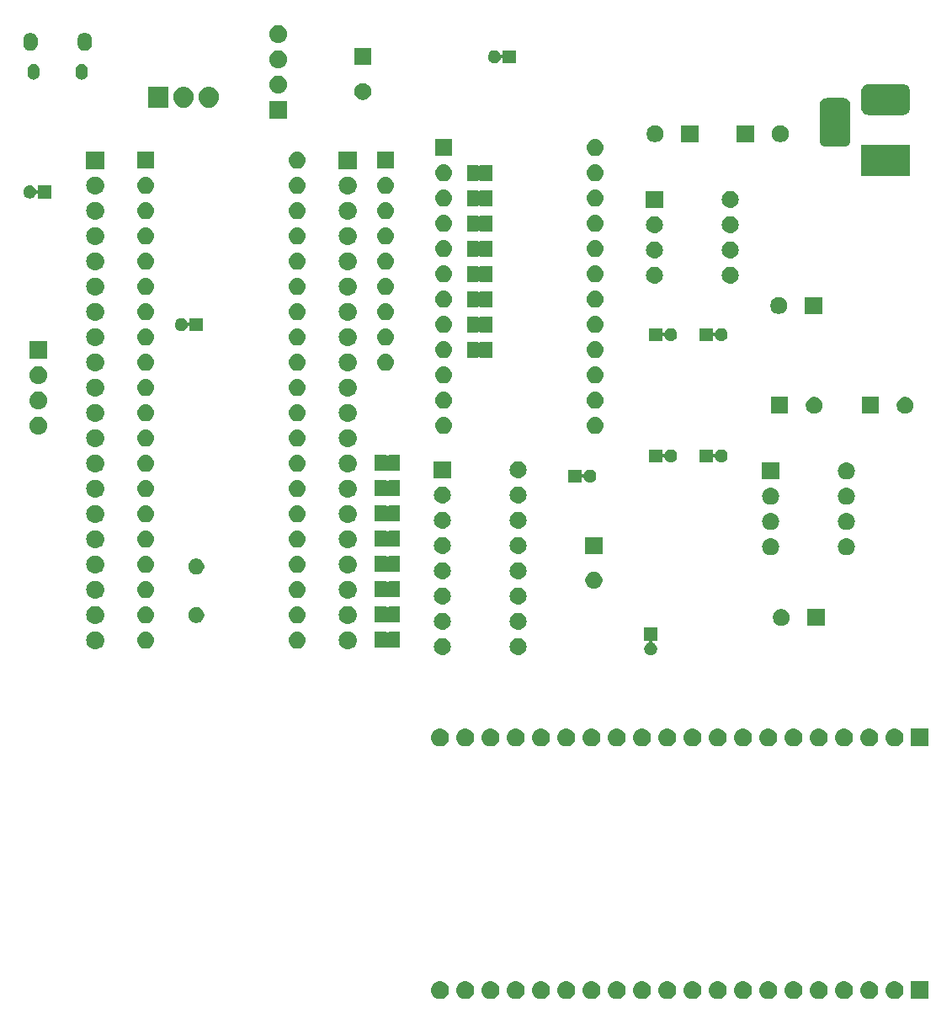
<source format=gbr>
G04 #@! TF.GenerationSoftware,KiCad,Pcbnew,(5.0.1)-4*
G04 #@! TF.CreationDate,2018-12-08T14:01:11+08:00*
G04 #@! TF.ProjectId,VGMPlayer,56474D506C617965722E6B696361645F,rev?*
G04 #@! TF.SameCoordinates,Original*
G04 #@! TF.FileFunction,Soldermask,Bot*
G04 #@! TF.FilePolarity,Negative*
%FSLAX46Y46*%
G04 Gerber Fmt 4.6, Leading zero omitted, Abs format (unit mm)*
G04 Created by KiCad (PCBNEW (5.0.1)-4) date 8/12/2018 14:01:11*
%MOMM*%
%LPD*%
G01*
G04 APERTURE LIST*
%ADD10C,0.100000*%
G04 APERTURE END LIST*
D10*
G36*
X95757763Y-157474519D02*
X95823947Y-157481037D01*
X95937173Y-157515384D01*
X95993787Y-157532557D01*
X96132407Y-157606652D01*
X96150311Y-157616222D01*
X96186049Y-157645552D01*
X96287506Y-157728814D01*
X96370768Y-157830271D01*
X96400098Y-157866009D01*
X96400099Y-157866011D01*
X96483763Y-158022533D01*
X96483763Y-158022534D01*
X96535283Y-158192373D01*
X96552679Y-158369000D01*
X96535283Y-158545627D01*
X96500936Y-158658853D01*
X96483763Y-158715467D01*
X96409668Y-158854087D01*
X96400098Y-158871991D01*
X96370768Y-158907729D01*
X96287506Y-159009186D01*
X96186049Y-159092448D01*
X96150311Y-159121778D01*
X96150309Y-159121779D01*
X95993787Y-159205443D01*
X95937173Y-159222616D01*
X95823947Y-159256963D01*
X95757762Y-159263482D01*
X95691580Y-159270000D01*
X95603060Y-159270000D01*
X95536878Y-159263482D01*
X95470693Y-159256963D01*
X95357467Y-159222616D01*
X95300853Y-159205443D01*
X95144331Y-159121779D01*
X95144329Y-159121778D01*
X95108591Y-159092448D01*
X95007134Y-159009186D01*
X94923872Y-158907729D01*
X94894542Y-158871991D01*
X94884972Y-158854087D01*
X94810877Y-158715467D01*
X94793704Y-158658853D01*
X94759357Y-158545627D01*
X94741961Y-158369000D01*
X94759357Y-158192373D01*
X94810877Y-158022534D01*
X94810877Y-158022533D01*
X94894541Y-157866011D01*
X94894542Y-157866009D01*
X94923872Y-157830271D01*
X95007134Y-157728814D01*
X95108591Y-157645552D01*
X95144329Y-157616222D01*
X95162233Y-157606652D01*
X95300853Y-157532557D01*
X95357467Y-157515384D01*
X95470693Y-157481037D01*
X95536877Y-157474519D01*
X95603060Y-157468000D01*
X95691580Y-157468000D01*
X95757763Y-157474519D01*
X95757763Y-157474519D01*
G37*
G36*
X121157763Y-157474519D02*
X121223947Y-157481037D01*
X121337173Y-157515384D01*
X121393787Y-157532557D01*
X121532407Y-157606652D01*
X121550311Y-157616222D01*
X121586049Y-157645552D01*
X121687506Y-157728814D01*
X121770768Y-157830271D01*
X121800098Y-157866009D01*
X121800099Y-157866011D01*
X121883763Y-158022533D01*
X121883763Y-158022534D01*
X121935283Y-158192373D01*
X121952679Y-158369000D01*
X121935283Y-158545627D01*
X121900936Y-158658853D01*
X121883763Y-158715467D01*
X121809668Y-158854087D01*
X121800098Y-158871991D01*
X121770768Y-158907729D01*
X121687506Y-159009186D01*
X121586049Y-159092448D01*
X121550311Y-159121778D01*
X121550309Y-159121779D01*
X121393787Y-159205443D01*
X121337173Y-159222616D01*
X121223947Y-159256963D01*
X121157762Y-159263482D01*
X121091580Y-159270000D01*
X121003060Y-159270000D01*
X120936878Y-159263482D01*
X120870693Y-159256963D01*
X120757467Y-159222616D01*
X120700853Y-159205443D01*
X120544331Y-159121779D01*
X120544329Y-159121778D01*
X120508591Y-159092448D01*
X120407134Y-159009186D01*
X120323872Y-158907729D01*
X120294542Y-158871991D01*
X120284972Y-158854087D01*
X120210877Y-158715467D01*
X120193704Y-158658853D01*
X120159357Y-158545627D01*
X120141961Y-158369000D01*
X120159357Y-158192373D01*
X120210877Y-158022534D01*
X120210877Y-158022533D01*
X120294541Y-157866011D01*
X120294542Y-157866009D01*
X120323872Y-157830271D01*
X120407134Y-157728814D01*
X120508591Y-157645552D01*
X120544329Y-157616222D01*
X120562233Y-157606652D01*
X120700853Y-157532557D01*
X120757467Y-157515384D01*
X120870693Y-157481037D01*
X120936877Y-157474519D01*
X121003060Y-157468000D01*
X121091580Y-157468000D01*
X121157763Y-157474519D01*
X121157763Y-157474519D01*
G37*
G36*
X138937763Y-157474519D02*
X139003947Y-157481037D01*
X139117173Y-157515384D01*
X139173787Y-157532557D01*
X139312407Y-157606652D01*
X139330311Y-157616222D01*
X139366049Y-157645552D01*
X139467506Y-157728814D01*
X139550768Y-157830271D01*
X139580098Y-157866009D01*
X139580099Y-157866011D01*
X139663763Y-158022533D01*
X139663763Y-158022534D01*
X139715283Y-158192373D01*
X139732679Y-158369000D01*
X139715283Y-158545627D01*
X139680936Y-158658853D01*
X139663763Y-158715467D01*
X139589668Y-158854087D01*
X139580098Y-158871991D01*
X139550768Y-158907729D01*
X139467506Y-159009186D01*
X139366049Y-159092448D01*
X139330311Y-159121778D01*
X139330309Y-159121779D01*
X139173787Y-159205443D01*
X139117173Y-159222616D01*
X139003947Y-159256963D01*
X138937762Y-159263482D01*
X138871580Y-159270000D01*
X138783060Y-159270000D01*
X138716878Y-159263482D01*
X138650693Y-159256963D01*
X138537467Y-159222616D01*
X138480853Y-159205443D01*
X138324331Y-159121779D01*
X138324329Y-159121778D01*
X138288591Y-159092448D01*
X138187134Y-159009186D01*
X138103872Y-158907729D01*
X138074542Y-158871991D01*
X138064972Y-158854087D01*
X137990877Y-158715467D01*
X137973704Y-158658853D01*
X137939357Y-158545627D01*
X137921961Y-158369000D01*
X137939357Y-158192373D01*
X137990877Y-158022534D01*
X137990877Y-158022533D01*
X138074541Y-157866011D01*
X138074542Y-157866009D01*
X138103872Y-157830271D01*
X138187134Y-157728814D01*
X138288591Y-157645552D01*
X138324329Y-157616222D01*
X138342233Y-157606652D01*
X138480853Y-157532557D01*
X138537467Y-157515384D01*
X138650693Y-157481037D01*
X138716877Y-157474519D01*
X138783060Y-157468000D01*
X138871580Y-157468000D01*
X138937763Y-157474519D01*
X138937763Y-157474519D01*
G37*
G36*
X136397763Y-157474519D02*
X136463947Y-157481037D01*
X136577173Y-157515384D01*
X136633787Y-157532557D01*
X136772407Y-157606652D01*
X136790311Y-157616222D01*
X136826049Y-157645552D01*
X136927506Y-157728814D01*
X137010768Y-157830271D01*
X137040098Y-157866009D01*
X137040099Y-157866011D01*
X137123763Y-158022533D01*
X137123763Y-158022534D01*
X137175283Y-158192373D01*
X137192679Y-158369000D01*
X137175283Y-158545627D01*
X137140936Y-158658853D01*
X137123763Y-158715467D01*
X137049668Y-158854087D01*
X137040098Y-158871991D01*
X137010768Y-158907729D01*
X136927506Y-159009186D01*
X136826049Y-159092448D01*
X136790311Y-159121778D01*
X136790309Y-159121779D01*
X136633787Y-159205443D01*
X136577173Y-159222616D01*
X136463947Y-159256963D01*
X136397762Y-159263482D01*
X136331580Y-159270000D01*
X136243060Y-159270000D01*
X136176878Y-159263482D01*
X136110693Y-159256963D01*
X135997467Y-159222616D01*
X135940853Y-159205443D01*
X135784331Y-159121779D01*
X135784329Y-159121778D01*
X135748591Y-159092448D01*
X135647134Y-159009186D01*
X135563872Y-158907729D01*
X135534542Y-158871991D01*
X135524972Y-158854087D01*
X135450877Y-158715467D01*
X135433704Y-158658853D01*
X135399357Y-158545627D01*
X135381961Y-158369000D01*
X135399357Y-158192373D01*
X135450877Y-158022534D01*
X135450877Y-158022533D01*
X135534541Y-157866011D01*
X135534542Y-157866009D01*
X135563872Y-157830271D01*
X135647134Y-157728814D01*
X135748591Y-157645552D01*
X135784329Y-157616222D01*
X135802233Y-157606652D01*
X135940853Y-157532557D01*
X135997467Y-157515384D01*
X136110693Y-157481037D01*
X136176877Y-157474519D01*
X136243060Y-157468000D01*
X136331580Y-157468000D01*
X136397763Y-157474519D01*
X136397763Y-157474519D01*
G37*
G36*
X133857763Y-157474519D02*
X133923947Y-157481037D01*
X134037173Y-157515384D01*
X134093787Y-157532557D01*
X134232407Y-157606652D01*
X134250311Y-157616222D01*
X134286049Y-157645552D01*
X134387506Y-157728814D01*
X134470768Y-157830271D01*
X134500098Y-157866009D01*
X134500099Y-157866011D01*
X134583763Y-158022533D01*
X134583763Y-158022534D01*
X134635283Y-158192373D01*
X134652679Y-158369000D01*
X134635283Y-158545627D01*
X134600936Y-158658853D01*
X134583763Y-158715467D01*
X134509668Y-158854087D01*
X134500098Y-158871991D01*
X134470768Y-158907729D01*
X134387506Y-159009186D01*
X134286049Y-159092448D01*
X134250311Y-159121778D01*
X134250309Y-159121779D01*
X134093787Y-159205443D01*
X134037173Y-159222616D01*
X133923947Y-159256963D01*
X133857762Y-159263482D01*
X133791580Y-159270000D01*
X133703060Y-159270000D01*
X133636878Y-159263482D01*
X133570693Y-159256963D01*
X133457467Y-159222616D01*
X133400853Y-159205443D01*
X133244331Y-159121779D01*
X133244329Y-159121778D01*
X133208591Y-159092448D01*
X133107134Y-159009186D01*
X133023872Y-158907729D01*
X132994542Y-158871991D01*
X132984972Y-158854087D01*
X132910877Y-158715467D01*
X132893704Y-158658853D01*
X132859357Y-158545627D01*
X132841961Y-158369000D01*
X132859357Y-158192373D01*
X132910877Y-158022534D01*
X132910877Y-158022533D01*
X132994541Y-157866011D01*
X132994542Y-157866009D01*
X133023872Y-157830271D01*
X133107134Y-157728814D01*
X133208591Y-157645552D01*
X133244329Y-157616222D01*
X133262233Y-157606652D01*
X133400853Y-157532557D01*
X133457467Y-157515384D01*
X133570693Y-157481037D01*
X133636877Y-157474519D01*
X133703060Y-157468000D01*
X133791580Y-157468000D01*
X133857763Y-157474519D01*
X133857763Y-157474519D01*
G37*
G36*
X131317763Y-157474519D02*
X131383947Y-157481037D01*
X131497173Y-157515384D01*
X131553787Y-157532557D01*
X131692407Y-157606652D01*
X131710311Y-157616222D01*
X131746049Y-157645552D01*
X131847506Y-157728814D01*
X131930768Y-157830271D01*
X131960098Y-157866009D01*
X131960099Y-157866011D01*
X132043763Y-158022533D01*
X132043763Y-158022534D01*
X132095283Y-158192373D01*
X132112679Y-158369000D01*
X132095283Y-158545627D01*
X132060936Y-158658853D01*
X132043763Y-158715467D01*
X131969668Y-158854087D01*
X131960098Y-158871991D01*
X131930768Y-158907729D01*
X131847506Y-159009186D01*
X131746049Y-159092448D01*
X131710311Y-159121778D01*
X131710309Y-159121779D01*
X131553787Y-159205443D01*
X131497173Y-159222616D01*
X131383947Y-159256963D01*
X131317762Y-159263482D01*
X131251580Y-159270000D01*
X131163060Y-159270000D01*
X131096878Y-159263482D01*
X131030693Y-159256963D01*
X130917467Y-159222616D01*
X130860853Y-159205443D01*
X130704331Y-159121779D01*
X130704329Y-159121778D01*
X130668591Y-159092448D01*
X130567134Y-159009186D01*
X130483872Y-158907729D01*
X130454542Y-158871991D01*
X130444972Y-158854087D01*
X130370877Y-158715467D01*
X130353704Y-158658853D01*
X130319357Y-158545627D01*
X130301961Y-158369000D01*
X130319357Y-158192373D01*
X130370877Y-158022534D01*
X130370877Y-158022533D01*
X130454541Y-157866011D01*
X130454542Y-157866009D01*
X130483872Y-157830271D01*
X130567134Y-157728814D01*
X130668591Y-157645552D01*
X130704329Y-157616222D01*
X130722233Y-157606652D01*
X130860853Y-157532557D01*
X130917467Y-157515384D01*
X131030693Y-157481037D01*
X131096877Y-157474519D01*
X131163060Y-157468000D01*
X131251580Y-157468000D01*
X131317763Y-157474519D01*
X131317763Y-157474519D01*
G37*
G36*
X128777763Y-157474519D02*
X128843947Y-157481037D01*
X128957173Y-157515384D01*
X129013787Y-157532557D01*
X129152407Y-157606652D01*
X129170311Y-157616222D01*
X129206049Y-157645552D01*
X129307506Y-157728814D01*
X129390768Y-157830271D01*
X129420098Y-157866009D01*
X129420099Y-157866011D01*
X129503763Y-158022533D01*
X129503763Y-158022534D01*
X129555283Y-158192373D01*
X129572679Y-158369000D01*
X129555283Y-158545627D01*
X129520936Y-158658853D01*
X129503763Y-158715467D01*
X129429668Y-158854087D01*
X129420098Y-158871991D01*
X129390768Y-158907729D01*
X129307506Y-159009186D01*
X129206049Y-159092448D01*
X129170311Y-159121778D01*
X129170309Y-159121779D01*
X129013787Y-159205443D01*
X128957173Y-159222616D01*
X128843947Y-159256963D01*
X128777762Y-159263482D01*
X128711580Y-159270000D01*
X128623060Y-159270000D01*
X128556878Y-159263482D01*
X128490693Y-159256963D01*
X128377467Y-159222616D01*
X128320853Y-159205443D01*
X128164331Y-159121779D01*
X128164329Y-159121778D01*
X128128591Y-159092448D01*
X128027134Y-159009186D01*
X127943872Y-158907729D01*
X127914542Y-158871991D01*
X127904972Y-158854087D01*
X127830877Y-158715467D01*
X127813704Y-158658853D01*
X127779357Y-158545627D01*
X127761961Y-158369000D01*
X127779357Y-158192373D01*
X127830877Y-158022534D01*
X127830877Y-158022533D01*
X127914541Y-157866011D01*
X127914542Y-157866009D01*
X127943872Y-157830271D01*
X128027134Y-157728814D01*
X128128591Y-157645552D01*
X128164329Y-157616222D01*
X128182233Y-157606652D01*
X128320853Y-157532557D01*
X128377467Y-157515384D01*
X128490693Y-157481037D01*
X128556877Y-157474519D01*
X128623060Y-157468000D01*
X128711580Y-157468000D01*
X128777763Y-157474519D01*
X128777763Y-157474519D01*
G37*
G36*
X126237763Y-157474519D02*
X126303947Y-157481037D01*
X126417173Y-157515384D01*
X126473787Y-157532557D01*
X126612407Y-157606652D01*
X126630311Y-157616222D01*
X126666049Y-157645552D01*
X126767506Y-157728814D01*
X126850768Y-157830271D01*
X126880098Y-157866009D01*
X126880099Y-157866011D01*
X126963763Y-158022533D01*
X126963763Y-158022534D01*
X127015283Y-158192373D01*
X127032679Y-158369000D01*
X127015283Y-158545627D01*
X126980936Y-158658853D01*
X126963763Y-158715467D01*
X126889668Y-158854087D01*
X126880098Y-158871991D01*
X126850768Y-158907729D01*
X126767506Y-159009186D01*
X126666049Y-159092448D01*
X126630311Y-159121778D01*
X126630309Y-159121779D01*
X126473787Y-159205443D01*
X126417173Y-159222616D01*
X126303947Y-159256963D01*
X126237762Y-159263482D01*
X126171580Y-159270000D01*
X126083060Y-159270000D01*
X126016878Y-159263482D01*
X125950693Y-159256963D01*
X125837467Y-159222616D01*
X125780853Y-159205443D01*
X125624331Y-159121779D01*
X125624329Y-159121778D01*
X125588591Y-159092448D01*
X125487134Y-159009186D01*
X125403872Y-158907729D01*
X125374542Y-158871991D01*
X125364972Y-158854087D01*
X125290877Y-158715467D01*
X125273704Y-158658853D01*
X125239357Y-158545627D01*
X125221961Y-158369000D01*
X125239357Y-158192373D01*
X125290877Y-158022534D01*
X125290877Y-158022533D01*
X125374541Y-157866011D01*
X125374542Y-157866009D01*
X125403872Y-157830271D01*
X125487134Y-157728814D01*
X125588591Y-157645552D01*
X125624329Y-157616222D01*
X125642233Y-157606652D01*
X125780853Y-157532557D01*
X125837467Y-157515384D01*
X125950693Y-157481037D01*
X126016877Y-157474519D01*
X126083060Y-157468000D01*
X126171580Y-157468000D01*
X126237763Y-157474519D01*
X126237763Y-157474519D01*
G37*
G36*
X144808320Y-159270000D02*
X143006320Y-159270000D01*
X143006320Y-157468000D01*
X144808320Y-157468000D01*
X144808320Y-159270000D01*
X144808320Y-159270000D01*
G37*
G36*
X123697763Y-157474519D02*
X123763947Y-157481037D01*
X123877173Y-157515384D01*
X123933787Y-157532557D01*
X124072407Y-157606652D01*
X124090311Y-157616222D01*
X124126049Y-157645552D01*
X124227506Y-157728814D01*
X124310768Y-157830271D01*
X124340098Y-157866009D01*
X124340099Y-157866011D01*
X124423763Y-158022533D01*
X124423763Y-158022534D01*
X124475283Y-158192373D01*
X124492679Y-158369000D01*
X124475283Y-158545627D01*
X124440936Y-158658853D01*
X124423763Y-158715467D01*
X124349668Y-158854087D01*
X124340098Y-158871991D01*
X124310768Y-158907729D01*
X124227506Y-159009186D01*
X124126049Y-159092448D01*
X124090311Y-159121778D01*
X124090309Y-159121779D01*
X123933787Y-159205443D01*
X123877173Y-159222616D01*
X123763947Y-159256963D01*
X123697762Y-159263482D01*
X123631580Y-159270000D01*
X123543060Y-159270000D01*
X123476878Y-159263482D01*
X123410693Y-159256963D01*
X123297467Y-159222616D01*
X123240853Y-159205443D01*
X123084331Y-159121779D01*
X123084329Y-159121778D01*
X123048591Y-159092448D01*
X122947134Y-159009186D01*
X122863872Y-158907729D01*
X122834542Y-158871991D01*
X122824972Y-158854087D01*
X122750877Y-158715467D01*
X122733704Y-158658853D01*
X122699357Y-158545627D01*
X122681961Y-158369000D01*
X122699357Y-158192373D01*
X122750877Y-158022534D01*
X122750877Y-158022533D01*
X122834541Y-157866011D01*
X122834542Y-157866009D01*
X122863872Y-157830271D01*
X122947134Y-157728814D01*
X123048591Y-157645552D01*
X123084329Y-157616222D01*
X123102233Y-157606652D01*
X123240853Y-157532557D01*
X123297467Y-157515384D01*
X123410693Y-157481037D01*
X123476877Y-157474519D01*
X123543060Y-157468000D01*
X123631580Y-157468000D01*
X123697763Y-157474519D01*
X123697763Y-157474519D01*
G37*
G36*
X141477763Y-157474519D02*
X141543947Y-157481037D01*
X141657173Y-157515384D01*
X141713787Y-157532557D01*
X141852407Y-157606652D01*
X141870311Y-157616222D01*
X141906049Y-157645552D01*
X142007506Y-157728814D01*
X142090768Y-157830271D01*
X142120098Y-157866009D01*
X142120099Y-157866011D01*
X142203763Y-158022533D01*
X142203763Y-158022534D01*
X142255283Y-158192373D01*
X142272679Y-158369000D01*
X142255283Y-158545627D01*
X142220936Y-158658853D01*
X142203763Y-158715467D01*
X142129668Y-158854087D01*
X142120098Y-158871991D01*
X142090768Y-158907729D01*
X142007506Y-159009186D01*
X141906049Y-159092448D01*
X141870311Y-159121778D01*
X141870309Y-159121779D01*
X141713787Y-159205443D01*
X141657173Y-159222616D01*
X141543947Y-159256963D01*
X141477762Y-159263482D01*
X141411580Y-159270000D01*
X141323060Y-159270000D01*
X141256878Y-159263482D01*
X141190693Y-159256963D01*
X141077467Y-159222616D01*
X141020853Y-159205443D01*
X140864331Y-159121779D01*
X140864329Y-159121778D01*
X140828591Y-159092448D01*
X140727134Y-159009186D01*
X140643872Y-158907729D01*
X140614542Y-158871991D01*
X140604972Y-158854087D01*
X140530877Y-158715467D01*
X140513704Y-158658853D01*
X140479357Y-158545627D01*
X140461961Y-158369000D01*
X140479357Y-158192373D01*
X140530877Y-158022534D01*
X140530877Y-158022533D01*
X140614541Y-157866011D01*
X140614542Y-157866009D01*
X140643872Y-157830271D01*
X140727134Y-157728814D01*
X140828591Y-157645552D01*
X140864329Y-157616222D01*
X140882233Y-157606652D01*
X141020853Y-157532557D01*
X141077467Y-157515384D01*
X141190693Y-157481037D01*
X141256877Y-157474519D01*
X141323060Y-157468000D01*
X141411580Y-157468000D01*
X141477763Y-157474519D01*
X141477763Y-157474519D01*
G37*
G36*
X116077763Y-157474519D02*
X116143947Y-157481037D01*
X116257173Y-157515384D01*
X116313787Y-157532557D01*
X116452407Y-157606652D01*
X116470311Y-157616222D01*
X116506049Y-157645552D01*
X116607506Y-157728814D01*
X116690768Y-157830271D01*
X116720098Y-157866009D01*
X116720099Y-157866011D01*
X116803763Y-158022533D01*
X116803763Y-158022534D01*
X116855283Y-158192373D01*
X116872679Y-158369000D01*
X116855283Y-158545627D01*
X116820936Y-158658853D01*
X116803763Y-158715467D01*
X116729668Y-158854087D01*
X116720098Y-158871991D01*
X116690768Y-158907729D01*
X116607506Y-159009186D01*
X116506049Y-159092448D01*
X116470311Y-159121778D01*
X116470309Y-159121779D01*
X116313787Y-159205443D01*
X116257173Y-159222616D01*
X116143947Y-159256963D01*
X116077762Y-159263482D01*
X116011580Y-159270000D01*
X115923060Y-159270000D01*
X115856878Y-159263482D01*
X115790693Y-159256963D01*
X115677467Y-159222616D01*
X115620853Y-159205443D01*
X115464331Y-159121779D01*
X115464329Y-159121778D01*
X115428591Y-159092448D01*
X115327134Y-159009186D01*
X115243872Y-158907729D01*
X115214542Y-158871991D01*
X115204972Y-158854087D01*
X115130877Y-158715467D01*
X115113704Y-158658853D01*
X115079357Y-158545627D01*
X115061961Y-158369000D01*
X115079357Y-158192373D01*
X115130877Y-158022534D01*
X115130877Y-158022533D01*
X115214541Y-157866011D01*
X115214542Y-157866009D01*
X115243872Y-157830271D01*
X115327134Y-157728814D01*
X115428591Y-157645552D01*
X115464329Y-157616222D01*
X115482233Y-157606652D01*
X115620853Y-157532557D01*
X115677467Y-157515384D01*
X115790693Y-157481037D01*
X115856877Y-157474519D01*
X115923060Y-157468000D01*
X116011580Y-157468000D01*
X116077763Y-157474519D01*
X116077763Y-157474519D01*
G37*
G36*
X118617763Y-157474519D02*
X118683947Y-157481037D01*
X118797173Y-157515384D01*
X118853787Y-157532557D01*
X118992407Y-157606652D01*
X119010311Y-157616222D01*
X119046049Y-157645552D01*
X119147506Y-157728814D01*
X119230768Y-157830271D01*
X119260098Y-157866009D01*
X119260099Y-157866011D01*
X119343763Y-158022533D01*
X119343763Y-158022534D01*
X119395283Y-158192373D01*
X119412679Y-158369000D01*
X119395283Y-158545627D01*
X119360936Y-158658853D01*
X119343763Y-158715467D01*
X119269668Y-158854087D01*
X119260098Y-158871991D01*
X119230768Y-158907729D01*
X119147506Y-159009186D01*
X119046049Y-159092448D01*
X119010311Y-159121778D01*
X119010309Y-159121779D01*
X118853787Y-159205443D01*
X118797173Y-159222616D01*
X118683947Y-159256963D01*
X118617762Y-159263482D01*
X118551580Y-159270000D01*
X118463060Y-159270000D01*
X118396878Y-159263482D01*
X118330693Y-159256963D01*
X118217467Y-159222616D01*
X118160853Y-159205443D01*
X118004331Y-159121779D01*
X118004329Y-159121778D01*
X117968591Y-159092448D01*
X117867134Y-159009186D01*
X117783872Y-158907729D01*
X117754542Y-158871991D01*
X117744972Y-158854087D01*
X117670877Y-158715467D01*
X117653704Y-158658853D01*
X117619357Y-158545627D01*
X117601961Y-158369000D01*
X117619357Y-158192373D01*
X117670877Y-158022534D01*
X117670877Y-158022533D01*
X117754541Y-157866011D01*
X117754542Y-157866009D01*
X117783872Y-157830271D01*
X117867134Y-157728814D01*
X117968591Y-157645552D01*
X118004329Y-157616222D01*
X118022233Y-157606652D01*
X118160853Y-157532557D01*
X118217467Y-157515384D01*
X118330693Y-157481037D01*
X118396877Y-157474519D01*
X118463060Y-157468000D01*
X118551580Y-157468000D01*
X118617763Y-157474519D01*
X118617763Y-157474519D01*
G37*
G36*
X98297763Y-157474519D02*
X98363947Y-157481037D01*
X98477173Y-157515384D01*
X98533787Y-157532557D01*
X98672407Y-157606652D01*
X98690311Y-157616222D01*
X98726049Y-157645552D01*
X98827506Y-157728814D01*
X98910768Y-157830271D01*
X98940098Y-157866009D01*
X98940099Y-157866011D01*
X99023763Y-158022533D01*
X99023763Y-158022534D01*
X99075283Y-158192373D01*
X99092679Y-158369000D01*
X99075283Y-158545627D01*
X99040936Y-158658853D01*
X99023763Y-158715467D01*
X98949668Y-158854087D01*
X98940098Y-158871991D01*
X98910768Y-158907729D01*
X98827506Y-159009186D01*
X98726049Y-159092448D01*
X98690311Y-159121778D01*
X98690309Y-159121779D01*
X98533787Y-159205443D01*
X98477173Y-159222616D01*
X98363947Y-159256963D01*
X98297762Y-159263482D01*
X98231580Y-159270000D01*
X98143060Y-159270000D01*
X98076878Y-159263482D01*
X98010693Y-159256963D01*
X97897467Y-159222616D01*
X97840853Y-159205443D01*
X97684331Y-159121779D01*
X97684329Y-159121778D01*
X97648591Y-159092448D01*
X97547134Y-159009186D01*
X97463872Y-158907729D01*
X97434542Y-158871991D01*
X97424972Y-158854087D01*
X97350877Y-158715467D01*
X97333704Y-158658853D01*
X97299357Y-158545627D01*
X97281961Y-158369000D01*
X97299357Y-158192373D01*
X97350877Y-158022534D01*
X97350877Y-158022533D01*
X97434541Y-157866011D01*
X97434542Y-157866009D01*
X97463872Y-157830271D01*
X97547134Y-157728814D01*
X97648591Y-157645552D01*
X97684329Y-157616222D01*
X97702233Y-157606652D01*
X97840853Y-157532557D01*
X97897467Y-157515384D01*
X98010693Y-157481037D01*
X98076877Y-157474519D01*
X98143060Y-157468000D01*
X98231580Y-157468000D01*
X98297763Y-157474519D01*
X98297763Y-157474519D01*
G37*
G36*
X100837763Y-157474519D02*
X100903947Y-157481037D01*
X101017173Y-157515384D01*
X101073787Y-157532557D01*
X101212407Y-157606652D01*
X101230311Y-157616222D01*
X101266049Y-157645552D01*
X101367506Y-157728814D01*
X101450768Y-157830271D01*
X101480098Y-157866009D01*
X101480099Y-157866011D01*
X101563763Y-158022533D01*
X101563763Y-158022534D01*
X101615283Y-158192373D01*
X101632679Y-158369000D01*
X101615283Y-158545627D01*
X101580936Y-158658853D01*
X101563763Y-158715467D01*
X101489668Y-158854087D01*
X101480098Y-158871991D01*
X101450768Y-158907729D01*
X101367506Y-159009186D01*
X101266049Y-159092448D01*
X101230311Y-159121778D01*
X101230309Y-159121779D01*
X101073787Y-159205443D01*
X101017173Y-159222616D01*
X100903947Y-159256963D01*
X100837762Y-159263482D01*
X100771580Y-159270000D01*
X100683060Y-159270000D01*
X100616878Y-159263482D01*
X100550693Y-159256963D01*
X100437467Y-159222616D01*
X100380853Y-159205443D01*
X100224331Y-159121779D01*
X100224329Y-159121778D01*
X100188591Y-159092448D01*
X100087134Y-159009186D01*
X100003872Y-158907729D01*
X99974542Y-158871991D01*
X99964972Y-158854087D01*
X99890877Y-158715467D01*
X99873704Y-158658853D01*
X99839357Y-158545627D01*
X99821961Y-158369000D01*
X99839357Y-158192373D01*
X99890877Y-158022534D01*
X99890877Y-158022533D01*
X99974541Y-157866011D01*
X99974542Y-157866009D01*
X100003872Y-157830271D01*
X100087134Y-157728814D01*
X100188591Y-157645552D01*
X100224329Y-157616222D01*
X100242233Y-157606652D01*
X100380853Y-157532557D01*
X100437467Y-157515384D01*
X100550693Y-157481037D01*
X100616877Y-157474519D01*
X100683060Y-157468000D01*
X100771580Y-157468000D01*
X100837763Y-157474519D01*
X100837763Y-157474519D01*
G37*
G36*
X103377763Y-157474519D02*
X103443947Y-157481037D01*
X103557173Y-157515384D01*
X103613787Y-157532557D01*
X103752407Y-157606652D01*
X103770311Y-157616222D01*
X103806049Y-157645552D01*
X103907506Y-157728814D01*
X103990768Y-157830271D01*
X104020098Y-157866009D01*
X104020099Y-157866011D01*
X104103763Y-158022533D01*
X104103763Y-158022534D01*
X104155283Y-158192373D01*
X104172679Y-158369000D01*
X104155283Y-158545627D01*
X104120936Y-158658853D01*
X104103763Y-158715467D01*
X104029668Y-158854087D01*
X104020098Y-158871991D01*
X103990768Y-158907729D01*
X103907506Y-159009186D01*
X103806049Y-159092448D01*
X103770311Y-159121778D01*
X103770309Y-159121779D01*
X103613787Y-159205443D01*
X103557173Y-159222616D01*
X103443947Y-159256963D01*
X103377762Y-159263482D01*
X103311580Y-159270000D01*
X103223060Y-159270000D01*
X103156878Y-159263482D01*
X103090693Y-159256963D01*
X102977467Y-159222616D01*
X102920853Y-159205443D01*
X102764331Y-159121779D01*
X102764329Y-159121778D01*
X102728591Y-159092448D01*
X102627134Y-159009186D01*
X102543872Y-158907729D01*
X102514542Y-158871991D01*
X102504972Y-158854087D01*
X102430877Y-158715467D01*
X102413704Y-158658853D01*
X102379357Y-158545627D01*
X102361961Y-158369000D01*
X102379357Y-158192373D01*
X102430877Y-158022534D01*
X102430877Y-158022533D01*
X102514541Y-157866011D01*
X102514542Y-157866009D01*
X102543872Y-157830271D01*
X102627134Y-157728814D01*
X102728591Y-157645552D01*
X102764329Y-157616222D01*
X102782233Y-157606652D01*
X102920853Y-157532557D01*
X102977467Y-157515384D01*
X103090693Y-157481037D01*
X103156877Y-157474519D01*
X103223060Y-157468000D01*
X103311580Y-157468000D01*
X103377763Y-157474519D01*
X103377763Y-157474519D01*
G37*
G36*
X108457763Y-157474519D02*
X108523947Y-157481037D01*
X108637173Y-157515384D01*
X108693787Y-157532557D01*
X108832407Y-157606652D01*
X108850311Y-157616222D01*
X108886049Y-157645552D01*
X108987506Y-157728814D01*
X109070768Y-157830271D01*
X109100098Y-157866009D01*
X109100099Y-157866011D01*
X109183763Y-158022533D01*
X109183763Y-158022534D01*
X109235283Y-158192373D01*
X109252679Y-158369000D01*
X109235283Y-158545627D01*
X109200936Y-158658853D01*
X109183763Y-158715467D01*
X109109668Y-158854087D01*
X109100098Y-158871991D01*
X109070768Y-158907729D01*
X108987506Y-159009186D01*
X108886049Y-159092448D01*
X108850311Y-159121778D01*
X108850309Y-159121779D01*
X108693787Y-159205443D01*
X108637173Y-159222616D01*
X108523947Y-159256963D01*
X108457762Y-159263482D01*
X108391580Y-159270000D01*
X108303060Y-159270000D01*
X108236878Y-159263482D01*
X108170693Y-159256963D01*
X108057467Y-159222616D01*
X108000853Y-159205443D01*
X107844331Y-159121779D01*
X107844329Y-159121778D01*
X107808591Y-159092448D01*
X107707134Y-159009186D01*
X107623872Y-158907729D01*
X107594542Y-158871991D01*
X107584972Y-158854087D01*
X107510877Y-158715467D01*
X107493704Y-158658853D01*
X107459357Y-158545627D01*
X107441961Y-158369000D01*
X107459357Y-158192373D01*
X107510877Y-158022534D01*
X107510877Y-158022533D01*
X107594541Y-157866011D01*
X107594542Y-157866009D01*
X107623872Y-157830271D01*
X107707134Y-157728814D01*
X107808591Y-157645552D01*
X107844329Y-157616222D01*
X107862233Y-157606652D01*
X108000853Y-157532557D01*
X108057467Y-157515384D01*
X108170693Y-157481037D01*
X108236877Y-157474519D01*
X108303060Y-157468000D01*
X108391580Y-157468000D01*
X108457763Y-157474519D01*
X108457763Y-157474519D01*
G37*
G36*
X110997763Y-157474519D02*
X111063947Y-157481037D01*
X111177173Y-157515384D01*
X111233787Y-157532557D01*
X111372407Y-157606652D01*
X111390311Y-157616222D01*
X111426049Y-157645552D01*
X111527506Y-157728814D01*
X111610768Y-157830271D01*
X111640098Y-157866009D01*
X111640099Y-157866011D01*
X111723763Y-158022533D01*
X111723763Y-158022534D01*
X111775283Y-158192373D01*
X111792679Y-158369000D01*
X111775283Y-158545627D01*
X111740936Y-158658853D01*
X111723763Y-158715467D01*
X111649668Y-158854087D01*
X111640098Y-158871991D01*
X111610768Y-158907729D01*
X111527506Y-159009186D01*
X111426049Y-159092448D01*
X111390311Y-159121778D01*
X111390309Y-159121779D01*
X111233787Y-159205443D01*
X111177173Y-159222616D01*
X111063947Y-159256963D01*
X110997762Y-159263482D01*
X110931580Y-159270000D01*
X110843060Y-159270000D01*
X110776878Y-159263482D01*
X110710693Y-159256963D01*
X110597467Y-159222616D01*
X110540853Y-159205443D01*
X110384331Y-159121779D01*
X110384329Y-159121778D01*
X110348591Y-159092448D01*
X110247134Y-159009186D01*
X110163872Y-158907729D01*
X110134542Y-158871991D01*
X110124972Y-158854087D01*
X110050877Y-158715467D01*
X110033704Y-158658853D01*
X109999357Y-158545627D01*
X109981961Y-158369000D01*
X109999357Y-158192373D01*
X110050877Y-158022534D01*
X110050877Y-158022533D01*
X110134541Y-157866011D01*
X110134542Y-157866009D01*
X110163872Y-157830271D01*
X110247134Y-157728814D01*
X110348591Y-157645552D01*
X110384329Y-157616222D01*
X110402233Y-157606652D01*
X110540853Y-157532557D01*
X110597467Y-157515384D01*
X110710693Y-157481037D01*
X110776877Y-157474519D01*
X110843060Y-157468000D01*
X110931580Y-157468000D01*
X110997763Y-157474519D01*
X110997763Y-157474519D01*
G37*
G36*
X113537763Y-157474519D02*
X113603947Y-157481037D01*
X113717173Y-157515384D01*
X113773787Y-157532557D01*
X113912407Y-157606652D01*
X113930311Y-157616222D01*
X113966049Y-157645552D01*
X114067506Y-157728814D01*
X114150768Y-157830271D01*
X114180098Y-157866009D01*
X114180099Y-157866011D01*
X114263763Y-158022533D01*
X114263763Y-158022534D01*
X114315283Y-158192373D01*
X114332679Y-158369000D01*
X114315283Y-158545627D01*
X114280936Y-158658853D01*
X114263763Y-158715467D01*
X114189668Y-158854087D01*
X114180098Y-158871991D01*
X114150768Y-158907729D01*
X114067506Y-159009186D01*
X113966049Y-159092448D01*
X113930311Y-159121778D01*
X113930309Y-159121779D01*
X113773787Y-159205443D01*
X113717173Y-159222616D01*
X113603947Y-159256963D01*
X113537762Y-159263482D01*
X113471580Y-159270000D01*
X113383060Y-159270000D01*
X113316878Y-159263482D01*
X113250693Y-159256963D01*
X113137467Y-159222616D01*
X113080853Y-159205443D01*
X112924331Y-159121779D01*
X112924329Y-159121778D01*
X112888591Y-159092448D01*
X112787134Y-159009186D01*
X112703872Y-158907729D01*
X112674542Y-158871991D01*
X112664972Y-158854087D01*
X112590877Y-158715467D01*
X112573704Y-158658853D01*
X112539357Y-158545627D01*
X112521961Y-158369000D01*
X112539357Y-158192373D01*
X112590877Y-158022534D01*
X112590877Y-158022533D01*
X112674541Y-157866011D01*
X112674542Y-157866009D01*
X112703872Y-157830271D01*
X112787134Y-157728814D01*
X112888591Y-157645552D01*
X112924329Y-157616222D01*
X112942233Y-157606652D01*
X113080853Y-157532557D01*
X113137467Y-157515384D01*
X113250693Y-157481037D01*
X113316877Y-157474519D01*
X113383060Y-157468000D01*
X113471580Y-157468000D01*
X113537763Y-157474519D01*
X113537763Y-157474519D01*
G37*
G36*
X105917763Y-157474519D02*
X105983947Y-157481037D01*
X106097173Y-157515384D01*
X106153787Y-157532557D01*
X106292407Y-157606652D01*
X106310311Y-157616222D01*
X106346049Y-157645552D01*
X106447506Y-157728814D01*
X106530768Y-157830271D01*
X106560098Y-157866009D01*
X106560099Y-157866011D01*
X106643763Y-158022533D01*
X106643763Y-158022534D01*
X106695283Y-158192373D01*
X106712679Y-158369000D01*
X106695283Y-158545627D01*
X106660936Y-158658853D01*
X106643763Y-158715467D01*
X106569668Y-158854087D01*
X106560098Y-158871991D01*
X106530768Y-158907729D01*
X106447506Y-159009186D01*
X106346049Y-159092448D01*
X106310311Y-159121778D01*
X106310309Y-159121779D01*
X106153787Y-159205443D01*
X106097173Y-159222616D01*
X105983947Y-159256963D01*
X105917762Y-159263482D01*
X105851580Y-159270000D01*
X105763060Y-159270000D01*
X105696878Y-159263482D01*
X105630693Y-159256963D01*
X105517467Y-159222616D01*
X105460853Y-159205443D01*
X105304331Y-159121779D01*
X105304329Y-159121778D01*
X105268591Y-159092448D01*
X105167134Y-159009186D01*
X105083872Y-158907729D01*
X105054542Y-158871991D01*
X105044972Y-158854087D01*
X104970877Y-158715467D01*
X104953704Y-158658853D01*
X104919357Y-158545627D01*
X104901961Y-158369000D01*
X104919357Y-158192373D01*
X104970877Y-158022534D01*
X104970877Y-158022533D01*
X105054541Y-157866011D01*
X105054542Y-157866009D01*
X105083872Y-157830271D01*
X105167134Y-157728814D01*
X105268591Y-157645552D01*
X105304329Y-157616222D01*
X105322233Y-157606652D01*
X105460853Y-157532557D01*
X105517467Y-157515384D01*
X105630693Y-157481037D01*
X105696877Y-157474519D01*
X105763060Y-157468000D01*
X105851580Y-157468000D01*
X105917763Y-157474519D01*
X105917763Y-157474519D01*
G37*
G36*
X121157763Y-132074519D02*
X121223947Y-132081037D01*
X121337173Y-132115384D01*
X121393787Y-132132557D01*
X121532407Y-132206652D01*
X121550311Y-132216222D01*
X121586049Y-132245552D01*
X121687506Y-132328814D01*
X121770768Y-132430271D01*
X121800098Y-132466009D01*
X121800099Y-132466011D01*
X121883763Y-132622533D01*
X121883763Y-132622534D01*
X121935283Y-132792373D01*
X121952679Y-132969000D01*
X121935283Y-133145627D01*
X121900936Y-133258853D01*
X121883763Y-133315467D01*
X121809668Y-133454087D01*
X121800098Y-133471991D01*
X121770768Y-133507729D01*
X121687506Y-133609186D01*
X121586049Y-133692448D01*
X121550311Y-133721778D01*
X121550309Y-133721779D01*
X121393787Y-133805443D01*
X121337173Y-133822616D01*
X121223947Y-133856963D01*
X121157763Y-133863481D01*
X121091580Y-133870000D01*
X121003060Y-133870000D01*
X120936877Y-133863481D01*
X120870693Y-133856963D01*
X120757467Y-133822616D01*
X120700853Y-133805443D01*
X120544331Y-133721779D01*
X120544329Y-133721778D01*
X120508591Y-133692448D01*
X120407134Y-133609186D01*
X120323872Y-133507729D01*
X120294542Y-133471991D01*
X120284972Y-133454087D01*
X120210877Y-133315467D01*
X120193704Y-133258853D01*
X120159357Y-133145627D01*
X120141961Y-132969000D01*
X120159357Y-132792373D01*
X120210877Y-132622534D01*
X120210877Y-132622533D01*
X120294541Y-132466011D01*
X120294542Y-132466009D01*
X120323872Y-132430271D01*
X120407134Y-132328814D01*
X120508591Y-132245552D01*
X120544329Y-132216222D01*
X120562233Y-132206652D01*
X120700853Y-132132557D01*
X120757467Y-132115384D01*
X120870693Y-132081037D01*
X120936877Y-132074519D01*
X121003060Y-132068000D01*
X121091580Y-132068000D01*
X121157763Y-132074519D01*
X121157763Y-132074519D01*
G37*
G36*
X144808320Y-133870000D02*
X143006320Y-133870000D01*
X143006320Y-132068000D01*
X144808320Y-132068000D01*
X144808320Y-133870000D01*
X144808320Y-133870000D01*
G37*
G36*
X138937763Y-132074519D02*
X139003947Y-132081037D01*
X139117173Y-132115384D01*
X139173787Y-132132557D01*
X139312407Y-132206652D01*
X139330311Y-132216222D01*
X139366049Y-132245552D01*
X139467506Y-132328814D01*
X139550768Y-132430271D01*
X139580098Y-132466009D01*
X139580099Y-132466011D01*
X139663763Y-132622533D01*
X139663763Y-132622534D01*
X139715283Y-132792373D01*
X139732679Y-132969000D01*
X139715283Y-133145627D01*
X139680936Y-133258853D01*
X139663763Y-133315467D01*
X139589668Y-133454087D01*
X139580098Y-133471991D01*
X139550768Y-133507729D01*
X139467506Y-133609186D01*
X139366049Y-133692448D01*
X139330311Y-133721778D01*
X139330309Y-133721779D01*
X139173787Y-133805443D01*
X139117173Y-133822616D01*
X139003947Y-133856963D01*
X138937763Y-133863481D01*
X138871580Y-133870000D01*
X138783060Y-133870000D01*
X138716877Y-133863481D01*
X138650693Y-133856963D01*
X138537467Y-133822616D01*
X138480853Y-133805443D01*
X138324331Y-133721779D01*
X138324329Y-133721778D01*
X138288591Y-133692448D01*
X138187134Y-133609186D01*
X138103872Y-133507729D01*
X138074542Y-133471991D01*
X138064972Y-133454087D01*
X137990877Y-133315467D01*
X137973704Y-133258853D01*
X137939357Y-133145627D01*
X137921961Y-132969000D01*
X137939357Y-132792373D01*
X137990877Y-132622534D01*
X137990877Y-132622533D01*
X138074541Y-132466011D01*
X138074542Y-132466009D01*
X138103872Y-132430271D01*
X138187134Y-132328814D01*
X138288591Y-132245552D01*
X138324329Y-132216222D01*
X138342233Y-132206652D01*
X138480853Y-132132557D01*
X138537467Y-132115384D01*
X138650693Y-132081037D01*
X138716877Y-132074519D01*
X138783060Y-132068000D01*
X138871580Y-132068000D01*
X138937763Y-132074519D01*
X138937763Y-132074519D01*
G37*
G36*
X136397763Y-132074519D02*
X136463947Y-132081037D01*
X136577173Y-132115384D01*
X136633787Y-132132557D01*
X136772407Y-132206652D01*
X136790311Y-132216222D01*
X136826049Y-132245552D01*
X136927506Y-132328814D01*
X137010768Y-132430271D01*
X137040098Y-132466009D01*
X137040099Y-132466011D01*
X137123763Y-132622533D01*
X137123763Y-132622534D01*
X137175283Y-132792373D01*
X137192679Y-132969000D01*
X137175283Y-133145627D01*
X137140936Y-133258853D01*
X137123763Y-133315467D01*
X137049668Y-133454087D01*
X137040098Y-133471991D01*
X137010768Y-133507729D01*
X136927506Y-133609186D01*
X136826049Y-133692448D01*
X136790311Y-133721778D01*
X136790309Y-133721779D01*
X136633787Y-133805443D01*
X136577173Y-133822616D01*
X136463947Y-133856963D01*
X136397763Y-133863481D01*
X136331580Y-133870000D01*
X136243060Y-133870000D01*
X136176877Y-133863481D01*
X136110693Y-133856963D01*
X135997467Y-133822616D01*
X135940853Y-133805443D01*
X135784331Y-133721779D01*
X135784329Y-133721778D01*
X135748591Y-133692448D01*
X135647134Y-133609186D01*
X135563872Y-133507729D01*
X135534542Y-133471991D01*
X135524972Y-133454087D01*
X135450877Y-133315467D01*
X135433704Y-133258853D01*
X135399357Y-133145627D01*
X135381961Y-132969000D01*
X135399357Y-132792373D01*
X135450877Y-132622534D01*
X135450877Y-132622533D01*
X135534541Y-132466011D01*
X135534542Y-132466009D01*
X135563872Y-132430271D01*
X135647134Y-132328814D01*
X135748591Y-132245552D01*
X135784329Y-132216222D01*
X135802233Y-132206652D01*
X135940853Y-132132557D01*
X135997467Y-132115384D01*
X136110693Y-132081037D01*
X136176877Y-132074519D01*
X136243060Y-132068000D01*
X136331580Y-132068000D01*
X136397763Y-132074519D01*
X136397763Y-132074519D01*
G37*
G36*
X133857763Y-132074519D02*
X133923947Y-132081037D01*
X134037173Y-132115384D01*
X134093787Y-132132557D01*
X134232407Y-132206652D01*
X134250311Y-132216222D01*
X134286049Y-132245552D01*
X134387506Y-132328814D01*
X134470768Y-132430271D01*
X134500098Y-132466009D01*
X134500099Y-132466011D01*
X134583763Y-132622533D01*
X134583763Y-132622534D01*
X134635283Y-132792373D01*
X134652679Y-132969000D01*
X134635283Y-133145627D01*
X134600936Y-133258853D01*
X134583763Y-133315467D01*
X134509668Y-133454087D01*
X134500098Y-133471991D01*
X134470768Y-133507729D01*
X134387506Y-133609186D01*
X134286049Y-133692448D01*
X134250311Y-133721778D01*
X134250309Y-133721779D01*
X134093787Y-133805443D01*
X134037173Y-133822616D01*
X133923947Y-133856963D01*
X133857763Y-133863481D01*
X133791580Y-133870000D01*
X133703060Y-133870000D01*
X133636877Y-133863481D01*
X133570693Y-133856963D01*
X133457467Y-133822616D01*
X133400853Y-133805443D01*
X133244331Y-133721779D01*
X133244329Y-133721778D01*
X133208591Y-133692448D01*
X133107134Y-133609186D01*
X133023872Y-133507729D01*
X132994542Y-133471991D01*
X132984972Y-133454087D01*
X132910877Y-133315467D01*
X132893704Y-133258853D01*
X132859357Y-133145627D01*
X132841961Y-132969000D01*
X132859357Y-132792373D01*
X132910877Y-132622534D01*
X132910877Y-132622533D01*
X132994541Y-132466011D01*
X132994542Y-132466009D01*
X133023872Y-132430271D01*
X133107134Y-132328814D01*
X133208591Y-132245552D01*
X133244329Y-132216222D01*
X133262233Y-132206652D01*
X133400853Y-132132557D01*
X133457467Y-132115384D01*
X133570693Y-132081037D01*
X133636877Y-132074519D01*
X133703060Y-132068000D01*
X133791580Y-132068000D01*
X133857763Y-132074519D01*
X133857763Y-132074519D01*
G37*
G36*
X131317763Y-132074519D02*
X131383947Y-132081037D01*
X131497173Y-132115384D01*
X131553787Y-132132557D01*
X131692407Y-132206652D01*
X131710311Y-132216222D01*
X131746049Y-132245552D01*
X131847506Y-132328814D01*
X131930768Y-132430271D01*
X131960098Y-132466009D01*
X131960099Y-132466011D01*
X132043763Y-132622533D01*
X132043763Y-132622534D01*
X132095283Y-132792373D01*
X132112679Y-132969000D01*
X132095283Y-133145627D01*
X132060936Y-133258853D01*
X132043763Y-133315467D01*
X131969668Y-133454087D01*
X131960098Y-133471991D01*
X131930768Y-133507729D01*
X131847506Y-133609186D01*
X131746049Y-133692448D01*
X131710311Y-133721778D01*
X131710309Y-133721779D01*
X131553787Y-133805443D01*
X131497173Y-133822616D01*
X131383947Y-133856963D01*
X131317763Y-133863481D01*
X131251580Y-133870000D01*
X131163060Y-133870000D01*
X131096877Y-133863481D01*
X131030693Y-133856963D01*
X130917467Y-133822616D01*
X130860853Y-133805443D01*
X130704331Y-133721779D01*
X130704329Y-133721778D01*
X130668591Y-133692448D01*
X130567134Y-133609186D01*
X130483872Y-133507729D01*
X130454542Y-133471991D01*
X130444972Y-133454087D01*
X130370877Y-133315467D01*
X130353704Y-133258853D01*
X130319357Y-133145627D01*
X130301961Y-132969000D01*
X130319357Y-132792373D01*
X130370877Y-132622534D01*
X130370877Y-132622533D01*
X130454541Y-132466011D01*
X130454542Y-132466009D01*
X130483872Y-132430271D01*
X130567134Y-132328814D01*
X130668591Y-132245552D01*
X130704329Y-132216222D01*
X130722233Y-132206652D01*
X130860853Y-132132557D01*
X130917467Y-132115384D01*
X131030693Y-132081037D01*
X131096877Y-132074519D01*
X131163060Y-132068000D01*
X131251580Y-132068000D01*
X131317763Y-132074519D01*
X131317763Y-132074519D01*
G37*
G36*
X128777763Y-132074519D02*
X128843947Y-132081037D01*
X128957173Y-132115384D01*
X129013787Y-132132557D01*
X129152407Y-132206652D01*
X129170311Y-132216222D01*
X129206049Y-132245552D01*
X129307506Y-132328814D01*
X129390768Y-132430271D01*
X129420098Y-132466009D01*
X129420099Y-132466011D01*
X129503763Y-132622533D01*
X129503763Y-132622534D01*
X129555283Y-132792373D01*
X129572679Y-132969000D01*
X129555283Y-133145627D01*
X129520936Y-133258853D01*
X129503763Y-133315467D01*
X129429668Y-133454087D01*
X129420098Y-133471991D01*
X129390768Y-133507729D01*
X129307506Y-133609186D01*
X129206049Y-133692448D01*
X129170311Y-133721778D01*
X129170309Y-133721779D01*
X129013787Y-133805443D01*
X128957173Y-133822616D01*
X128843947Y-133856963D01*
X128777763Y-133863481D01*
X128711580Y-133870000D01*
X128623060Y-133870000D01*
X128556877Y-133863481D01*
X128490693Y-133856963D01*
X128377467Y-133822616D01*
X128320853Y-133805443D01*
X128164331Y-133721779D01*
X128164329Y-133721778D01*
X128128591Y-133692448D01*
X128027134Y-133609186D01*
X127943872Y-133507729D01*
X127914542Y-133471991D01*
X127904972Y-133454087D01*
X127830877Y-133315467D01*
X127813704Y-133258853D01*
X127779357Y-133145627D01*
X127761961Y-132969000D01*
X127779357Y-132792373D01*
X127830877Y-132622534D01*
X127830877Y-132622533D01*
X127914541Y-132466011D01*
X127914542Y-132466009D01*
X127943872Y-132430271D01*
X128027134Y-132328814D01*
X128128591Y-132245552D01*
X128164329Y-132216222D01*
X128182233Y-132206652D01*
X128320853Y-132132557D01*
X128377467Y-132115384D01*
X128490693Y-132081037D01*
X128556877Y-132074519D01*
X128623060Y-132068000D01*
X128711580Y-132068000D01*
X128777763Y-132074519D01*
X128777763Y-132074519D01*
G37*
G36*
X126237763Y-132074519D02*
X126303947Y-132081037D01*
X126417173Y-132115384D01*
X126473787Y-132132557D01*
X126612407Y-132206652D01*
X126630311Y-132216222D01*
X126666049Y-132245552D01*
X126767506Y-132328814D01*
X126850768Y-132430271D01*
X126880098Y-132466009D01*
X126880099Y-132466011D01*
X126963763Y-132622533D01*
X126963763Y-132622534D01*
X127015283Y-132792373D01*
X127032679Y-132969000D01*
X127015283Y-133145627D01*
X126980936Y-133258853D01*
X126963763Y-133315467D01*
X126889668Y-133454087D01*
X126880098Y-133471991D01*
X126850768Y-133507729D01*
X126767506Y-133609186D01*
X126666049Y-133692448D01*
X126630311Y-133721778D01*
X126630309Y-133721779D01*
X126473787Y-133805443D01*
X126417173Y-133822616D01*
X126303947Y-133856963D01*
X126237763Y-133863481D01*
X126171580Y-133870000D01*
X126083060Y-133870000D01*
X126016877Y-133863481D01*
X125950693Y-133856963D01*
X125837467Y-133822616D01*
X125780853Y-133805443D01*
X125624331Y-133721779D01*
X125624329Y-133721778D01*
X125588591Y-133692448D01*
X125487134Y-133609186D01*
X125403872Y-133507729D01*
X125374542Y-133471991D01*
X125364972Y-133454087D01*
X125290877Y-133315467D01*
X125273704Y-133258853D01*
X125239357Y-133145627D01*
X125221961Y-132969000D01*
X125239357Y-132792373D01*
X125290877Y-132622534D01*
X125290877Y-132622533D01*
X125374541Y-132466011D01*
X125374542Y-132466009D01*
X125403872Y-132430271D01*
X125487134Y-132328814D01*
X125588591Y-132245552D01*
X125624329Y-132216222D01*
X125642233Y-132206652D01*
X125780853Y-132132557D01*
X125837467Y-132115384D01*
X125950693Y-132081037D01*
X126016877Y-132074519D01*
X126083060Y-132068000D01*
X126171580Y-132068000D01*
X126237763Y-132074519D01*
X126237763Y-132074519D01*
G37*
G36*
X123697763Y-132074519D02*
X123763947Y-132081037D01*
X123877173Y-132115384D01*
X123933787Y-132132557D01*
X124072407Y-132206652D01*
X124090311Y-132216222D01*
X124126049Y-132245552D01*
X124227506Y-132328814D01*
X124310768Y-132430271D01*
X124340098Y-132466009D01*
X124340099Y-132466011D01*
X124423763Y-132622533D01*
X124423763Y-132622534D01*
X124475283Y-132792373D01*
X124492679Y-132969000D01*
X124475283Y-133145627D01*
X124440936Y-133258853D01*
X124423763Y-133315467D01*
X124349668Y-133454087D01*
X124340098Y-133471991D01*
X124310768Y-133507729D01*
X124227506Y-133609186D01*
X124126049Y-133692448D01*
X124090311Y-133721778D01*
X124090309Y-133721779D01*
X123933787Y-133805443D01*
X123877173Y-133822616D01*
X123763947Y-133856963D01*
X123697763Y-133863481D01*
X123631580Y-133870000D01*
X123543060Y-133870000D01*
X123476877Y-133863481D01*
X123410693Y-133856963D01*
X123297467Y-133822616D01*
X123240853Y-133805443D01*
X123084331Y-133721779D01*
X123084329Y-133721778D01*
X123048591Y-133692448D01*
X122947134Y-133609186D01*
X122863872Y-133507729D01*
X122834542Y-133471991D01*
X122824972Y-133454087D01*
X122750877Y-133315467D01*
X122733704Y-133258853D01*
X122699357Y-133145627D01*
X122681961Y-132969000D01*
X122699357Y-132792373D01*
X122750877Y-132622534D01*
X122750877Y-132622533D01*
X122834541Y-132466011D01*
X122834542Y-132466009D01*
X122863872Y-132430271D01*
X122947134Y-132328814D01*
X123048591Y-132245552D01*
X123084329Y-132216222D01*
X123102233Y-132206652D01*
X123240853Y-132132557D01*
X123297467Y-132115384D01*
X123410693Y-132081037D01*
X123476877Y-132074519D01*
X123543060Y-132068000D01*
X123631580Y-132068000D01*
X123697763Y-132074519D01*
X123697763Y-132074519D01*
G37*
G36*
X118617763Y-132074519D02*
X118683947Y-132081037D01*
X118797173Y-132115384D01*
X118853787Y-132132557D01*
X118992407Y-132206652D01*
X119010311Y-132216222D01*
X119046049Y-132245552D01*
X119147506Y-132328814D01*
X119230768Y-132430271D01*
X119260098Y-132466009D01*
X119260099Y-132466011D01*
X119343763Y-132622533D01*
X119343763Y-132622534D01*
X119395283Y-132792373D01*
X119412679Y-132969000D01*
X119395283Y-133145627D01*
X119360936Y-133258853D01*
X119343763Y-133315467D01*
X119269668Y-133454087D01*
X119260098Y-133471991D01*
X119230768Y-133507729D01*
X119147506Y-133609186D01*
X119046049Y-133692448D01*
X119010311Y-133721778D01*
X119010309Y-133721779D01*
X118853787Y-133805443D01*
X118797173Y-133822616D01*
X118683947Y-133856963D01*
X118617763Y-133863481D01*
X118551580Y-133870000D01*
X118463060Y-133870000D01*
X118396877Y-133863481D01*
X118330693Y-133856963D01*
X118217467Y-133822616D01*
X118160853Y-133805443D01*
X118004331Y-133721779D01*
X118004329Y-133721778D01*
X117968591Y-133692448D01*
X117867134Y-133609186D01*
X117783872Y-133507729D01*
X117754542Y-133471991D01*
X117744972Y-133454087D01*
X117670877Y-133315467D01*
X117653704Y-133258853D01*
X117619357Y-133145627D01*
X117601961Y-132969000D01*
X117619357Y-132792373D01*
X117670877Y-132622534D01*
X117670877Y-132622533D01*
X117754541Y-132466011D01*
X117754542Y-132466009D01*
X117783872Y-132430271D01*
X117867134Y-132328814D01*
X117968591Y-132245552D01*
X118004329Y-132216222D01*
X118022233Y-132206652D01*
X118160853Y-132132557D01*
X118217467Y-132115384D01*
X118330693Y-132081037D01*
X118396877Y-132074519D01*
X118463060Y-132068000D01*
X118551580Y-132068000D01*
X118617763Y-132074519D01*
X118617763Y-132074519D01*
G37*
G36*
X141477763Y-132074519D02*
X141543947Y-132081037D01*
X141657173Y-132115384D01*
X141713787Y-132132557D01*
X141852407Y-132206652D01*
X141870311Y-132216222D01*
X141906049Y-132245552D01*
X142007506Y-132328814D01*
X142090768Y-132430271D01*
X142120098Y-132466009D01*
X142120099Y-132466011D01*
X142203763Y-132622533D01*
X142203763Y-132622534D01*
X142255283Y-132792373D01*
X142272679Y-132969000D01*
X142255283Y-133145627D01*
X142220936Y-133258853D01*
X142203763Y-133315467D01*
X142129668Y-133454087D01*
X142120098Y-133471991D01*
X142090768Y-133507729D01*
X142007506Y-133609186D01*
X141906049Y-133692448D01*
X141870311Y-133721778D01*
X141870309Y-133721779D01*
X141713787Y-133805443D01*
X141657173Y-133822616D01*
X141543947Y-133856963D01*
X141477763Y-133863481D01*
X141411580Y-133870000D01*
X141323060Y-133870000D01*
X141256877Y-133863481D01*
X141190693Y-133856963D01*
X141077467Y-133822616D01*
X141020853Y-133805443D01*
X140864331Y-133721779D01*
X140864329Y-133721778D01*
X140828591Y-133692448D01*
X140727134Y-133609186D01*
X140643872Y-133507729D01*
X140614542Y-133471991D01*
X140604972Y-133454087D01*
X140530877Y-133315467D01*
X140513704Y-133258853D01*
X140479357Y-133145627D01*
X140461961Y-132969000D01*
X140479357Y-132792373D01*
X140530877Y-132622534D01*
X140530877Y-132622533D01*
X140614541Y-132466011D01*
X140614542Y-132466009D01*
X140643872Y-132430271D01*
X140727134Y-132328814D01*
X140828591Y-132245552D01*
X140864329Y-132216222D01*
X140882233Y-132206652D01*
X141020853Y-132132557D01*
X141077467Y-132115384D01*
X141190693Y-132081037D01*
X141256877Y-132074519D01*
X141323060Y-132068000D01*
X141411580Y-132068000D01*
X141477763Y-132074519D01*
X141477763Y-132074519D01*
G37*
G36*
X98297763Y-132074519D02*
X98363947Y-132081037D01*
X98477173Y-132115384D01*
X98533787Y-132132557D01*
X98672407Y-132206652D01*
X98690311Y-132216222D01*
X98726049Y-132245552D01*
X98827506Y-132328814D01*
X98910768Y-132430271D01*
X98940098Y-132466009D01*
X98940099Y-132466011D01*
X99023763Y-132622533D01*
X99023763Y-132622534D01*
X99075283Y-132792373D01*
X99092679Y-132969000D01*
X99075283Y-133145627D01*
X99040936Y-133258853D01*
X99023763Y-133315467D01*
X98949668Y-133454087D01*
X98940098Y-133471991D01*
X98910768Y-133507729D01*
X98827506Y-133609186D01*
X98726049Y-133692448D01*
X98690311Y-133721778D01*
X98690309Y-133721779D01*
X98533787Y-133805443D01*
X98477173Y-133822616D01*
X98363947Y-133856963D01*
X98297763Y-133863481D01*
X98231580Y-133870000D01*
X98143060Y-133870000D01*
X98076877Y-133863481D01*
X98010693Y-133856963D01*
X97897467Y-133822616D01*
X97840853Y-133805443D01*
X97684331Y-133721779D01*
X97684329Y-133721778D01*
X97648591Y-133692448D01*
X97547134Y-133609186D01*
X97463872Y-133507729D01*
X97434542Y-133471991D01*
X97424972Y-133454087D01*
X97350877Y-133315467D01*
X97333704Y-133258853D01*
X97299357Y-133145627D01*
X97281961Y-132969000D01*
X97299357Y-132792373D01*
X97350877Y-132622534D01*
X97350877Y-132622533D01*
X97434541Y-132466011D01*
X97434542Y-132466009D01*
X97463872Y-132430271D01*
X97547134Y-132328814D01*
X97648591Y-132245552D01*
X97684329Y-132216222D01*
X97702233Y-132206652D01*
X97840853Y-132132557D01*
X97897467Y-132115384D01*
X98010693Y-132081037D01*
X98076877Y-132074519D01*
X98143060Y-132068000D01*
X98231580Y-132068000D01*
X98297763Y-132074519D01*
X98297763Y-132074519D01*
G37*
G36*
X100837763Y-132074519D02*
X100903947Y-132081037D01*
X101017173Y-132115384D01*
X101073787Y-132132557D01*
X101212407Y-132206652D01*
X101230311Y-132216222D01*
X101266049Y-132245552D01*
X101367506Y-132328814D01*
X101450768Y-132430271D01*
X101480098Y-132466009D01*
X101480099Y-132466011D01*
X101563763Y-132622533D01*
X101563763Y-132622534D01*
X101615283Y-132792373D01*
X101632679Y-132969000D01*
X101615283Y-133145627D01*
X101580936Y-133258853D01*
X101563763Y-133315467D01*
X101489668Y-133454087D01*
X101480098Y-133471991D01*
X101450768Y-133507729D01*
X101367506Y-133609186D01*
X101266049Y-133692448D01*
X101230311Y-133721778D01*
X101230309Y-133721779D01*
X101073787Y-133805443D01*
X101017173Y-133822616D01*
X100903947Y-133856963D01*
X100837763Y-133863481D01*
X100771580Y-133870000D01*
X100683060Y-133870000D01*
X100616877Y-133863481D01*
X100550693Y-133856963D01*
X100437467Y-133822616D01*
X100380853Y-133805443D01*
X100224331Y-133721779D01*
X100224329Y-133721778D01*
X100188591Y-133692448D01*
X100087134Y-133609186D01*
X100003872Y-133507729D01*
X99974542Y-133471991D01*
X99964972Y-133454087D01*
X99890877Y-133315467D01*
X99873704Y-133258853D01*
X99839357Y-133145627D01*
X99821961Y-132969000D01*
X99839357Y-132792373D01*
X99890877Y-132622534D01*
X99890877Y-132622533D01*
X99974541Y-132466011D01*
X99974542Y-132466009D01*
X100003872Y-132430271D01*
X100087134Y-132328814D01*
X100188591Y-132245552D01*
X100224329Y-132216222D01*
X100242233Y-132206652D01*
X100380853Y-132132557D01*
X100437467Y-132115384D01*
X100550693Y-132081037D01*
X100616877Y-132074519D01*
X100683060Y-132068000D01*
X100771580Y-132068000D01*
X100837763Y-132074519D01*
X100837763Y-132074519D01*
G37*
G36*
X103377763Y-132074519D02*
X103443947Y-132081037D01*
X103557173Y-132115384D01*
X103613787Y-132132557D01*
X103752407Y-132206652D01*
X103770311Y-132216222D01*
X103806049Y-132245552D01*
X103907506Y-132328814D01*
X103990768Y-132430271D01*
X104020098Y-132466009D01*
X104020099Y-132466011D01*
X104103763Y-132622533D01*
X104103763Y-132622534D01*
X104155283Y-132792373D01*
X104172679Y-132969000D01*
X104155283Y-133145627D01*
X104120936Y-133258853D01*
X104103763Y-133315467D01*
X104029668Y-133454087D01*
X104020098Y-133471991D01*
X103990768Y-133507729D01*
X103907506Y-133609186D01*
X103806049Y-133692448D01*
X103770311Y-133721778D01*
X103770309Y-133721779D01*
X103613787Y-133805443D01*
X103557173Y-133822616D01*
X103443947Y-133856963D01*
X103377763Y-133863481D01*
X103311580Y-133870000D01*
X103223060Y-133870000D01*
X103156877Y-133863481D01*
X103090693Y-133856963D01*
X102977467Y-133822616D01*
X102920853Y-133805443D01*
X102764331Y-133721779D01*
X102764329Y-133721778D01*
X102728591Y-133692448D01*
X102627134Y-133609186D01*
X102543872Y-133507729D01*
X102514542Y-133471991D01*
X102504972Y-133454087D01*
X102430877Y-133315467D01*
X102413704Y-133258853D01*
X102379357Y-133145627D01*
X102361961Y-132969000D01*
X102379357Y-132792373D01*
X102430877Y-132622534D01*
X102430877Y-132622533D01*
X102514541Y-132466011D01*
X102514542Y-132466009D01*
X102543872Y-132430271D01*
X102627134Y-132328814D01*
X102728591Y-132245552D01*
X102764329Y-132216222D01*
X102782233Y-132206652D01*
X102920853Y-132132557D01*
X102977467Y-132115384D01*
X103090693Y-132081037D01*
X103156877Y-132074519D01*
X103223060Y-132068000D01*
X103311580Y-132068000D01*
X103377763Y-132074519D01*
X103377763Y-132074519D01*
G37*
G36*
X105917763Y-132074519D02*
X105983947Y-132081037D01*
X106097173Y-132115384D01*
X106153787Y-132132557D01*
X106292407Y-132206652D01*
X106310311Y-132216222D01*
X106346049Y-132245552D01*
X106447506Y-132328814D01*
X106530768Y-132430271D01*
X106560098Y-132466009D01*
X106560099Y-132466011D01*
X106643763Y-132622533D01*
X106643763Y-132622534D01*
X106695283Y-132792373D01*
X106712679Y-132969000D01*
X106695283Y-133145627D01*
X106660936Y-133258853D01*
X106643763Y-133315467D01*
X106569668Y-133454087D01*
X106560098Y-133471991D01*
X106530768Y-133507729D01*
X106447506Y-133609186D01*
X106346049Y-133692448D01*
X106310311Y-133721778D01*
X106310309Y-133721779D01*
X106153787Y-133805443D01*
X106097173Y-133822616D01*
X105983947Y-133856963D01*
X105917763Y-133863481D01*
X105851580Y-133870000D01*
X105763060Y-133870000D01*
X105696877Y-133863481D01*
X105630693Y-133856963D01*
X105517467Y-133822616D01*
X105460853Y-133805443D01*
X105304331Y-133721779D01*
X105304329Y-133721778D01*
X105268591Y-133692448D01*
X105167134Y-133609186D01*
X105083872Y-133507729D01*
X105054542Y-133471991D01*
X105044972Y-133454087D01*
X104970877Y-133315467D01*
X104953704Y-133258853D01*
X104919357Y-133145627D01*
X104901961Y-132969000D01*
X104919357Y-132792373D01*
X104970877Y-132622534D01*
X104970877Y-132622533D01*
X105054541Y-132466011D01*
X105054542Y-132466009D01*
X105083872Y-132430271D01*
X105167134Y-132328814D01*
X105268591Y-132245552D01*
X105304329Y-132216222D01*
X105322233Y-132206652D01*
X105460853Y-132132557D01*
X105517467Y-132115384D01*
X105630693Y-132081037D01*
X105696877Y-132074519D01*
X105763060Y-132068000D01*
X105851580Y-132068000D01*
X105917763Y-132074519D01*
X105917763Y-132074519D01*
G37*
G36*
X95757763Y-132074519D02*
X95823947Y-132081037D01*
X95937173Y-132115384D01*
X95993787Y-132132557D01*
X96132407Y-132206652D01*
X96150311Y-132216222D01*
X96186049Y-132245552D01*
X96287506Y-132328814D01*
X96370768Y-132430271D01*
X96400098Y-132466009D01*
X96400099Y-132466011D01*
X96483763Y-132622533D01*
X96483763Y-132622534D01*
X96535283Y-132792373D01*
X96552679Y-132969000D01*
X96535283Y-133145627D01*
X96500936Y-133258853D01*
X96483763Y-133315467D01*
X96409668Y-133454087D01*
X96400098Y-133471991D01*
X96370768Y-133507729D01*
X96287506Y-133609186D01*
X96186049Y-133692448D01*
X96150311Y-133721778D01*
X96150309Y-133721779D01*
X95993787Y-133805443D01*
X95937173Y-133822616D01*
X95823947Y-133856963D01*
X95757763Y-133863481D01*
X95691580Y-133870000D01*
X95603060Y-133870000D01*
X95536877Y-133863481D01*
X95470693Y-133856963D01*
X95357467Y-133822616D01*
X95300853Y-133805443D01*
X95144331Y-133721779D01*
X95144329Y-133721778D01*
X95108591Y-133692448D01*
X95007134Y-133609186D01*
X94923872Y-133507729D01*
X94894542Y-133471991D01*
X94884972Y-133454087D01*
X94810877Y-133315467D01*
X94793704Y-133258853D01*
X94759357Y-133145627D01*
X94741961Y-132969000D01*
X94759357Y-132792373D01*
X94810877Y-132622534D01*
X94810877Y-132622533D01*
X94894541Y-132466011D01*
X94894542Y-132466009D01*
X94923872Y-132430271D01*
X95007134Y-132328814D01*
X95108591Y-132245552D01*
X95144329Y-132216222D01*
X95162233Y-132206652D01*
X95300853Y-132132557D01*
X95357467Y-132115384D01*
X95470693Y-132081037D01*
X95536877Y-132074519D01*
X95603060Y-132068000D01*
X95691580Y-132068000D01*
X95757763Y-132074519D01*
X95757763Y-132074519D01*
G37*
G36*
X113537763Y-132074519D02*
X113603947Y-132081037D01*
X113717173Y-132115384D01*
X113773787Y-132132557D01*
X113912407Y-132206652D01*
X113930311Y-132216222D01*
X113966049Y-132245552D01*
X114067506Y-132328814D01*
X114150768Y-132430271D01*
X114180098Y-132466009D01*
X114180099Y-132466011D01*
X114263763Y-132622533D01*
X114263763Y-132622534D01*
X114315283Y-132792373D01*
X114332679Y-132969000D01*
X114315283Y-133145627D01*
X114280936Y-133258853D01*
X114263763Y-133315467D01*
X114189668Y-133454087D01*
X114180098Y-133471991D01*
X114150768Y-133507729D01*
X114067506Y-133609186D01*
X113966049Y-133692448D01*
X113930311Y-133721778D01*
X113930309Y-133721779D01*
X113773787Y-133805443D01*
X113717173Y-133822616D01*
X113603947Y-133856963D01*
X113537763Y-133863481D01*
X113471580Y-133870000D01*
X113383060Y-133870000D01*
X113316877Y-133863481D01*
X113250693Y-133856963D01*
X113137467Y-133822616D01*
X113080853Y-133805443D01*
X112924331Y-133721779D01*
X112924329Y-133721778D01*
X112888591Y-133692448D01*
X112787134Y-133609186D01*
X112703872Y-133507729D01*
X112674542Y-133471991D01*
X112664972Y-133454087D01*
X112590877Y-133315467D01*
X112573704Y-133258853D01*
X112539357Y-133145627D01*
X112521961Y-132969000D01*
X112539357Y-132792373D01*
X112590877Y-132622534D01*
X112590877Y-132622533D01*
X112674541Y-132466011D01*
X112674542Y-132466009D01*
X112703872Y-132430271D01*
X112787134Y-132328814D01*
X112888591Y-132245552D01*
X112924329Y-132216222D01*
X112942233Y-132206652D01*
X113080853Y-132132557D01*
X113137467Y-132115384D01*
X113250693Y-132081037D01*
X113316877Y-132074519D01*
X113383060Y-132068000D01*
X113471580Y-132068000D01*
X113537763Y-132074519D01*
X113537763Y-132074519D01*
G37*
G36*
X110997763Y-132074519D02*
X111063947Y-132081037D01*
X111177173Y-132115384D01*
X111233787Y-132132557D01*
X111372407Y-132206652D01*
X111390311Y-132216222D01*
X111426049Y-132245552D01*
X111527506Y-132328814D01*
X111610768Y-132430271D01*
X111640098Y-132466009D01*
X111640099Y-132466011D01*
X111723763Y-132622533D01*
X111723763Y-132622534D01*
X111775283Y-132792373D01*
X111792679Y-132969000D01*
X111775283Y-133145627D01*
X111740936Y-133258853D01*
X111723763Y-133315467D01*
X111649668Y-133454087D01*
X111640098Y-133471991D01*
X111610768Y-133507729D01*
X111527506Y-133609186D01*
X111426049Y-133692448D01*
X111390311Y-133721778D01*
X111390309Y-133721779D01*
X111233787Y-133805443D01*
X111177173Y-133822616D01*
X111063947Y-133856963D01*
X110997763Y-133863481D01*
X110931580Y-133870000D01*
X110843060Y-133870000D01*
X110776877Y-133863481D01*
X110710693Y-133856963D01*
X110597467Y-133822616D01*
X110540853Y-133805443D01*
X110384331Y-133721779D01*
X110384329Y-133721778D01*
X110348591Y-133692448D01*
X110247134Y-133609186D01*
X110163872Y-133507729D01*
X110134542Y-133471991D01*
X110124972Y-133454087D01*
X110050877Y-133315467D01*
X110033704Y-133258853D01*
X109999357Y-133145627D01*
X109981961Y-132969000D01*
X109999357Y-132792373D01*
X110050877Y-132622534D01*
X110050877Y-132622533D01*
X110134541Y-132466011D01*
X110134542Y-132466009D01*
X110163872Y-132430271D01*
X110247134Y-132328814D01*
X110348591Y-132245552D01*
X110384329Y-132216222D01*
X110402233Y-132206652D01*
X110540853Y-132132557D01*
X110597467Y-132115384D01*
X110710693Y-132081037D01*
X110776877Y-132074519D01*
X110843060Y-132068000D01*
X110931580Y-132068000D01*
X110997763Y-132074519D01*
X110997763Y-132074519D01*
G37*
G36*
X116077763Y-132074519D02*
X116143947Y-132081037D01*
X116257173Y-132115384D01*
X116313787Y-132132557D01*
X116452407Y-132206652D01*
X116470311Y-132216222D01*
X116506049Y-132245552D01*
X116607506Y-132328814D01*
X116690768Y-132430271D01*
X116720098Y-132466009D01*
X116720099Y-132466011D01*
X116803763Y-132622533D01*
X116803763Y-132622534D01*
X116855283Y-132792373D01*
X116872679Y-132969000D01*
X116855283Y-133145627D01*
X116820936Y-133258853D01*
X116803763Y-133315467D01*
X116729668Y-133454087D01*
X116720098Y-133471991D01*
X116690768Y-133507729D01*
X116607506Y-133609186D01*
X116506049Y-133692448D01*
X116470311Y-133721778D01*
X116470309Y-133721779D01*
X116313787Y-133805443D01*
X116257173Y-133822616D01*
X116143947Y-133856963D01*
X116077763Y-133863481D01*
X116011580Y-133870000D01*
X115923060Y-133870000D01*
X115856877Y-133863481D01*
X115790693Y-133856963D01*
X115677467Y-133822616D01*
X115620853Y-133805443D01*
X115464331Y-133721779D01*
X115464329Y-133721778D01*
X115428591Y-133692448D01*
X115327134Y-133609186D01*
X115243872Y-133507729D01*
X115214542Y-133471991D01*
X115204972Y-133454087D01*
X115130877Y-133315467D01*
X115113704Y-133258853D01*
X115079357Y-133145627D01*
X115061961Y-132969000D01*
X115079357Y-132792373D01*
X115130877Y-132622534D01*
X115130877Y-132622533D01*
X115214541Y-132466011D01*
X115214542Y-132466009D01*
X115243872Y-132430271D01*
X115327134Y-132328814D01*
X115428591Y-132245552D01*
X115464329Y-132216222D01*
X115482233Y-132206652D01*
X115620853Y-132132557D01*
X115677467Y-132115384D01*
X115790693Y-132081037D01*
X115856877Y-132074519D01*
X115923060Y-132068000D01*
X116011580Y-132068000D01*
X116077763Y-132074519D01*
X116077763Y-132074519D01*
G37*
G36*
X108457763Y-132074519D02*
X108523947Y-132081037D01*
X108637173Y-132115384D01*
X108693787Y-132132557D01*
X108832407Y-132206652D01*
X108850311Y-132216222D01*
X108886049Y-132245552D01*
X108987506Y-132328814D01*
X109070768Y-132430271D01*
X109100098Y-132466009D01*
X109100099Y-132466011D01*
X109183763Y-132622533D01*
X109183763Y-132622534D01*
X109235283Y-132792373D01*
X109252679Y-132969000D01*
X109235283Y-133145627D01*
X109200936Y-133258853D01*
X109183763Y-133315467D01*
X109109668Y-133454087D01*
X109100098Y-133471991D01*
X109070768Y-133507729D01*
X108987506Y-133609186D01*
X108886049Y-133692448D01*
X108850311Y-133721778D01*
X108850309Y-133721779D01*
X108693787Y-133805443D01*
X108637173Y-133822616D01*
X108523947Y-133856963D01*
X108457763Y-133863481D01*
X108391580Y-133870000D01*
X108303060Y-133870000D01*
X108236877Y-133863481D01*
X108170693Y-133856963D01*
X108057467Y-133822616D01*
X108000853Y-133805443D01*
X107844331Y-133721779D01*
X107844329Y-133721778D01*
X107808591Y-133692448D01*
X107707134Y-133609186D01*
X107623872Y-133507729D01*
X107594542Y-133471991D01*
X107584972Y-133454087D01*
X107510877Y-133315467D01*
X107493704Y-133258853D01*
X107459357Y-133145627D01*
X107441961Y-132969000D01*
X107459357Y-132792373D01*
X107510877Y-132622534D01*
X107510877Y-132622533D01*
X107594541Y-132466011D01*
X107594542Y-132466009D01*
X107623872Y-132430271D01*
X107707134Y-132328814D01*
X107808591Y-132245552D01*
X107844329Y-132216222D01*
X107862233Y-132206652D01*
X108000853Y-132132557D01*
X108057467Y-132115384D01*
X108170693Y-132081037D01*
X108236877Y-132074519D01*
X108303060Y-132068000D01*
X108391580Y-132068000D01*
X108457763Y-132074519D01*
X108457763Y-132074519D01*
G37*
G36*
X117491000Y-123206000D02*
X117119896Y-123206000D01*
X117095510Y-123208402D01*
X117072061Y-123215515D01*
X117050450Y-123227066D01*
X117031508Y-123242612D01*
X117015962Y-123261554D01*
X117004411Y-123283165D01*
X116997298Y-123306614D01*
X116994896Y-123331000D01*
X116997298Y-123355386D01*
X117004411Y-123378835D01*
X117015962Y-123400446D01*
X117031508Y-123419388D01*
X117050450Y-123434934D01*
X117072061Y-123446485D01*
X117148361Y-123478089D01*
X117148364Y-123478091D01*
X117235730Y-123536467D01*
X117254992Y-123549338D01*
X117345662Y-123640008D01*
X117345664Y-123640011D01*
X117345665Y-123640012D01*
X117381063Y-123692989D01*
X117416911Y-123746639D01*
X117465983Y-123865110D01*
X117491000Y-123990881D01*
X117491000Y-124119119D01*
X117465983Y-124244890D01*
X117416911Y-124363361D01*
X117345662Y-124469992D01*
X117254992Y-124560662D01*
X117148361Y-124631911D01*
X117029890Y-124680983D01*
X116904119Y-124706000D01*
X116775881Y-124706000D01*
X116650110Y-124680983D01*
X116531639Y-124631911D01*
X116425008Y-124560662D01*
X116334338Y-124469992D01*
X116263089Y-124363361D01*
X116214017Y-124244890D01*
X116189000Y-124119119D01*
X116189000Y-123990881D01*
X116214017Y-123865110D01*
X116263089Y-123746639D01*
X116298937Y-123692989D01*
X116334335Y-123640012D01*
X116334336Y-123640011D01*
X116334338Y-123640008D01*
X116425008Y-123549338D01*
X116444271Y-123536467D01*
X116531636Y-123478091D01*
X116531639Y-123478089D01*
X116607939Y-123446485D01*
X116629550Y-123434934D01*
X116648492Y-123419389D01*
X116664037Y-123400447D01*
X116675589Y-123378836D01*
X116682702Y-123355387D01*
X116685104Y-123331001D01*
X116682702Y-123306614D01*
X116675589Y-123283165D01*
X116664038Y-123261554D01*
X116648493Y-123242612D01*
X116629551Y-123227067D01*
X116607940Y-123215515D01*
X116584491Y-123208402D01*
X116560104Y-123206000D01*
X116189000Y-123206000D01*
X116189000Y-121904000D01*
X117491000Y-121904000D01*
X117491000Y-123206000D01*
X117491000Y-123206000D01*
G37*
G36*
X96051821Y-122986313D02*
X96051824Y-122986314D01*
X96051825Y-122986314D01*
X96212239Y-123034975D01*
X96212241Y-123034976D01*
X96212244Y-123034977D01*
X96360078Y-123113995D01*
X96489659Y-123220341D01*
X96596005Y-123349922D01*
X96675023Y-123497756D01*
X96675024Y-123497759D01*
X96675025Y-123497761D01*
X96718175Y-123640008D01*
X96723687Y-123658179D01*
X96740117Y-123825000D01*
X96723687Y-123991821D01*
X96723686Y-123991824D01*
X96723686Y-123991825D01*
X96685072Y-124119119D01*
X96675023Y-124152244D01*
X96596005Y-124300078D01*
X96489659Y-124429659D01*
X96360078Y-124536005D01*
X96212244Y-124615023D01*
X96212241Y-124615024D01*
X96212239Y-124615025D01*
X96051825Y-124663686D01*
X96051824Y-124663686D01*
X96051821Y-124663687D01*
X95926804Y-124676000D01*
X95843196Y-124676000D01*
X95718179Y-124663687D01*
X95718176Y-124663686D01*
X95718175Y-124663686D01*
X95557761Y-124615025D01*
X95557759Y-124615024D01*
X95557756Y-124615023D01*
X95409922Y-124536005D01*
X95280341Y-124429659D01*
X95173995Y-124300078D01*
X95094977Y-124152244D01*
X95084929Y-124119119D01*
X95046314Y-123991825D01*
X95046314Y-123991824D01*
X95046313Y-123991821D01*
X95029883Y-123825000D01*
X95046313Y-123658179D01*
X95051825Y-123640008D01*
X95094975Y-123497761D01*
X95094976Y-123497759D01*
X95094977Y-123497756D01*
X95173995Y-123349922D01*
X95280341Y-123220341D01*
X95409922Y-123113995D01*
X95557756Y-123034977D01*
X95557759Y-123034976D01*
X95557761Y-123034975D01*
X95718175Y-122986314D01*
X95718176Y-122986314D01*
X95718179Y-122986313D01*
X95843196Y-122974000D01*
X95926804Y-122974000D01*
X96051821Y-122986313D01*
X96051821Y-122986313D01*
G37*
G36*
X103671821Y-122986313D02*
X103671824Y-122986314D01*
X103671825Y-122986314D01*
X103832239Y-123034975D01*
X103832241Y-123034976D01*
X103832244Y-123034977D01*
X103980078Y-123113995D01*
X104109659Y-123220341D01*
X104216005Y-123349922D01*
X104295023Y-123497756D01*
X104295024Y-123497759D01*
X104295025Y-123497761D01*
X104338175Y-123640008D01*
X104343687Y-123658179D01*
X104360117Y-123825000D01*
X104343687Y-123991821D01*
X104343686Y-123991824D01*
X104343686Y-123991825D01*
X104305072Y-124119119D01*
X104295023Y-124152244D01*
X104216005Y-124300078D01*
X104109659Y-124429659D01*
X103980078Y-124536005D01*
X103832244Y-124615023D01*
X103832241Y-124615024D01*
X103832239Y-124615025D01*
X103671825Y-124663686D01*
X103671824Y-124663686D01*
X103671821Y-124663687D01*
X103546804Y-124676000D01*
X103463196Y-124676000D01*
X103338179Y-124663687D01*
X103338176Y-124663686D01*
X103338175Y-124663686D01*
X103177761Y-124615025D01*
X103177759Y-124615024D01*
X103177756Y-124615023D01*
X103029922Y-124536005D01*
X102900341Y-124429659D01*
X102793995Y-124300078D01*
X102714977Y-124152244D01*
X102704929Y-124119119D01*
X102666314Y-123991825D01*
X102666314Y-123991824D01*
X102666313Y-123991821D01*
X102649883Y-123825000D01*
X102666313Y-123658179D01*
X102671825Y-123640008D01*
X102714975Y-123497761D01*
X102714976Y-123497759D01*
X102714977Y-123497756D01*
X102793995Y-123349922D01*
X102900341Y-123220341D01*
X103029922Y-123113995D01*
X103177756Y-123034977D01*
X103177759Y-123034976D01*
X103177761Y-123034975D01*
X103338175Y-122986314D01*
X103338176Y-122986314D01*
X103338179Y-122986313D01*
X103463196Y-122974000D01*
X103546804Y-122974000D01*
X103671821Y-122986313D01*
X103671821Y-122986313D01*
G37*
G36*
X86470443Y-122295519D02*
X86536627Y-122302037D01*
X86649853Y-122336384D01*
X86706467Y-122353557D01*
X86812325Y-122410140D01*
X86862991Y-122437222D01*
X86898729Y-122466552D01*
X87000186Y-122549814D01*
X87083448Y-122651271D01*
X87112778Y-122687009D01*
X87112779Y-122687011D01*
X87196443Y-122843533D01*
X87213616Y-122900147D01*
X87247963Y-123013373D01*
X87265359Y-123190000D01*
X87247963Y-123366627D01*
X87236626Y-123404000D01*
X87196443Y-123536467D01*
X87189563Y-123549338D01*
X87112778Y-123692991D01*
X87083448Y-123728729D01*
X87000186Y-123830186D01*
X86910242Y-123904000D01*
X86862991Y-123942778D01*
X86862989Y-123942779D01*
X86706467Y-124026443D01*
X86699069Y-124028687D01*
X86536627Y-124077963D01*
X86470442Y-124084482D01*
X86404260Y-124091000D01*
X86315740Y-124091000D01*
X86249558Y-124084482D01*
X86183373Y-124077963D01*
X86020931Y-124028687D01*
X86013533Y-124026443D01*
X85857011Y-123942779D01*
X85857009Y-123942778D01*
X85809758Y-123904000D01*
X85719814Y-123830186D01*
X85636552Y-123728729D01*
X85607222Y-123692991D01*
X85530437Y-123549338D01*
X85523557Y-123536467D01*
X85483374Y-123404000D01*
X85472037Y-123366627D01*
X85454641Y-123190000D01*
X85472037Y-123013373D01*
X85506384Y-122900147D01*
X85523557Y-122843533D01*
X85607221Y-122687011D01*
X85607222Y-122687009D01*
X85636552Y-122651271D01*
X85719814Y-122549814D01*
X85821271Y-122466552D01*
X85857009Y-122437222D01*
X85907675Y-122410140D01*
X86013533Y-122353557D01*
X86070147Y-122336384D01*
X86183373Y-122302037D01*
X86249557Y-122295519D01*
X86315740Y-122289000D01*
X86404260Y-122289000D01*
X86470443Y-122295519D01*
X86470443Y-122295519D01*
G37*
G36*
X61070443Y-122295519D02*
X61136627Y-122302037D01*
X61249853Y-122336384D01*
X61306467Y-122353557D01*
X61412325Y-122410140D01*
X61462991Y-122437222D01*
X61498729Y-122466552D01*
X61600186Y-122549814D01*
X61683448Y-122651271D01*
X61712778Y-122687009D01*
X61712779Y-122687011D01*
X61796443Y-122843533D01*
X61813616Y-122900147D01*
X61847963Y-123013373D01*
X61865359Y-123190000D01*
X61847963Y-123366627D01*
X61836626Y-123404000D01*
X61796443Y-123536467D01*
X61789563Y-123549338D01*
X61712778Y-123692991D01*
X61683448Y-123728729D01*
X61600186Y-123830186D01*
X61510242Y-123904000D01*
X61462991Y-123942778D01*
X61462989Y-123942779D01*
X61306467Y-124026443D01*
X61299069Y-124028687D01*
X61136627Y-124077963D01*
X61070442Y-124084482D01*
X61004260Y-124091000D01*
X60915740Y-124091000D01*
X60849558Y-124084482D01*
X60783373Y-124077963D01*
X60620931Y-124028687D01*
X60613533Y-124026443D01*
X60457011Y-123942779D01*
X60457009Y-123942778D01*
X60409758Y-123904000D01*
X60319814Y-123830186D01*
X60236552Y-123728729D01*
X60207222Y-123692991D01*
X60130437Y-123549338D01*
X60123557Y-123536467D01*
X60083374Y-123404000D01*
X60072037Y-123366627D01*
X60054641Y-123190000D01*
X60072037Y-123013373D01*
X60106384Y-122900147D01*
X60123557Y-122843533D01*
X60207221Y-122687011D01*
X60207222Y-122687009D01*
X60236552Y-122651271D01*
X60319814Y-122549814D01*
X60421271Y-122466552D01*
X60457009Y-122437222D01*
X60507675Y-122410140D01*
X60613533Y-122353557D01*
X60670147Y-122336384D01*
X60783373Y-122302037D01*
X60849557Y-122295519D01*
X60915740Y-122289000D01*
X61004260Y-122289000D01*
X61070443Y-122295519D01*
X61070443Y-122295519D01*
G37*
G36*
X66206821Y-122351313D02*
X66206824Y-122351314D01*
X66206825Y-122351314D01*
X66367239Y-122399975D01*
X66367241Y-122399976D01*
X66367244Y-122399977D01*
X66515078Y-122478995D01*
X66644659Y-122585341D01*
X66751005Y-122714922D01*
X66830023Y-122862756D01*
X66830024Y-122862759D01*
X66830025Y-122862761D01*
X66875713Y-123013375D01*
X66878687Y-123023179D01*
X66895117Y-123190000D01*
X66878687Y-123356821D01*
X66878686Y-123356824D01*
X66878686Y-123356825D01*
X66835934Y-123497761D01*
X66830023Y-123517244D01*
X66751005Y-123665078D01*
X66644659Y-123794659D01*
X66515078Y-123901005D01*
X66367244Y-123980023D01*
X66367241Y-123980024D01*
X66367239Y-123980025D01*
X66206825Y-124028686D01*
X66206824Y-124028686D01*
X66206821Y-124028687D01*
X66081804Y-124041000D01*
X65998196Y-124041000D01*
X65873179Y-124028687D01*
X65873176Y-124028686D01*
X65873175Y-124028686D01*
X65712761Y-123980025D01*
X65712759Y-123980024D01*
X65712756Y-123980023D01*
X65564922Y-123901005D01*
X65435341Y-123794659D01*
X65328995Y-123665078D01*
X65249977Y-123517244D01*
X65244067Y-123497761D01*
X65201314Y-123356825D01*
X65201314Y-123356824D01*
X65201313Y-123356821D01*
X65184883Y-123190000D01*
X65201313Y-123023179D01*
X65204287Y-123013375D01*
X65249975Y-122862761D01*
X65249976Y-122862759D01*
X65249977Y-122862756D01*
X65328995Y-122714922D01*
X65435341Y-122585341D01*
X65564922Y-122478995D01*
X65712756Y-122399977D01*
X65712759Y-122399976D01*
X65712761Y-122399975D01*
X65873175Y-122351314D01*
X65873176Y-122351314D01*
X65873179Y-122351313D01*
X65998196Y-122339000D01*
X66081804Y-122339000D01*
X66206821Y-122351313D01*
X66206821Y-122351313D01*
G37*
G36*
X81446821Y-122351313D02*
X81446824Y-122351314D01*
X81446825Y-122351314D01*
X81607239Y-122399975D01*
X81607241Y-122399976D01*
X81607244Y-122399977D01*
X81755078Y-122478995D01*
X81884659Y-122585341D01*
X81991005Y-122714922D01*
X82070023Y-122862756D01*
X82070024Y-122862759D01*
X82070025Y-122862761D01*
X82115713Y-123013375D01*
X82118687Y-123023179D01*
X82135117Y-123190000D01*
X82118687Y-123356821D01*
X82118686Y-123356824D01*
X82118686Y-123356825D01*
X82075934Y-123497761D01*
X82070023Y-123517244D01*
X81991005Y-123665078D01*
X81884659Y-123794659D01*
X81755078Y-123901005D01*
X81607244Y-123980023D01*
X81607241Y-123980024D01*
X81607239Y-123980025D01*
X81446825Y-124028686D01*
X81446824Y-124028686D01*
X81446821Y-124028687D01*
X81321804Y-124041000D01*
X81238196Y-124041000D01*
X81113179Y-124028687D01*
X81113176Y-124028686D01*
X81113175Y-124028686D01*
X80952761Y-123980025D01*
X80952759Y-123980024D01*
X80952756Y-123980023D01*
X80804922Y-123901005D01*
X80675341Y-123794659D01*
X80568995Y-123665078D01*
X80489977Y-123517244D01*
X80484067Y-123497761D01*
X80441314Y-123356825D01*
X80441314Y-123356824D01*
X80441313Y-123356821D01*
X80424883Y-123190000D01*
X80441313Y-123023179D01*
X80444287Y-123013375D01*
X80489975Y-122862761D01*
X80489976Y-122862759D01*
X80489977Y-122862756D01*
X80568995Y-122714922D01*
X80675341Y-122585341D01*
X80804922Y-122478995D01*
X80952756Y-122399977D01*
X80952759Y-122399976D01*
X80952761Y-122399975D01*
X81113175Y-122351314D01*
X81113176Y-122351314D01*
X81113179Y-122351313D01*
X81238196Y-122339000D01*
X81321804Y-122339000D01*
X81446821Y-122351313D01*
X81446821Y-122351313D01*
G37*
G36*
X90258999Y-122353737D02*
X90268611Y-122356653D01*
X90277469Y-122361388D01*
X90285237Y-122367763D01*
X90295884Y-122380736D01*
X90302046Y-122389959D01*
X90319373Y-122407287D01*
X90339747Y-122420901D01*
X90362386Y-122430279D01*
X90386419Y-122435061D01*
X90410923Y-122435061D01*
X90434957Y-122430282D01*
X90457596Y-122420905D01*
X90477971Y-122407292D01*
X90495299Y-122389965D01*
X90502183Y-122380673D01*
X90512721Y-122367805D01*
X90512725Y-122367801D01*
X90520484Y-122361419D01*
X90529339Y-122356674D01*
X90538950Y-122353748D01*
X90549000Y-122352753D01*
X90549066Y-122352753D01*
X90555175Y-122352148D01*
X91542860Y-122352148D01*
X91558999Y-122353737D01*
X91568611Y-122356653D01*
X91577469Y-122361388D01*
X91585237Y-122367763D01*
X91591612Y-122375531D01*
X91596347Y-122384389D01*
X91599263Y-122394001D01*
X91600852Y-122410140D01*
X91600852Y-123897860D01*
X91599263Y-123913999D01*
X91596347Y-123923611D01*
X91591612Y-123932469D01*
X91585237Y-123940237D01*
X91577469Y-123946612D01*
X91568611Y-123951347D01*
X91558999Y-123954263D01*
X91542860Y-123955852D01*
X90555140Y-123955852D01*
X90539001Y-123954263D01*
X90529389Y-123951347D01*
X90520531Y-123946612D01*
X90512786Y-123940256D01*
X90512763Y-123940237D01*
X90506360Y-123932427D01*
X90506327Y-123932378D01*
X90498516Y-123922850D01*
X90498486Y-123922875D01*
X90487143Y-123909026D01*
X90468217Y-123893462D01*
X90446618Y-123881889D01*
X90423176Y-123874752D01*
X90398792Y-123872326D01*
X90374403Y-123874704D01*
X90350947Y-123881793D01*
X90329324Y-123893323D01*
X90310367Y-123908850D01*
X90299676Y-123923234D01*
X90299400Y-123923007D01*
X90291584Y-123932511D01*
X90291581Y-123932516D01*
X90285199Y-123940275D01*
X90285195Y-123940279D01*
X90277428Y-123946640D01*
X90269543Y-123950844D01*
X90268600Y-123951347D01*
X90268560Y-123951368D01*
X90258918Y-123954282D01*
X90242888Y-123955852D01*
X89105140Y-123955852D01*
X89089001Y-123954263D01*
X89079389Y-123951347D01*
X89070531Y-123946612D01*
X89062763Y-123940237D01*
X89056388Y-123932469D01*
X89051653Y-123923611D01*
X89048737Y-123913999D01*
X89047148Y-123897860D01*
X89047148Y-122410140D01*
X89048737Y-122394001D01*
X89051653Y-122384389D01*
X89056388Y-122375531D01*
X89062763Y-122367763D01*
X89070531Y-122361388D01*
X89079389Y-122356653D01*
X89089001Y-122353737D01*
X89105140Y-122352148D01*
X90242860Y-122352148D01*
X90258999Y-122353737D01*
X90258999Y-122353737D01*
G37*
G36*
X96051821Y-120446313D02*
X96051824Y-120446314D01*
X96051825Y-120446314D01*
X96212239Y-120494975D01*
X96212241Y-120494976D01*
X96212244Y-120494977D01*
X96360078Y-120573995D01*
X96489659Y-120680341D01*
X96596005Y-120809922D01*
X96675023Y-120957756D01*
X96675024Y-120957759D01*
X96675025Y-120957761D01*
X96680935Y-120977244D01*
X96723687Y-121118179D01*
X96740117Y-121285000D01*
X96723687Y-121451821D01*
X96723686Y-121451824D01*
X96723686Y-121451825D01*
X96689351Y-121565014D01*
X96675023Y-121612244D01*
X96596005Y-121760078D01*
X96489659Y-121889659D01*
X96360078Y-121996005D01*
X96212244Y-122075023D01*
X96212241Y-122075024D01*
X96212239Y-122075025D01*
X96051825Y-122123686D01*
X96051824Y-122123686D01*
X96051821Y-122123687D01*
X95926804Y-122136000D01*
X95843196Y-122136000D01*
X95718179Y-122123687D01*
X95718176Y-122123686D01*
X95718175Y-122123686D01*
X95557761Y-122075025D01*
X95557759Y-122075024D01*
X95557756Y-122075023D01*
X95409922Y-121996005D01*
X95280341Y-121889659D01*
X95173995Y-121760078D01*
X95094977Y-121612244D01*
X95080650Y-121565014D01*
X95046314Y-121451825D01*
X95046314Y-121451824D01*
X95046313Y-121451821D01*
X95029883Y-121285000D01*
X95046313Y-121118179D01*
X95089065Y-120977244D01*
X95094975Y-120957761D01*
X95094976Y-120957759D01*
X95094977Y-120957756D01*
X95173995Y-120809922D01*
X95280341Y-120680341D01*
X95409922Y-120573995D01*
X95557756Y-120494977D01*
X95557759Y-120494976D01*
X95557761Y-120494975D01*
X95718175Y-120446314D01*
X95718176Y-120446314D01*
X95718179Y-120446313D01*
X95843196Y-120434000D01*
X95926804Y-120434000D01*
X96051821Y-120446313D01*
X96051821Y-120446313D01*
G37*
G36*
X103671821Y-120446313D02*
X103671824Y-120446314D01*
X103671825Y-120446314D01*
X103832239Y-120494975D01*
X103832241Y-120494976D01*
X103832244Y-120494977D01*
X103980078Y-120573995D01*
X104109659Y-120680341D01*
X104216005Y-120809922D01*
X104295023Y-120957756D01*
X104295024Y-120957759D01*
X104295025Y-120957761D01*
X104300935Y-120977244D01*
X104343687Y-121118179D01*
X104360117Y-121285000D01*
X104343687Y-121451821D01*
X104343686Y-121451824D01*
X104343686Y-121451825D01*
X104309351Y-121565014D01*
X104295023Y-121612244D01*
X104216005Y-121760078D01*
X104109659Y-121889659D01*
X103980078Y-121996005D01*
X103832244Y-122075023D01*
X103832241Y-122075024D01*
X103832239Y-122075025D01*
X103671825Y-122123686D01*
X103671824Y-122123686D01*
X103671821Y-122123687D01*
X103546804Y-122136000D01*
X103463196Y-122136000D01*
X103338179Y-122123687D01*
X103338176Y-122123686D01*
X103338175Y-122123686D01*
X103177761Y-122075025D01*
X103177759Y-122075024D01*
X103177756Y-122075023D01*
X103029922Y-121996005D01*
X102900341Y-121889659D01*
X102793995Y-121760078D01*
X102714977Y-121612244D01*
X102700650Y-121565014D01*
X102666314Y-121451825D01*
X102666314Y-121451824D01*
X102666313Y-121451821D01*
X102649883Y-121285000D01*
X102666313Y-121118179D01*
X102709065Y-120977244D01*
X102714975Y-120957761D01*
X102714976Y-120957759D01*
X102714977Y-120957756D01*
X102793995Y-120809922D01*
X102900341Y-120680341D01*
X103029922Y-120573995D01*
X103177756Y-120494977D01*
X103177759Y-120494976D01*
X103177761Y-120494975D01*
X103338175Y-120446314D01*
X103338176Y-120446314D01*
X103338179Y-120446313D01*
X103463196Y-120434000D01*
X103546804Y-120434000D01*
X103671821Y-120446313D01*
X103671821Y-120446313D01*
G37*
G36*
X130225228Y-120085703D02*
X130380100Y-120149853D01*
X130519481Y-120242985D01*
X130638015Y-120361519D01*
X130731147Y-120500900D01*
X130795297Y-120655772D01*
X130828000Y-120820184D01*
X130828000Y-120987816D01*
X130795297Y-121152228D01*
X130731147Y-121307100D01*
X130638015Y-121446481D01*
X130519481Y-121565015D01*
X130380100Y-121658147D01*
X130225228Y-121722297D01*
X130060816Y-121755000D01*
X129893184Y-121755000D01*
X129728772Y-121722297D01*
X129573900Y-121658147D01*
X129434519Y-121565015D01*
X129315985Y-121446481D01*
X129222853Y-121307100D01*
X129158703Y-121152228D01*
X129126000Y-120987816D01*
X129126000Y-120820184D01*
X129158703Y-120655772D01*
X129222853Y-120500900D01*
X129315985Y-120361519D01*
X129434519Y-120242985D01*
X129573900Y-120149853D01*
X129728772Y-120085703D01*
X129893184Y-120053000D01*
X130060816Y-120053000D01*
X130225228Y-120085703D01*
X130225228Y-120085703D01*
G37*
G36*
X134328000Y-121755000D02*
X132626000Y-121755000D01*
X132626000Y-120053000D01*
X134328000Y-120053000D01*
X134328000Y-121755000D01*
X134328000Y-121755000D01*
G37*
G36*
X86470442Y-119755518D02*
X86536627Y-119762037D01*
X86649853Y-119796384D01*
X86706467Y-119813557D01*
X86830363Y-119879782D01*
X86862991Y-119897222D01*
X86898729Y-119926552D01*
X87000186Y-120009814D01*
X87062466Y-120085704D01*
X87112778Y-120147009D01*
X87112779Y-120147011D01*
X87196443Y-120303533D01*
X87213616Y-120360147D01*
X87247963Y-120473373D01*
X87265359Y-120650000D01*
X87247963Y-120826627D01*
X87230667Y-120883643D01*
X87196443Y-120996467D01*
X87178831Y-121029416D01*
X87112778Y-121152991D01*
X87106524Y-121160611D01*
X87000186Y-121290186D01*
X86910242Y-121364000D01*
X86862991Y-121402778D01*
X86862989Y-121402779D01*
X86706467Y-121486443D01*
X86699069Y-121488687D01*
X86536627Y-121537963D01*
X86470443Y-121544481D01*
X86404260Y-121551000D01*
X86315740Y-121551000D01*
X86249557Y-121544481D01*
X86183373Y-121537963D01*
X86020931Y-121488687D01*
X86013533Y-121486443D01*
X85857011Y-121402779D01*
X85857009Y-121402778D01*
X85809758Y-121364000D01*
X85719814Y-121290186D01*
X85613476Y-121160611D01*
X85607222Y-121152991D01*
X85541169Y-121029416D01*
X85523557Y-120996467D01*
X85489333Y-120883643D01*
X85472037Y-120826627D01*
X85454641Y-120650000D01*
X85472037Y-120473373D01*
X85506384Y-120360147D01*
X85523557Y-120303533D01*
X85607221Y-120147011D01*
X85607222Y-120147009D01*
X85657534Y-120085704D01*
X85719814Y-120009814D01*
X85821271Y-119926552D01*
X85857009Y-119897222D01*
X85889637Y-119879782D01*
X86013533Y-119813557D01*
X86070147Y-119796384D01*
X86183373Y-119762037D01*
X86249558Y-119755518D01*
X86315740Y-119749000D01*
X86404260Y-119749000D01*
X86470442Y-119755518D01*
X86470442Y-119755518D01*
G37*
G36*
X61070442Y-119755518D02*
X61136627Y-119762037D01*
X61249853Y-119796384D01*
X61306467Y-119813557D01*
X61430363Y-119879782D01*
X61462991Y-119897222D01*
X61498729Y-119926552D01*
X61600186Y-120009814D01*
X61662466Y-120085704D01*
X61712778Y-120147009D01*
X61712779Y-120147011D01*
X61796443Y-120303533D01*
X61813616Y-120360147D01*
X61847963Y-120473373D01*
X61865359Y-120650000D01*
X61847963Y-120826627D01*
X61830667Y-120883643D01*
X61796443Y-120996467D01*
X61778831Y-121029416D01*
X61712778Y-121152991D01*
X61706524Y-121160611D01*
X61600186Y-121290186D01*
X61510242Y-121364000D01*
X61462991Y-121402778D01*
X61462989Y-121402779D01*
X61306467Y-121486443D01*
X61299069Y-121488687D01*
X61136627Y-121537963D01*
X61070443Y-121544481D01*
X61004260Y-121551000D01*
X60915740Y-121551000D01*
X60849557Y-121544481D01*
X60783373Y-121537963D01*
X60620931Y-121488687D01*
X60613533Y-121486443D01*
X60457011Y-121402779D01*
X60457009Y-121402778D01*
X60409758Y-121364000D01*
X60319814Y-121290186D01*
X60213476Y-121160611D01*
X60207222Y-121152991D01*
X60141169Y-121029416D01*
X60123557Y-120996467D01*
X60089333Y-120883643D01*
X60072037Y-120826627D01*
X60054641Y-120650000D01*
X60072037Y-120473373D01*
X60106384Y-120360147D01*
X60123557Y-120303533D01*
X60207221Y-120147011D01*
X60207222Y-120147009D01*
X60257534Y-120085704D01*
X60319814Y-120009814D01*
X60421271Y-119926552D01*
X60457009Y-119897222D01*
X60489637Y-119879782D01*
X60613533Y-119813557D01*
X60670147Y-119796384D01*
X60783373Y-119762037D01*
X60849558Y-119755518D01*
X60915740Y-119749000D01*
X61004260Y-119749000D01*
X61070442Y-119755518D01*
X61070442Y-119755518D01*
G37*
G36*
X66206821Y-119811313D02*
X66206824Y-119811314D01*
X66206825Y-119811314D01*
X66367239Y-119859975D01*
X66367241Y-119859976D01*
X66367244Y-119859977D01*
X66515078Y-119938995D01*
X66644659Y-120045341D01*
X66751005Y-120174922D01*
X66830023Y-120322756D01*
X66830024Y-120322759D01*
X66830025Y-120322761D01*
X66875713Y-120473375D01*
X66878687Y-120483179D01*
X66895117Y-120650000D01*
X66878687Y-120816821D01*
X66878686Y-120816824D01*
X66878686Y-120816825D01*
X66835934Y-120957761D01*
X66830023Y-120977244D01*
X66751005Y-121125078D01*
X66644659Y-121254659D01*
X66515078Y-121361005D01*
X66367244Y-121440023D01*
X66367241Y-121440024D01*
X66367239Y-121440025D01*
X66206825Y-121488686D01*
X66206824Y-121488686D01*
X66206821Y-121488687D01*
X66081804Y-121501000D01*
X65998196Y-121501000D01*
X65873179Y-121488687D01*
X65873176Y-121488686D01*
X65873175Y-121488686D01*
X65712761Y-121440025D01*
X65712759Y-121440024D01*
X65712756Y-121440023D01*
X65564922Y-121361005D01*
X65435341Y-121254659D01*
X65328995Y-121125078D01*
X65249977Y-120977244D01*
X65244067Y-120957761D01*
X65201314Y-120816825D01*
X65201314Y-120816824D01*
X65201313Y-120816821D01*
X65184883Y-120650000D01*
X65201313Y-120483179D01*
X65204287Y-120473375D01*
X65249975Y-120322761D01*
X65249976Y-120322759D01*
X65249977Y-120322756D01*
X65328995Y-120174922D01*
X65435341Y-120045341D01*
X65564922Y-119938995D01*
X65712756Y-119859977D01*
X65712759Y-119859976D01*
X65712761Y-119859975D01*
X65873175Y-119811314D01*
X65873176Y-119811314D01*
X65873179Y-119811313D01*
X65998196Y-119799000D01*
X66081804Y-119799000D01*
X66206821Y-119811313D01*
X66206821Y-119811313D01*
G37*
G36*
X81446821Y-119811313D02*
X81446824Y-119811314D01*
X81446825Y-119811314D01*
X81607239Y-119859975D01*
X81607241Y-119859976D01*
X81607244Y-119859977D01*
X81755078Y-119938995D01*
X81884659Y-120045341D01*
X81991005Y-120174922D01*
X82070023Y-120322756D01*
X82070024Y-120322759D01*
X82070025Y-120322761D01*
X82115713Y-120473375D01*
X82118687Y-120483179D01*
X82135117Y-120650000D01*
X82118687Y-120816821D01*
X82118686Y-120816824D01*
X82118686Y-120816825D01*
X82075934Y-120957761D01*
X82070023Y-120977244D01*
X81991005Y-121125078D01*
X81884659Y-121254659D01*
X81755078Y-121361005D01*
X81607244Y-121440023D01*
X81607241Y-121440024D01*
X81607239Y-121440025D01*
X81446825Y-121488686D01*
X81446824Y-121488686D01*
X81446821Y-121488687D01*
X81321804Y-121501000D01*
X81238196Y-121501000D01*
X81113179Y-121488687D01*
X81113176Y-121488686D01*
X81113175Y-121488686D01*
X80952761Y-121440025D01*
X80952759Y-121440024D01*
X80952756Y-121440023D01*
X80804922Y-121361005D01*
X80675341Y-121254659D01*
X80568995Y-121125078D01*
X80489977Y-120977244D01*
X80484067Y-120957761D01*
X80441314Y-120816825D01*
X80441314Y-120816824D01*
X80441313Y-120816821D01*
X80424883Y-120650000D01*
X80441313Y-120483179D01*
X80444287Y-120473375D01*
X80489975Y-120322761D01*
X80489976Y-120322759D01*
X80489977Y-120322756D01*
X80568995Y-120174922D01*
X80675341Y-120045341D01*
X80804922Y-119938995D01*
X80952756Y-119859977D01*
X80952759Y-119859976D01*
X80952761Y-119859975D01*
X81113175Y-119811314D01*
X81113176Y-119811314D01*
X81113179Y-119811313D01*
X81238196Y-119799000D01*
X81321804Y-119799000D01*
X81446821Y-119811313D01*
X81446821Y-119811313D01*
G37*
G36*
X71353643Y-119879781D02*
X71499415Y-119940162D01*
X71630611Y-120027824D01*
X71742176Y-120139389D01*
X71829838Y-120270585D01*
X71890219Y-120416357D01*
X71921000Y-120571107D01*
X71921000Y-120728893D01*
X71890219Y-120883643D01*
X71829838Y-121029415D01*
X71742176Y-121160611D01*
X71630611Y-121272176D01*
X71499415Y-121359838D01*
X71353643Y-121420219D01*
X71198893Y-121451000D01*
X71041107Y-121451000D01*
X70886357Y-121420219D01*
X70740585Y-121359838D01*
X70609389Y-121272176D01*
X70497824Y-121160611D01*
X70410162Y-121029415D01*
X70349781Y-120883643D01*
X70319000Y-120728893D01*
X70319000Y-120571107D01*
X70349781Y-120416357D01*
X70410162Y-120270585D01*
X70497824Y-120139389D01*
X70609389Y-120027824D01*
X70740585Y-119940162D01*
X70886357Y-119879781D01*
X71041107Y-119849000D01*
X71198893Y-119849000D01*
X71353643Y-119879781D01*
X71353643Y-119879781D01*
G37*
G36*
X90258999Y-119813737D02*
X90268611Y-119816653D01*
X90277469Y-119821388D01*
X90285237Y-119827763D01*
X90295884Y-119840736D01*
X90302046Y-119849959D01*
X90319373Y-119867287D01*
X90339747Y-119880901D01*
X90362386Y-119890279D01*
X90386419Y-119895061D01*
X90410923Y-119895061D01*
X90434957Y-119890282D01*
X90457596Y-119880905D01*
X90477971Y-119867292D01*
X90495299Y-119849965D01*
X90502183Y-119840673D01*
X90512721Y-119827805D01*
X90512725Y-119827801D01*
X90520484Y-119821419D01*
X90529339Y-119816674D01*
X90538950Y-119813748D01*
X90549000Y-119812753D01*
X90549066Y-119812753D01*
X90555175Y-119812148D01*
X91542860Y-119812148D01*
X91558999Y-119813737D01*
X91568611Y-119816653D01*
X91577469Y-119821388D01*
X91585237Y-119827763D01*
X91591612Y-119835531D01*
X91596347Y-119844389D01*
X91599263Y-119854001D01*
X91600852Y-119870140D01*
X91600852Y-121357860D01*
X91599263Y-121373999D01*
X91596347Y-121383611D01*
X91591612Y-121392469D01*
X91585237Y-121400237D01*
X91577469Y-121406612D01*
X91568611Y-121411347D01*
X91558999Y-121414263D01*
X91542860Y-121415852D01*
X90555140Y-121415852D01*
X90539001Y-121414263D01*
X90529389Y-121411347D01*
X90520531Y-121406612D01*
X90512786Y-121400256D01*
X90512763Y-121400237D01*
X90506360Y-121392427D01*
X90506327Y-121392378D01*
X90498516Y-121382850D01*
X90498486Y-121382875D01*
X90487143Y-121369026D01*
X90468217Y-121353462D01*
X90446618Y-121341889D01*
X90423176Y-121334752D01*
X90398792Y-121332326D01*
X90374403Y-121334704D01*
X90350947Y-121341793D01*
X90329324Y-121353323D01*
X90310367Y-121368850D01*
X90299676Y-121383234D01*
X90299400Y-121383007D01*
X90291584Y-121392511D01*
X90291581Y-121392516D01*
X90285199Y-121400275D01*
X90285195Y-121400279D01*
X90277428Y-121406640D01*
X90269543Y-121410844D01*
X90268600Y-121411347D01*
X90268560Y-121411368D01*
X90258918Y-121414282D01*
X90242888Y-121415852D01*
X89105140Y-121415852D01*
X89089001Y-121414263D01*
X89079389Y-121411347D01*
X89070531Y-121406612D01*
X89062763Y-121400237D01*
X89056388Y-121392469D01*
X89051653Y-121383611D01*
X89048737Y-121373999D01*
X89047148Y-121357860D01*
X89047148Y-119870140D01*
X89048737Y-119854001D01*
X89051653Y-119844389D01*
X89056388Y-119835531D01*
X89062763Y-119827763D01*
X89070531Y-119821388D01*
X89079389Y-119816653D01*
X89089001Y-119813737D01*
X89105140Y-119812148D01*
X90242860Y-119812148D01*
X90258999Y-119813737D01*
X90258999Y-119813737D01*
G37*
G36*
X96051821Y-117906313D02*
X96051824Y-117906314D01*
X96051825Y-117906314D01*
X96212239Y-117954975D01*
X96212241Y-117954976D01*
X96212244Y-117954977D01*
X96360078Y-118033995D01*
X96489659Y-118140341D01*
X96596005Y-118269922D01*
X96675023Y-118417756D01*
X96675024Y-118417759D01*
X96675025Y-118417761D01*
X96680935Y-118437244D01*
X96723687Y-118578179D01*
X96740117Y-118745000D01*
X96723687Y-118911821D01*
X96723686Y-118911824D01*
X96723686Y-118911825D01*
X96693602Y-119011000D01*
X96675023Y-119072244D01*
X96596005Y-119220078D01*
X96489659Y-119349659D01*
X96360078Y-119456005D01*
X96212244Y-119535023D01*
X96212241Y-119535024D01*
X96212239Y-119535025D01*
X96051825Y-119583686D01*
X96051824Y-119583686D01*
X96051821Y-119583687D01*
X95926804Y-119596000D01*
X95843196Y-119596000D01*
X95718179Y-119583687D01*
X95718176Y-119583686D01*
X95718175Y-119583686D01*
X95557761Y-119535025D01*
X95557759Y-119535024D01*
X95557756Y-119535023D01*
X95409922Y-119456005D01*
X95280341Y-119349659D01*
X95173995Y-119220078D01*
X95094977Y-119072244D01*
X95076399Y-119011000D01*
X95046314Y-118911825D01*
X95046314Y-118911824D01*
X95046313Y-118911821D01*
X95029883Y-118745000D01*
X95046313Y-118578179D01*
X95089065Y-118437244D01*
X95094975Y-118417761D01*
X95094976Y-118417759D01*
X95094977Y-118417756D01*
X95173995Y-118269922D01*
X95280341Y-118140341D01*
X95409922Y-118033995D01*
X95557756Y-117954977D01*
X95557759Y-117954976D01*
X95557761Y-117954975D01*
X95718175Y-117906314D01*
X95718176Y-117906314D01*
X95718179Y-117906313D01*
X95843196Y-117894000D01*
X95926804Y-117894000D01*
X96051821Y-117906313D01*
X96051821Y-117906313D01*
G37*
G36*
X103671821Y-117906313D02*
X103671824Y-117906314D01*
X103671825Y-117906314D01*
X103832239Y-117954975D01*
X103832241Y-117954976D01*
X103832244Y-117954977D01*
X103980078Y-118033995D01*
X104109659Y-118140341D01*
X104216005Y-118269922D01*
X104295023Y-118417756D01*
X104295024Y-118417759D01*
X104295025Y-118417761D01*
X104300935Y-118437244D01*
X104343687Y-118578179D01*
X104360117Y-118745000D01*
X104343687Y-118911821D01*
X104343686Y-118911824D01*
X104343686Y-118911825D01*
X104313602Y-119011000D01*
X104295023Y-119072244D01*
X104216005Y-119220078D01*
X104109659Y-119349659D01*
X103980078Y-119456005D01*
X103832244Y-119535023D01*
X103832241Y-119535024D01*
X103832239Y-119535025D01*
X103671825Y-119583686D01*
X103671824Y-119583686D01*
X103671821Y-119583687D01*
X103546804Y-119596000D01*
X103463196Y-119596000D01*
X103338179Y-119583687D01*
X103338176Y-119583686D01*
X103338175Y-119583686D01*
X103177761Y-119535025D01*
X103177759Y-119535024D01*
X103177756Y-119535023D01*
X103029922Y-119456005D01*
X102900341Y-119349659D01*
X102793995Y-119220078D01*
X102714977Y-119072244D01*
X102696399Y-119011000D01*
X102666314Y-118911825D01*
X102666314Y-118911824D01*
X102666313Y-118911821D01*
X102649883Y-118745000D01*
X102666313Y-118578179D01*
X102709065Y-118437244D01*
X102714975Y-118417761D01*
X102714976Y-118417759D01*
X102714977Y-118417756D01*
X102793995Y-118269922D01*
X102900341Y-118140341D01*
X103029922Y-118033995D01*
X103177756Y-117954977D01*
X103177759Y-117954976D01*
X103177761Y-117954975D01*
X103338175Y-117906314D01*
X103338176Y-117906314D01*
X103338179Y-117906313D01*
X103463196Y-117894000D01*
X103546804Y-117894000D01*
X103671821Y-117906313D01*
X103671821Y-117906313D01*
G37*
G36*
X61070443Y-117215519D02*
X61136627Y-117222037D01*
X61249853Y-117256384D01*
X61306467Y-117273557D01*
X61412325Y-117330140D01*
X61462991Y-117357222D01*
X61498729Y-117386552D01*
X61600186Y-117469814D01*
X61680846Y-117568100D01*
X61712778Y-117607009D01*
X61712779Y-117607011D01*
X61796443Y-117763533D01*
X61813616Y-117820147D01*
X61847963Y-117933373D01*
X61865359Y-118110000D01*
X61847963Y-118286627D01*
X61813616Y-118399853D01*
X61796443Y-118456467D01*
X61731388Y-118578175D01*
X61712778Y-118612991D01*
X61683448Y-118648729D01*
X61600186Y-118750186D01*
X61510242Y-118824000D01*
X61462991Y-118862778D01*
X61462989Y-118862779D01*
X61306467Y-118946443D01*
X61299069Y-118948687D01*
X61136627Y-118997963D01*
X61070443Y-119004481D01*
X61004260Y-119011000D01*
X60915740Y-119011000D01*
X60849557Y-119004481D01*
X60783373Y-118997963D01*
X60620931Y-118948687D01*
X60613533Y-118946443D01*
X60457011Y-118862779D01*
X60457009Y-118862778D01*
X60409758Y-118824000D01*
X60319814Y-118750186D01*
X60236552Y-118648729D01*
X60207222Y-118612991D01*
X60188612Y-118578175D01*
X60123557Y-118456467D01*
X60106384Y-118399853D01*
X60072037Y-118286627D01*
X60054641Y-118110000D01*
X60072037Y-117933373D01*
X60106384Y-117820147D01*
X60123557Y-117763533D01*
X60207221Y-117607011D01*
X60207222Y-117607009D01*
X60239154Y-117568100D01*
X60319814Y-117469814D01*
X60421271Y-117386552D01*
X60457009Y-117357222D01*
X60507675Y-117330140D01*
X60613533Y-117273557D01*
X60670147Y-117256384D01*
X60783373Y-117222037D01*
X60849557Y-117215519D01*
X60915740Y-117209000D01*
X61004260Y-117209000D01*
X61070443Y-117215519D01*
X61070443Y-117215519D01*
G37*
G36*
X86470443Y-117215519D02*
X86536627Y-117222037D01*
X86649853Y-117256384D01*
X86706467Y-117273557D01*
X86812325Y-117330140D01*
X86862991Y-117357222D01*
X86898729Y-117386552D01*
X87000186Y-117469814D01*
X87080846Y-117568100D01*
X87112778Y-117607009D01*
X87112779Y-117607011D01*
X87196443Y-117763533D01*
X87213616Y-117820147D01*
X87247963Y-117933373D01*
X87265359Y-118110000D01*
X87247963Y-118286627D01*
X87213616Y-118399853D01*
X87196443Y-118456467D01*
X87131388Y-118578175D01*
X87112778Y-118612991D01*
X87083448Y-118648729D01*
X87000186Y-118750186D01*
X86910242Y-118824000D01*
X86862991Y-118862778D01*
X86862989Y-118862779D01*
X86706467Y-118946443D01*
X86699069Y-118948687D01*
X86536627Y-118997963D01*
X86470443Y-119004481D01*
X86404260Y-119011000D01*
X86315740Y-119011000D01*
X86249557Y-119004481D01*
X86183373Y-118997963D01*
X86020931Y-118948687D01*
X86013533Y-118946443D01*
X85857011Y-118862779D01*
X85857009Y-118862778D01*
X85809758Y-118824000D01*
X85719814Y-118750186D01*
X85636552Y-118648729D01*
X85607222Y-118612991D01*
X85588612Y-118578175D01*
X85523557Y-118456467D01*
X85506384Y-118399853D01*
X85472037Y-118286627D01*
X85454641Y-118110000D01*
X85472037Y-117933373D01*
X85506384Y-117820147D01*
X85523557Y-117763533D01*
X85607221Y-117607011D01*
X85607222Y-117607009D01*
X85639154Y-117568100D01*
X85719814Y-117469814D01*
X85821271Y-117386552D01*
X85857009Y-117357222D01*
X85907675Y-117330140D01*
X86013533Y-117273557D01*
X86070147Y-117256384D01*
X86183373Y-117222037D01*
X86249557Y-117215519D01*
X86315740Y-117209000D01*
X86404260Y-117209000D01*
X86470443Y-117215519D01*
X86470443Y-117215519D01*
G37*
G36*
X66206821Y-117271313D02*
X66206824Y-117271314D01*
X66206825Y-117271314D01*
X66367239Y-117319975D01*
X66367241Y-117319976D01*
X66367244Y-117319977D01*
X66515078Y-117398995D01*
X66644659Y-117505341D01*
X66751005Y-117634922D01*
X66830023Y-117782756D01*
X66830024Y-117782759D01*
X66830025Y-117782761D01*
X66875713Y-117933375D01*
X66878687Y-117943179D01*
X66895117Y-118110000D01*
X66878687Y-118276821D01*
X66878686Y-118276824D01*
X66878686Y-118276825D01*
X66835934Y-118417761D01*
X66830023Y-118437244D01*
X66751005Y-118585078D01*
X66644659Y-118714659D01*
X66515078Y-118821005D01*
X66367244Y-118900023D01*
X66367241Y-118900024D01*
X66367239Y-118900025D01*
X66206825Y-118948686D01*
X66206824Y-118948686D01*
X66206821Y-118948687D01*
X66081804Y-118961000D01*
X65998196Y-118961000D01*
X65873179Y-118948687D01*
X65873176Y-118948686D01*
X65873175Y-118948686D01*
X65712761Y-118900025D01*
X65712759Y-118900024D01*
X65712756Y-118900023D01*
X65564922Y-118821005D01*
X65435341Y-118714659D01*
X65328995Y-118585078D01*
X65249977Y-118437244D01*
X65244067Y-118417761D01*
X65201314Y-118276825D01*
X65201314Y-118276824D01*
X65201313Y-118276821D01*
X65184883Y-118110000D01*
X65201313Y-117943179D01*
X65204287Y-117933375D01*
X65249975Y-117782761D01*
X65249976Y-117782759D01*
X65249977Y-117782756D01*
X65328995Y-117634922D01*
X65435341Y-117505341D01*
X65564922Y-117398995D01*
X65712756Y-117319977D01*
X65712759Y-117319976D01*
X65712761Y-117319975D01*
X65873175Y-117271314D01*
X65873176Y-117271314D01*
X65873179Y-117271313D01*
X65998196Y-117259000D01*
X66081804Y-117259000D01*
X66206821Y-117271313D01*
X66206821Y-117271313D01*
G37*
G36*
X81446821Y-117271313D02*
X81446824Y-117271314D01*
X81446825Y-117271314D01*
X81607239Y-117319975D01*
X81607241Y-117319976D01*
X81607244Y-117319977D01*
X81755078Y-117398995D01*
X81884659Y-117505341D01*
X81991005Y-117634922D01*
X82070023Y-117782756D01*
X82070024Y-117782759D01*
X82070025Y-117782761D01*
X82115713Y-117933375D01*
X82118687Y-117943179D01*
X82135117Y-118110000D01*
X82118687Y-118276821D01*
X82118686Y-118276824D01*
X82118686Y-118276825D01*
X82075934Y-118417761D01*
X82070023Y-118437244D01*
X81991005Y-118585078D01*
X81884659Y-118714659D01*
X81755078Y-118821005D01*
X81607244Y-118900023D01*
X81607241Y-118900024D01*
X81607239Y-118900025D01*
X81446825Y-118948686D01*
X81446824Y-118948686D01*
X81446821Y-118948687D01*
X81321804Y-118961000D01*
X81238196Y-118961000D01*
X81113179Y-118948687D01*
X81113176Y-118948686D01*
X81113175Y-118948686D01*
X80952761Y-118900025D01*
X80952759Y-118900024D01*
X80952756Y-118900023D01*
X80804922Y-118821005D01*
X80675341Y-118714659D01*
X80568995Y-118585078D01*
X80489977Y-118437244D01*
X80484067Y-118417761D01*
X80441314Y-118276825D01*
X80441314Y-118276824D01*
X80441313Y-118276821D01*
X80424883Y-118110000D01*
X80441313Y-117943179D01*
X80444287Y-117933375D01*
X80489975Y-117782761D01*
X80489976Y-117782759D01*
X80489977Y-117782756D01*
X80568995Y-117634922D01*
X80675341Y-117505341D01*
X80804922Y-117398995D01*
X80952756Y-117319977D01*
X80952759Y-117319976D01*
X80952761Y-117319975D01*
X81113175Y-117271314D01*
X81113176Y-117271314D01*
X81113179Y-117271313D01*
X81238196Y-117259000D01*
X81321804Y-117259000D01*
X81446821Y-117271313D01*
X81446821Y-117271313D01*
G37*
G36*
X90258999Y-117273737D02*
X90268611Y-117276653D01*
X90277469Y-117281388D01*
X90285237Y-117287763D01*
X90295884Y-117300736D01*
X90302046Y-117309959D01*
X90319373Y-117327287D01*
X90339747Y-117340901D01*
X90362386Y-117350279D01*
X90386419Y-117355061D01*
X90410923Y-117355061D01*
X90434957Y-117350282D01*
X90457596Y-117340905D01*
X90477971Y-117327292D01*
X90495299Y-117309965D01*
X90502183Y-117300673D01*
X90512721Y-117287805D01*
X90512725Y-117287801D01*
X90520484Y-117281419D01*
X90529339Y-117276674D01*
X90538950Y-117273748D01*
X90549000Y-117272753D01*
X90549066Y-117272753D01*
X90555175Y-117272148D01*
X91542860Y-117272148D01*
X91558999Y-117273737D01*
X91568611Y-117276653D01*
X91577469Y-117281388D01*
X91585237Y-117287763D01*
X91591612Y-117295531D01*
X91596347Y-117304389D01*
X91599263Y-117314001D01*
X91600852Y-117330140D01*
X91600852Y-118817860D01*
X91599263Y-118833999D01*
X91596347Y-118843611D01*
X91591612Y-118852469D01*
X91585237Y-118860237D01*
X91577469Y-118866612D01*
X91568611Y-118871347D01*
X91558999Y-118874263D01*
X91542860Y-118875852D01*
X90555140Y-118875852D01*
X90539001Y-118874263D01*
X90529389Y-118871347D01*
X90520531Y-118866612D01*
X90512786Y-118860256D01*
X90512763Y-118860237D01*
X90506360Y-118852427D01*
X90506327Y-118852378D01*
X90498516Y-118842850D01*
X90498486Y-118842875D01*
X90487143Y-118829026D01*
X90468217Y-118813462D01*
X90446618Y-118801889D01*
X90423176Y-118794752D01*
X90398792Y-118792326D01*
X90374403Y-118794704D01*
X90350947Y-118801793D01*
X90329324Y-118813323D01*
X90310367Y-118828850D01*
X90299676Y-118843234D01*
X90299400Y-118843007D01*
X90291584Y-118852511D01*
X90291581Y-118852516D01*
X90285199Y-118860275D01*
X90285195Y-118860279D01*
X90277428Y-118866640D01*
X90269543Y-118870844D01*
X90268600Y-118871347D01*
X90268560Y-118871368D01*
X90258918Y-118874282D01*
X90242888Y-118875852D01*
X89105140Y-118875852D01*
X89089001Y-118874263D01*
X89079389Y-118871347D01*
X89070531Y-118866612D01*
X89062763Y-118860237D01*
X89056388Y-118852469D01*
X89051653Y-118843611D01*
X89048737Y-118833999D01*
X89047148Y-118817860D01*
X89047148Y-117330140D01*
X89048737Y-117314001D01*
X89051653Y-117304389D01*
X89056388Y-117295531D01*
X89062763Y-117287763D01*
X89070531Y-117281388D01*
X89079389Y-117276653D01*
X89089001Y-117273737D01*
X89105140Y-117272148D01*
X90242860Y-117272148D01*
X90258999Y-117273737D01*
X90258999Y-117273737D01*
G37*
G36*
X111373228Y-116346703D02*
X111528100Y-116410853D01*
X111667481Y-116503985D01*
X111786015Y-116622519D01*
X111879147Y-116761900D01*
X111943297Y-116916772D01*
X111976000Y-117081184D01*
X111976000Y-117248816D01*
X111943297Y-117413228D01*
X111879147Y-117568100D01*
X111786015Y-117707481D01*
X111667481Y-117826015D01*
X111528100Y-117919147D01*
X111373228Y-117983297D01*
X111208816Y-118016000D01*
X111041184Y-118016000D01*
X110876772Y-117983297D01*
X110721900Y-117919147D01*
X110582519Y-117826015D01*
X110463985Y-117707481D01*
X110370853Y-117568100D01*
X110306703Y-117413228D01*
X110274000Y-117248816D01*
X110274000Y-117081184D01*
X110306703Y-116916772D01*
X110370853Y-116761900D01*
X110463985Y-116622519D01*
X110582519Y-116503985D01*
X110721900Y-116410853D01*
X110876772Y-116346703D01*
X111041184Y-116314000D01*
X111208816Y-116314000D01*
X111373228Y-116346703D01*
X111373228Y-116346703D01*
G37*
G36*
X103671821Y-115366313D02*
X103671824Y-115366314D01*
X103671825Y-115366314D01*
X103832239Y-115414975D01*
X103832241Y-115414976D01*
X103832244Y-115414977D01*
X103980078Y-115493995D01*
X104109659Y-115600341D01*
X104216005Y-115729922D01*
X104295023Y-115877756D01*
X104295024Y-115877759D01*
X104295025Y-115877761D01*
X104300935Y-115897244D01*
X104343687Y-116038179D01*
X104360117Y-116205000D01*
X104343687Y-116371821D01*
X104343686Y-116371824D01*
X104343686Y-116371825D01*
X104303596Y-116503985D01*
X104295023Y-116532244D01*
X104216005Y-116680078D01*
X104109659Y-116809659D01*
X103980078Y-116916005D01*
X103832244Y-116995023D01*
X103832241Y-116995024D01*
X103832239Y-116995025D01*
X103671825Y-117043686D01*
X103671824Y-117043686D01*
X103671821Y-117043687D01*
X103546804Y-117056000D01*
X103463196Y-117056000D01*
X103338179Y-117043687D01*
X103338176Y-117043686D01*
X103338175Y-117043686D01*
X103177761Y-116995025D01*
X103177759Y-116995024D01*
X103177756Y-116995023D01*
X103029922Y-116916005D01*
X102900341Y-116809659D01*
X102793995Y-116680078D01*
X102714977Y-116532244D01*
X102706405Y-116503985D01*
X102666314Y-116371825D01*
X102666314Y-116371824D01*
X102666313Y-116371821D01*
X102649883Y-116205000D01*
X102666313Y-116038179D01*
X102709065Y-115897244D01*
X102714975Y-115877761D01*
X102714976Y-115877759D01*
X102714977Y-115877756D01*
X102793995Y-115729922D01*
X102900341Y-115600341D01*
X103029922Y-115493995D01*
X103177756Y-115414977D01*
X103177759Y-115414976D01*
X103177761Y-115414975D01*
X103338175Y-115366314D01*
X103338176Y-115366314D01*
X103338179Y-115366313D01*
X103463196Y-115354000D01*
X103546804Y-115354000D01*
X103671821Y-115366313D01*
X103671821Y-115366313D01*
G37*
G36*
X96051821Y-115366313D02*
X96051824Y-115366314D01*
X96051825Y-115366314D01*
X96212239Y-115414975D01*
X96212241Y-115414976D01*
X96212244Y-115414977D01*
X96360078Y-115493995D01*
X96489659Y-115600341D01*
X96596005Y-115729922D01*
X96675023Y-115877756D01*
X96675024Y-115877759D01*
X96675025Y-115877761D01*
X96680935Y-115897244D01*
X96723687Y-116038179D01*
X96740117Y-116205000D01*
X96723687Y-116371821D01*
X96723686Y-116371824D01*
X96723686Y-116371825D01*
X96683596Y-116503985D01*
X96675023Y-116532244D01*
X96596005Y-116680078D01*
X96489659Y-116809659D01*
X96360078Y-116916005D01*
X96212244Y-116995023D01*
X96212241Y-116995024D01*
X96212239Y-116995025D01*
X96051825Y-117043686D01*
X96051824Y-117043686D01*
X96051821Y-117043687D01*
X95926804Y-117056000D01*
X95843196Y-117056000D01*
X95718179Y-117043687D01*
X95718176Y-117043686D01*
X95718175Y-117043686D01*
X95557761Y-116995025D01*
X95557759Y-116995024D01*
X95557756Y-116995023D01*
X95409922Y-116916005D01*
X95280341Y-116809659D01*
X95173995Y-116680078D01*
X95094977Y-116532244D01*
X95086405Y-116503985D01*
X95046314Y-116371825D01*
X95046314Y-116371824D01*
X95046313Y-116371821D01*
X95029883Y-116205000D01*
X95046313Y-116038179D01*
X95089065Y-115897244D01*
X95094975Y-115877761D01*
X95094976Y-115877759D01*
X95094977Y-115877756D01*
X95173995Y-115729922D01*
X95280341Y-115600341D01*
X95409922Y-115493995D01*
X95557756Y-115414977D01*
X95557759Y-115414976D01*
X95557761Y-115414975D01*
X95718175Y-115366314D01*
X95718176Y-115366314D01*
X95718179Y-115366313D01*
X95843196Y-115354000D01*
X95926804Y-115354000D01*
X96051821Y-115366313D01*
X96051821Y-115366313D01*
G37*
G36*
X71353643Y-114999781D02*
X71499415Y-115060162D01*
X71630611Y-115147824D01*
X71742176Y-115259389D01*
X71829838Y-115390585D01*
X71890219Y-115536357D01*
X71921000Y-115691107D01*
X71921000Y-115848893D01*
X71890219Y-116003643D01*
X71829838Y-116149415D01*
X71742176Y-116280611D01*
X71630611Y-116392176D01*
X71499415Y-116479838D01*
X71353643Y-116540219D01*
X71198893Y-116571000D01*
X71041107Y-116571000D01*
X70886357Y-116540219D01*
X70740585Y-116479838D01*
X70609389Y-116392176D01*
X70497824Y-116280611D01*
X70410162Y-116149415D01*
X70349781Y-116003643D01*
X70319000Y-115848893D01*
X70319000Y-115691107D01*
X70349781Y-115536357D01*
X70410162Y-115390585D01*
X70497824Y-115259389D01*
X70609389Y-115147824D01*
X70740585Y-115060162D01*
X70886357Y-114999781D01*
X71041107Y-114969000D01*
X71198893Y-114969000D01*
X71353643Y-114999781D01*
X71353643Y-114999781D01*
G37*
G36*
X61070443Y-114675519D02*
X61136627Y-114682037D01*
X61249853Y-114716384D01*
X61306467Y-114733557D01*
X61412325Y-114790140D01*
X61462991Y-114817222D01*
X61498729Y-114846552D01*
X61600186Y-114929814D01*
X61657606Y-114999782D01*
X61712778Y-115067009D01*
X61712779Y-115067011D01*
X61796443Y-115223533D01*
X61807320Y-115259392D01*
X61847963Y-115393373D01*
X61865359Y-115570000D01*
X61847963Y-115746627D01*
X61816941Y-115848892D01*
X61796443Y-115916467D01*
X61749846Y-116003643D01*
X61712778Y-116072991D01*
X61683448Y-116108729D01*
X61600186Y-116210186D01*
X61510242Y-116284000D01*
X61462991Y-116322778D01*
X61462989Y-116322779D01*
X61306467Y-116406443D01*
X61258478Y-116421000D01*
X61136627Y-116457963D01*
X61070442Y-116464482D01*
X61004260Y-116471000D01*
X60915740Y-116471000D01*
X60849558Y-116464482D01*
X60783373Y-116457963D01*
X60661522Y-116421000D01*
X60613533Y-116406443D01*
X60457011Y-116322779D01*
X60457009Y-116322778D01*
X60409758Y-116284000D01*
X60319814Y-116210186D01*
X60236552Y-116108729D01*
X60207222Y-116072991D01*
X60170154Y-116003643D01*
X60123557Y-115916467D01*
X60103059Y-115848892D01*
X60072037Y-115746627D01*
X60054641Y-115570000D01*
X60072037Y-115393373D01*
X60112680Y-115259392D01*
X60123557Y-115223533D01*
X60207221Y-115067011D01*
X60207222Y-115067009D01*
X60262394Y-114999782D01*
X60319814Y-114929814D01*
X60421271Y-114846552D01*
X60457009Y-114817222D01*
X60507675Y-114790140D01*
X60613533Y-114733557D01*
X60670147Y-114716384D01*
X60783373Y-114682037D01*
X60849557Y-114675519D01*
X60915740Y-114669000D01*
X61004260Y-114669000D01*
X61070443Y-114675519D01*
X61070443Y-114675519D01*
G37*
G36*
X86470443Y-114675519D02*
X86536627Y-114682037D01*
X86649853Y-114716384D01*
X86706467Y-114733557D01*
X86812325Y-114790140D01*
X86862991Y-114817222D01*
X86898729Y-114846552D01*
X87000186Y-114929814D01*
X87057606Y-114999782D01*
X87112778Y-115067009D01*
X87112779Y-115067011D01*
X87196443Y-115223533D01*
X87207320Y-115259392D01*
X87247963Y-115393373D01*
X87265359Y-115570000D01*
X87247963Y-115746627D01*
X87216941Y-115848892D01*
X87196443Y-115916467D01*
X87149846Y-116003643D01*
X87112778Y-116072991D01*
X87083448Y-116108729D01*
X87000186Y-116210186D01*
X86910242Y-116284000D01*
X86862991Y-116322778D01*
X86862989Y-116322779D01*
X86706467Y-116406443D01*
X86658478Y-116421000D01*
X86536627Y-116457963D01*
X86470442Y-116464482D01*
X86404260Y-116471000D01*
X86315740Y-116471000D01*
X86249558Y-116464482D01*
X86183373Y-116457963D01*
X86061522Y-116421000D01*
X86013533Y-116406443D01*
X85857011Y-116322779D01*
X85857009Y-116322778D01*
X85809758Y-116284000D01*
X85719814Y-116210186D01*
X85636552Y-116108729D01*
X85607222Y-116072991D01*
X85570154Y-116003643D01*
X85523557Y-115916467D01*
X85503059Y-115848892D01*
X85472037Y-115746627D01*
X85454641Y-115570000D01*
X85472037Y-115393373D01*
X85512680Y-115259392D01*
X85523557Y-115223533D01*
X85607221Y-115067011D01*
X85607222Y-115067009D01*
X85662394Y-114999782D01*
X85719814Y-114929814D01*
X85821271Y-114846552D01*
X85857009Y-114817222D01*
X85907675Y-114790140D01*
X86013533Y-114733557D01*
X86070147Y-114716384D01*
X86183373Y-114682037D01*
X86249557Y-114675519D01*
X86315740Y-114669000D01*
X86404260Y-114669000D01*
X86470443Y-114675519D01*
X86470443Y-114675519D01*
G37*
G36*
X81446821Y-114731313D02*
X81446824Y-114731314D01*
X81446825Y-114731314D01*
X81607239Y-114779975D01*
X81607241Y-114779976D01*
X81607244Y-114779977D01*
X81755078Y-114858995D01*
X81884659Y-114965341D01*
X81991005Y-115094922D01*
X82070023Y-115242756D01*
X82070024Y-115242759D01*
X82070025Y-115242761D01*
X82115713Y-115393375D01*
X82118687Y-115403179D01*
X82135117Y-115570000D01*
X82118687Y-115736821D01*
X82118686Y-115736824D01*
X82118686Y-115736825D01*
X82075934Y-115877761D01*
X82070023Y-115897244D01*
X81991005Y-116045078D01*
X81884659Y-116174659D01*
X81755078Y-116281005D01*
X81607244Y-116360023D01*
X81607241Y-116360024D01*
X81607239Y-116360025D01*
X81446825Y-116408686D01*
X81446824Y-116408686D01*
X81446821Y-116408687D01*
X81321804Y-116421000D01*
X81238196Y-116421000D01*
X81113179Y-116408687D01*
X81113176Y-116408686D01*
X81113175Y-116408686D01*
X80952761Y-116360025D01*
X80952759Y-116360024D01*
X80952756Y-116360023D01*
X80804922Y-116281005D01*
X80675341Y-116174659D01*
X80568995Y-116045078D01*
X80489977Y-115897244D01*
X80484067Y-115877761D01*
X80441314Y-115736825D01*
X80441314Y-115736824D01*
X80441313Y-115736821D01*
X80424883Y-115570000D01*
X80441313Y-115403179D01*
X80444287Y-115393375D01*
X80489975Y-115242761D01*
X80489976Y-115242759D01*
X80489977Y-115242756D01*
X80568995Y-115094922D01*
X80675341Y-114965341D01*
X80804922Y-114858995D01*
X80952756Y-114779977D01*
X80952759Y-114779976D01*
X80952761Y-114779975D01*
X81113175Y-114731314D01*
X81113176Y-114731314D01*
X81113179Y-114731313D01*
X81238196Y-114719000D01*
X81321804Y-114719000D01*
X81446821Y-114731313D01*
X81446821Y-114731313D01*
G37*
G36*
X66206821Y-114731313D02*
X66206824Y-114731314D01*
X66206825Y-114731314D01*
X66367239Y-114779975D01*
X66367241Y-114779976D01*
X66367244Y-114779977D01*
X66515078Y-114858995D01*
X66644659Y-114965341D01*
X66751005Y-115094922D01*
X66830023Y-115242756D01*
X66830024Y-115242759D01*
X66830025Y-115242761D01*
X66875713Y-115393375D01*
X66878687Y-115403179D01*
X66895117Y-115570000D01*
X66878687Y-115736821D01*
X66878686Y-115736824D01*
X66878686Y-115736825D01*
X66835934Y-115877761D01*
X66830023Y-115897244D01*
X66751005Y-116045078D01*
X66644659Y-116174659D01*
X66515078Y-116281005D01*
X66367244Y-116360023D01*
X66367241Y-116360024D01*
X66367239Y-116360025D01*
X66206825Y-116408686D01*
X66206824Y-116408686D01*
X66206821Y-116408687D01*
X66081804Y-116421000D01*
X65998196Y-116421000D01*
X65873179Y-116408687D01*
X65873176Y-116408686D01*
X65873175Y-116408686D01*
X65712761Y-116360025D01*
X65712759Y-116360024D01*
X65712756Y-116360023D01*
X65564922Y-116281005D01*
X65435341Y-116174659D01*
X65328995Y-116045078D01*
X65249977Y-115897244D01*
X65244067Y-115877761D01*
X65201314Y-115736825D01*
X65201314Y-115736824D01*
X65201313Y-115736821D01*
X65184883Y-115570000D01*
X65201313Y-115403179D01*
X65204287Y-115393375D01*
X65249975Y-115242761D01*
X65249976Y-115242759D01*
X65249977Y-115242756D01*
X65328995Y-115094922D01*
X65435341Y-114965341D01*
X65564922Y-114858995D01*
X65712756Y-114779977D01*
X65712759Y-114779976D01*
X65712761Y-114779975D01*
X65873175Y-114731314D01*
X65873176Y-114731314D01*
X65873179Y-114731313D01*
X65998196Y-114719000D01*
X66081804Y-114719000D01*
X66206821Y-114731313D01*
X66206821Y-114731313D01*
G37*
G36*
X90258999Y-114733737D02*
X90268611Y-114736653D01*
X90277469Y-114741388D01*
X90285237Y-114747763D01*
X90295884Y-114760736D01*
X90302046Y-114769959D01*
X90319373Y-114787287D01*
X90339747Y-114800901D01*
X90362386Y-114810279D01*
X90386419Y-114815061D01*
X90410923Y-114815061D01*
X90434957Y-114810282D01*
X90457596Y-114800905D01*
X90477971Y-114787292D01*
X90495299Y-114769965D01*
X90502183Y-114760673D01*
X90512721Y-114747805D01*
X90512725Y-114747801D01*
X90520484Y-114741419D01*
X90529339Y-114736674D01*
X90538950Y-114733748D01*
X90549000Y-114732753D01*
X90549066Y-114732753D01*
X90555175Y-114732148D01*
X91542860Y-114732148D01*
X91558999Y-114733737D01*
X91568611Y-114736653D01*
X91577469Y-114741388D01*
X91585237Y-114747763D01*
X91591612Y-114755531D01*
X91596347Y-114764389D01*
X91599263Y-114774001D01*
X91600852Y-114790140D01*
X91600852Y-116277860D01*
X91599263Y-116293999D01*
X91596347Y-116303611D01*
X91591612Y-116312469D01*
X91585237Y-116320237D01*
X91577469Y-116326612D01*
X91568611Y-116331347D01*
X91558999Y-116334263D01*
X91542860Y-116335852D01*
X90555140Y-116335852D01*
X90539001Y-116334263D01*
X90529389Y-116331347D01*
X90520531Y-116326612D01*
X90512786Y-116320256D01*
X90512763Y-116320237D01*
X90506360Y-116312427D01*
X90506327Y-116312378D01*
X90498516Y-116302850D01*
X90498486Y-116302875D01*
X90487143Y-116289026D01*
X90468217Y-116273462D01*
X90446618Y-116261889D01*
X90423176Y-116254752D01*
X90398792Y-116252326D01*
X90374403Y-116254704D01*
X90350947Y-116261793D01*
X90329324Y-116273323D01*
X90310367Y-116288850D01*
X90299676Y-116303234D01*
X90299400Y-116303007D01*
X90291584Y-116312511D01*
X90291581Y-116312516D01*
X90285199Y-116320275D01*
X90285195Y-116320279D01*
X90277428Y-116326640D01*
X90269543Y-116330844D01*
X90268600Y-116331347D01*
X90268560Y-116331368D01*
X90258918Y-116334282D01*
X90242888Y-116335852D01*
X89105140Y-116335852D01*
X89089001Y-116334263D01*
X89079389Y-116331347D01*
X89070531Y-116326612D01*
X89062763Y-116320237D01*
X89056388Y-116312469D01*
X89051653Y-116303611D01*
X89048737Y-116293999D01*
X89047148Y-116277860D01*
X89047148Y-114790140D01*
X89048737Y-114774001D01*
X89051653Y-114764389D01*
X89056388Y-114755531D01*
X89062763Y-114747763D01*
X89070531Y-114741388D01*
X89079389Y-114736653D01*
X89089001Y-114733737D01*
X89105140Y-114732148D01*
X90242860Y-114732148D01*
X90258999Y-114733737D01*
X90258999Y-114733737D01*
G37*
G36*
X136691821Y-112953313D02*
X136691824Y-112953314D01*
X136691825Y-112953314D01*
X136852239Y-113001975D01*
X136852241Y-113001976D01*
X136852244Y-113001977D01*
X137000078Y-113080995D01*
X137129659Y-113187341D01*
X137236005Y-113316922D01*
X137315023Y-113464756D01*
X137315024Y-113464759D01*
X137315025Y-113464761D01*
X137335722Y-113532991D01*
X137363687Y-113625179D01*
X137380117Y-113792000D01*
X137363687Y-113958821D01*
X137315023Y-114119244D01*
X137236005Y-114267078D01*
X137129659Y-114396659D01*
X137000078Y-114503005D01*
X136852244Y-114582023D01*
X136852241Y-114582024D01*
X136852239Y-114582025D01*
X136691825Y-114630686D01*
X136691824Y-114630686D01*
X136691821Y-114630687D01*
X136566804Y-114643000D01*
X136483196Y-114643000D01*
X136358179Y-114630687D01*
X136358176Y-114630686D01*
X136358175Y-114630686D01*
X136197761Y-114582025D01*
X136197759Y-114582024D01*
X136197756Y-114582023D01*
X136049922Y-114503005D01*
X135920341Y-114396659D01*
X135813995Y-114267078D01*
X135734977Y-114119244D01*
X135686313Y-113958821D01*
X135669883Y-113792000D01*
X135686313Y-113625179D01*
X135714278Y-113532991D01*
X135734975Y-113464761D01*
X135734976Y-113464759D01*
X135734977Y-113464756D01*
X135813995Y-113316922D01*
X135920341Y-113187341D01*
X136049922Y-113080995D01*
X136197756Y-113001977D01*
X136197759Y-113001976D01*
X136197761Y-113001975D01*
X136358175Y-112953314D01*
X136358176Y-112953314D01*
X136358179Y-112953313D01*
X136483196Y-112941000D01*
X136566804Y-112941000D01*
X136691821Y-112953313D01*
X136691821Y-112953313D01*
G37*
G36*
X129071821Y-112953313D02*
X129071824Y-112953314D01*
X129071825Y-112953314D01*
X129232239Y-113001975D01*
X129232241Y-113001976D01*
X129232244Y-113001977D01*
X129380078Y-113080995D01*
X129509659Y-113187341D01*
X129616005Y-113316922D01*
X129695023Y-113464756D01*
X129695024Y-113464759D01*
X129695025Y-113464761D01*
X129715722Y-113532991D01*
X129743687Y-113625179D01*
X129760117Y-113792000D01*
X129743687Y-113958821D01*
X129695023Y-114119244D01*
X129616005Y-114267078D01*
X129509659Y-114396659D01*
X129380078Y-114503005D01*
X129232244Y-114582023D01*
X129232241Y-114582024D01*
X129232239Y-114582025D01*
X129071825Y-114630686D01*
X129071824Y-114630686D01*
X129071821Y-114630687D01*
X128946804Y-114643000D01*
X128863196Y-114643000D01*
X128738179Y-114630687D01*
X128738176Y-114630686D01*
X128738175Y-114630686D01*
X128577761Y-114582025D01*
X128577759Y-114582024D01*
X128577756Y-114582023D01*
X128429922Y-114503005D01*
X128300341Y-114396659D01*
X128193995Y-114267078D01*
X128114977Y-114119244D01*
X128066313Y-113958821D01*
X128049883Y-113792000D01*
X128066313Y-113625179D01*
X128094278Y-113532991D01*
X128114975Y-113464761D01*
X128114976Y-113464759D01*
X128114977Y-113464756D01*
X128193995Y-113316922D01*
X128300341Y-113187341D01*
X128429922Y-113080995D01*
X128577756Y-113001977D01*
X128577759Y-113001976D01*
X128577761Y-113001975D01*
X128738175Y-112953314D01*
X128738176Y-112953314D01*
X128738179Y-112953313D01*
X128863196Y-112941000D01*
X128946804Y-112941000D01*
X129071821Y-112953313D01*
X129071821Y-112953313D01*
G37*
G36*
X96051821Y-112826313D02*
X96051824Y-112826314D01*
X96051825Y-112826314D01*
X96212239Y-112874975D01*
X96212241Y-112874976D01*
X96212244Y-112874977D01*
X96360078Y-112953995D01*
X96489659Y-113060341D01*
X96596005Y-113189922D01*
X96675023Y-113337756D01*
X96675024Y-113337759D01*
X96675025Y-113337761D01*
X96680935Y-113357244D01*
X96723687Y-113498179D01*
X96740117Y-113665000D01*
X96723687Y-113831821D01*
X96723686Y-113831824D01*
X96723686Y-113831825D01*
X96693602Y-113931000D01*
X96675023Y-113992244D01*
X96596005Y-114140078D01*
X96489659Y-114269659D01*
X96360078Y-114376005D01*
X96212244Y-114455023D01*
X96212241Y-114455024D01*
X96212239Y-114455025D01*
X96051825Y-114503686D01*
X96051824Y-114503686D01*
X96051821Y-114503687D01*
X95926804Y-114516000D01*
X95843196Y-114516000D01*
X95718179Y-114503687D01*
X95718176Y-114503686D01*
X95718175Y-114503686D01*
X95557761Y-114455025D01*
X95557759Y-114455024D01*
X95557756Y-114455023D01*
X95409922Y-114376005D01*
X95280341Y-114269659D01*
X95173995Y-114140078D01*
X95094977Y-113992244D01*
X95076399Y-113931000D01*
X95046314Y-113831825D01*
X95046314Y-113831824D01*
X95046313Y-113831821D01*
X95029883Y-113665000D01*
X95046313Y-113498179D01*
X95089065Y-113357244D01*
X95094975Y-113337761D01*
X95094976Y-113337759D01*
X95094977Y-113337756D01*
X95173995Y-113189922D01*
X95280341Y-113060341D01*
X95409922Y-112953995D01*
X95557756Y-112874977D01*
X95557759Y-112874976D01*
X95557761Y-112874975D01*
X95718175Y-112826314D01*
X95718176Y-112826314D01*
X95718179Y-112826313D01*
X95843196Y-112814000D01*
X95926804Y-112814000D01*
X96051821Y-112826313D01*
X96051821Y-112826313D01*
G37*
G36*
X103671821Y-112826313D02*
X103671824Y-112826314D01*
X103671825Y-112826314D01*
X103832239Y-112874975D01*
X103832241Y-112874976D01*
X103832244Y-112874977D01*
X103980078Y-112953995D01*
X104109659Y-113060341D01*
X104216005Y-113189922D01*
X104295023Y-113337756D01*
X104295024Y-113337759D01*
X104295025Y-113337761D01*
X104300935Y-113357244D01*
X104343687Y-113498179D01*
X104360117Y-113665000D01*
X104343687Y-113831821D01*
X104343686Y-113831824D01*
X104343686Y-113831825D01*
X104313602Y-113931000D01*
X104295023Y-113992244D01*
X104216005Y-114140078D01*
X104109659Y-114269659D01*
X103980078Y-114376005D01*
X103832244Y-114455023D01*
X103832241Y-114455024D01*
X103832239Y-114455025D01*
X103671825Y-114503686D01*
X103671824Y-114503686D01*
X103671821Y-114503687D01*
X103546804Y-114516000D01*
X103463196Y-114516000D01*
X103338179Y-114503687D01*
X103338176Y-114503686D01*
X103338175Y-114503686D01*
X103177761Y-114455025D01*
X103177759Y-114455024D01*
X103177756Y-114455023D01*
X103029922Y-114376005D01*
X102900341Y-114269659D01*
X102793995Y-114140078D01*
X102714977Y-113992244D01*
X102696399Y-113931000D01*
X102666314Y-113831825D01*
X102666314Y-113831824D01*
X102666313Y-113831821D01*
X102649883Y-113665000D01*
X102666313Y-113498179D01*
X102709065Y-113357244D01*
X102714975Y-113337761D01*
X102714976Y-113337759D01*
X102714977Y-113337756D01*
X102793995Y-113189922D01*
X102900341Y-113060341D01*
X103029922Y-112953995D01*
X103177756Y-112874977D01*
X103177759Y-112874976D01*
X103177761Y-112874975D01*
X103338175Y-112826314D01*
X103338176Y-112826314D01*
X103338179Y-112826313D01*
X103463196Y-112814000D01*
X103546804Y-112814000D01*
X103671821Y-112826313D01*
X103671821Y-112826313D01*
G37*
G36*
X111976000Y-114516000D02*
X110274000Y-114516000D01*
X110274000Y-112814000D01*
X111976000Y-112814000D01*
X111976000Y-114516000D01*
X111976000Y-114516000D01*
G37*
G36*
X86470443Y-112135519D02*
X86536627Y-112142037D01*
X86649853Y-112176384D01*
X86706467Y-112193557D01*
X86812325Y-112250140D01*
X86862991Y-112277222D01*
X86898729Y-112306552D01*
X87000186Y-112389814D01*
X87083448Y-112491271D01*
X87112778Y-112527009D01*
X87112779Y-112527011D01*
X87196443Y-112683533D01*
X87213616Y-112740147D01*
X87247963Y-112853373D01*
X87265359Y-113030000D01*
X87247963Y-113206627D01*
X87214505Y-113316922D01*
X87196443Y-113376467D01*
X87149251Y-113464756D01*
X87112778Y-113532991D01*
X87083448Y-113568729D01*
X87000186Y-113670186D01*
X86910242Y-113744000D01*
X86862991Y-113782778D01*
X86862989Y-113782779D01*
X86706467Y-113866443D01*
X86699069Y-113868687D01*
X86536627Y-113917963D01*
X86470443Y-113924481D01*
X86404260Y-113931000D01*
X86315740Y-113931000D01*
X86249557Y-113924481D01*
X86183373Y-113917963D01*
X86020931Y-113868687D01*
X86013533Y-113866443D01*
X85857011Y-113782779D01*
X85857009Y-113782778D01*
X85809758Y-113744000D01*
X85719814Y-113670186D01*
X85636552Y-113568729D01*
X85607222Y-113532991D01*
X85570749Y-113464756D01*
X85523557Y-113376467D01*
X85505495Y-113316922D01*
X85472037Y-113206627D01*
X85454641Y-113030000D01*
X85472037Y-112853373D01*
X85506384Y-112740147D01*
X85523557Y-112683533D01*
X85607221Y-112527011D01*
X85607222Y-112527009D01*
X85636552Y-112491271D01*
X85719814Y-112389814D01*
X85821271Y-112306552D01*
X85857009Y-112277222D01*
X85907675Y-112250140D01*
X86013533Y-112193557D01*
X86070147Y-112176384D01*
X86183373Y-112142037D01*
X86249557Y-112135519D01*
X86315740Y-112129000D01*
X86404260Y-112129000D01*
X86470443Y-112135519D01*
X86470443Y-112135519D01*
G37*
G36*
X61070443Y-112135519D02*
X61136627Y-112142037D01*
X61249853Y-112176384D01*
X61306467Y-112193557D01*
X61412325Y-112250140D01*
X61462991Y-112277222D01*
X61498729Y-112306552D01*
X61600186Y-112389814D01*
X61683448Y-112491271D01*
X61712778Y-112527009D01*
X61712779Y-112527011D01*
X61796443Y-112683533D01*
X61813616Y-112740147D01*
X61847963Y-112853373D01*
X61865359Y-113030000D01*
X61847963Y-113206627D01*
X61814505Y-113316922D01*
X61796443Y-113376467D01*
X61749251Y-113464756D01*
X61712778Y-113532991D01*
X61683448Y-113568729D01*
X61600186Y-113670186D01*
X61510242Y-113744000D01*
X61462991Y-113782778D01*
X61462989Y-113782779D01*
X61306467Y-113866443D01*
X61299069Y-113868687D01*
X61136627Y-113917963D01*
X61070443Y-113924481D01*
X61004260Y-113931000D01*
X60915740Y-113931000D01*
X60849557Y-113924481D01*
X60783373Y-113917963D01*
X60620931Y-113868687D01*
X60613533Y-113866443D01*
X60457011Y-113782779D01*
X60457009Y-113782778D01*
X60409758Y-113744000D01*
X60319814Y-113670186D01*
X60236552Y-113568729D01*
X60207222Y-113532991D01*
X60170749Y-113464756D01*
X60123557Y-113376467D01*
X60105495Y-113316922D01*
X60072037Y-113206627D01*
X60054641Y-113030000D01*
X60072037Y-112853373D01*
X60106384Y-112740147D01*
X60123557Y-112683533D01*
X60207221Y-112527011D01*
X60207222Y-112527009D01*
X60236552Y-112491271D01*
X60319814Y-112389814D01*
X60421271Y-112306552D01*
X60457009Y-112277222D01*
X60507675Y-112250140D01*
X60613533Y-112193557D01*
X60670147Y-112176384D01*
X60783373Y-112142037D01*
X60849557Y-112135519D01*
X60915740Y-112129000D01*
X61004260Y-112129000D01*
X61070443Y-112135519D01*
X61070443Y-112135519D01*
G37*
G36*
X81446821Y-112191313D02*
X81446824Y-112191314D01*
X81446825Y-112191314D01*
X81607239Y-112239975D01*
X81607241Y-112239976D01*
X81607244Y-112239977D01*
X81755078Y-112318995D01*
X81884659Y-112425341D01*
X81991005Y-112554922D01*
X82070023Y-112702756D01*
X82070024Y-112702759D01*
X82070025Y-112702761D01*
X82115713Y-112853375D01*
X82118687Y-112863179D01*
X82135117Y-113030000D01*
X82118687Y-113196821D01*
X82118686Y-113196824D01*
X82118686Y-113196825D01*
X82075934Y-113337761D01*
X82070023Y-113357244D01*
X81991005Y-113505078D01*
X81884659Y-113634659D01*
X81755078Y-113741005D01*
X81607244Y-113820023D01*
X81607241Y-113820024D01*
X81607239Y-113820025D01*
X81446825Y-113868686D01*
X81446824Y-113868686D01*
X81446821Y-113868687D01*
X81321804Y-113881000D01*
X81238196Y-113881000D01*
X81113179Y-113868687D01*
X81113176Y-113868686D01*
X81113175Y-113868686D01*
X80952761Y-113820025D01*
X80952759Y-113820024D01*
X80952756Y-113820023D01*
X80804922Y-113741005D01*
X80675341Y-113634659D01*
X80568995Y-113505078D01*
X80489977Y-113357244D01*
X80484067Y-113337761D01*
X80441314Y-113196825D01*
X80441314Y-113196824D01*
X80441313Y-113196821D01*
X80424883Y-113030000D01*
X80441313Y-112863179D01*
X80444287Y-112853375D01*
X80489975Y-112702761D01*
X80489976Y-112702759D01*
X80489977Y-112702756D01*
X80568995Y-112554922D01*
X80675341Y-112425341D01*
X80804922Y-112318995D01*
X80952756Y-112239977D01*
X80952759Y-112239976D01*
X80952761Y-112239975D01*
X81113175Y-112191314D01*
X81113176Y-112191314D01*
X81113179Y-112191313D01*
X81238196Y-112179000D01*
X81321804Y-112179000D01*
X81446821Y-112191313D01*
X81446821Y-112191313D01*
G37*
G36*
X66206821Y-112191313D02*
X66206824Y-112191314D01*
X66206825Y-112191314D01*
X66367239Y-112239975D01*
X66367241Y-112239976D01*
X66367244Y-112239977D01*
X66515078Y-112318995D01*
X66644659Y-112425341D01*
X66751005Y-112554922D01*
X66830023Y-112702756D01*
X66830024Y-112702759D01*
X66830025Y-112702761D01*
X66875713Y-112853375D01*
X66878687Y-112863179D01*
X66895117Y-113030000D01*
X66878687Y-113196821D01*
X66878686Y-113196824D01*
X66878686Y-113196825D01*
X66835934Y-113337761D01*
X66830023Y-113357244D01*
X66751005Y-113505078D01*
X66644659Y-113634659D01*
X66515078Y-113741005D01*
X66367244Y-113820023D01*
X66367241Y-113820024D01*
X66367239Y-113820025D01*
X66206825Y-113868686D01*
X66206824Y-113868686D01*
X66206821Y-113868687D01*
X66081804Y-113881000D01*
X65998196Y-113881000D01*
X65873179Y-113868687D01*
X65873176Y-113868686D01*
X65873175Y-113868686D01*
X65712761Y-113820025D01*
X65712759Y-113820024D01*
X65712756Y-113820023D01*
X65564922Y-113741005D01*
X65435341Y-113634659D01*
X65328995Y-113505078D01*
X65249977Y-113357244D01*
X65244067Y-113337761D01*
X65201314Y-113196825D01*
X65201314Y-113196824D01*
X65201313Y-113196821D01*
X65184883Y-113030000D01*
X65201313Y-112863179D01*
X65204287Y-112853375D01*
X65249975Y-112702761D01*
X65249976Y-112702759D01*
X65249977Y-112702756D01*
X65328995Y-112554922D01*
X65435341Y-112425341D01*
X65564922Y-112318995D01*
X65712756Y-112239977D01*
X65712759Y-112239976D01*
X65712761Y-112239975D01*
X65873175Y-112191314D01*
X65873176Y-112191314D01*
X65873179Y-112191313D01*
X65998196Y-112179000D01*
X66081804Y-112179000D01*
X66206821Y-112191313D01*
X66206821Y-112191313D01*
G37*
G36*
X90258999Y-112193737D02*
X90268611Y-112196653D01*
X90277469Y-112201388D01*
X90285237Y-112207763D01*
X90295884Y-112220736D01*
X90302046Y-112229959D01*
X90319373Y-112247287D01*
X90339747Y-112260901D01*
X90362386Y-112270279D01*
X90386419Y-112275061D01*
X90410923Y-112275061D01*
X90434957Y-112270282D01*
X90457596Y-112260905D01*
X90477971Y-112247292D01*
X90495299Y-112229965D01*
X90502183Y-112220673D01*
X90512721Y-112207805D01*
X90512725Y-112207801D01*
X90520484Y-112201419D01*
X90529339Y-112196674D01*
X90538950Y-112193748D01*
X90549000Y-112192753D01*
X90549066Y-112192753D01*
X90555175Y-112192148D01*
X91542860Y-112192148D01*
X91558999Y-112193737D01*
X91568611Y-112196653D01*
X91577469Y-112201388D01*
X91585237Y-112207763D01*
X91591612Y-112215531D01*
X91596347Y-112224389D01*
X91599263Y-112234001D01*
X91600852Y-112250140D01*
X91600852Y-113737860D01*
X91599263Y-113753999D01*
X91596347Y-113763611D01*
X91591612Y-113772469D01*
X91585237Y-113780237D01*
X91577469Y-113786612D01*
X91568611Y-113791347D01*
X91558999Y-113794263D01*
X91542860Y-113795852D01*
X90555140Y-113795852D01*
X90539001Y-113794263D01*
X90529389Y-113791347D01*
X90520531Y-113786612D01*
X90512786Y-113780256D01*
X90512763Y-113780237D01*
X90506360Y-113772427D01*
X90506327Y-113772378D01*
X90498516Y-113762850D01*
X90498486Y-113762875D01*
X90487143Y-113749026D01*
X90468217Y-113733462D01*
X90446618Y-113721889D01*
X90423176Y-113714752D01*
X90398792Y-113712326D01*
X90374403Y-113714704D01*
X90350947Y-113721793D01*
X90329324Y-113733323D01*
X90310367Y-113748850D01*
X90299676Y-113763234D01*
X90299400Y-113763007D01*
X90291584Y-113772511D01*
X90291581Y-113772516D01*
X90285199Y-113780275D01*
X90285195Y-113780279D01*
X90277428Y-113786640D01*
X90269543Y-113790844D01*
X90268600Y-113791347D01*
X90268560Y-113791368D01*
X90258918Y-113794282D01*
X90242888Y-113795852D01*
X89105140Y-113795852D01*
X89089001Y-113794263D01*
X89079389Y-113791347D01*
X89070531Y-113786612D01*
X89062763Y-113780237D01*
X89056388Y-113772469D01*
X89051653Y-113763611D01*
X89048737Y-113753999D01*
X89047148Y-113737860D01*
X89047148Y-112250140D01*
X89048737Y-112234001D01*
X89051653Y-112224389D01*
X89056388Y-112215531D01*
X89062763Y-112207763D01*
X89070531Y-112201388D01*
X89079389Y-112196653D01*
X89089001Y-112193737D01*
X89105140Y-112192148D01*
X90242860Y-112192148D01*
X90258999Y-112193737D01*
X90258999Y-112193737D01*
G37*
G36*
X129071821Y-110413313D02*
X129071824Y-110413314D01*
X129071825Y-110413314D01*
X129232239Y-110461975D01*
X129232241Y-110461976D01*
X129232244Y-110461977D01*
X129380078Y-110540995D01*
X129509659Y-110647341D01*
X129616005Y-110776922D01*
X129695023Y-110924756D01*
X129695024Y-110924759D01*
X129695025Y-110924761D01*
X129715722Y-110992991D01*
X129743687Y-111085179D01*
X129760117Y-111252000D01*
X129743687Y-111418821D01*
X129695023Y-111579244D01*
X129616005Y-111727078D01*
X129509659Y-111856659D01*
X129380078Y-111963005D01*
X129232244Y-112042023D01*
X129232241Y-112042024D01*
X129232239Y-112042025D01*
X129071825Y-112090686D01*
X129071824Y-112090686D01*
X129071821Y-112090687D01*
X128946804Y-112103000D01*
X128863196Y-112103000D01*
X128738179Y-112090687D01*
X128738176Y-112090686D01*
X128738175Y-112090686D01*
X128577761Y-112042025D01*
X128577759Y-112042024D01*
X128577756Y-112042023D01*
X128429922Y-111963005D01*
X128300341Y-111856659D01*
X128193995Y-111727078D01*
X128114977Y-111579244D01*
X128066313Y-111418821D01*
X128049883Y-111252000D01*
X128066313Y-111085179D01*
X128094278Y-110992991D01*
X128114975Y-110924761D01*
X128114976Y-110924759D01*
X128114977Y-110924756D01*
X128193995Y-110776922D01*
X128300341Y-110647341D01*
X128429922Y-110540995D01*
X128577756Y-110461977D01*
X128577759Y-110461976D01*
X128577761Y-110461975D01*
X128738175Y-110413314D01*
X128738176Y-110413314D01*
X128738179Y-110413313D01*
X128863196Y-110401000D01*
X128946804Y-110401000D01*
X129071821Y-110413313D01*
X129071821Y-110413313D01*
G37*
G36*
X136691821Y-110413313D02*
X136691824Y-110413314D01*
X136691825Y-110413314D01*
X136852239Y-110461975D01*
X136852241Y-110461976D01*
X136852244Y-110461977D01*
X137000078Y-110540995D01*
X137129659Y-110647341D01*
X137236005Y-110776922D01*
X137315023Y-110924756D01*
X137315024Y-110924759D01*
X137315025Y-110924761D01*
X137335722Y-110992991D01*
X137363687Y-111085179D01*
X137380117Y-111252000D01*
X137363687Y-111418821D01*
X137315023Y-111579244D01*
X137236005Y-111727078D01*
X137129659Y-111856659D01*
X137000078Y-111963005D01*
X136852244Y-112042023D01*
X136852241Y-112042024D01*
X136852239Y-112042025D01*
X136691825Y-112090686D01*
X136691824Y-112090686D01*
X136691821Y-112090687D01*
X136566804Y-112103000D01*
X136483196Y-112103000D01*
X136358179Y-112090687D01*
X136358176Y-112090686D01*
X136358175Y-112090686D01*
X136197761Y-112042025D01*
X136197759Y-112042024D01*
X136197756Y-112042023D01*
X136049922Y-111963005D01*
X135920341Y-111856659D01*
X135813995Y-111727078D01*
X135734977Y-111579244D01*
X135686313Y-111418821D01*
X135669883Y-111252000D01*
X135686313Y-111085179D01*
X135714278Y-110992991D01*
X135734975Y-110924761D01*
X135734976Y-110924759D01*
X135734977Y-110924756D01*
X135813995Y-110776922D01*
X135920341Y-110647341D01*
X136049922Y-110540995D01*
X136197756Y-110461977D01*
X136197759Y-110461976D01*
X136197761Y-110461975D01*
X136358175Y-110413314D01*
X136358176Y-110413314D01*
X136358179Y-110413313D01*
X136483196Y-110401000D01*
X136566804Y-110401000D01*
X136691821Y-110413313D01*
X136691821Y-110413313D01*
G37*
G36*
X103671821Y-110286313D02*
X103671824Y-110286314D01*
X103671825Y-110286314D01*
X103832239Y-110334975D01*
X103832241Y-110334976D01*
X103832244Y-110334977D01*
X103980078Y-110413995D01*
X104109659Y-110520341D01*
X104216005Y-110649922D01*
X104295023Y-110797756D01*
X104295024Y-110797759D01*
X104295025Y-110797761D01*
X104300935Y-110817244D01*
X104343687Y-110958179D01*
X104360117Y-111125000D01*
X104343687Y-111291821D01*
X104343686Y-111291824D01*
X104343686Y-111291825D01*
X104313602Y-111391000D01*
X104295023Y-111452244D01*
X104216005Y-111600078D01*
X104109659Y-111729659D01*
X103980078Y-111836005D01*
X103832244Y-111915023D01*
X103832241Y-111915024D01*
X103832239Y-111915025D01*
X103671825Y-111963686D01*
X103671824Y-111963686D01*
X103671821Y-111963687D01*
X103546804Y-111976000D01*
X103463196Y-111976000D01*
X103338179Y-111963687D01*
X103338176Y-111963686D01*
X103338175Y-111963686D01*
X103177761Y-111915025D01*
X103177759Y-111915024D01*
X103177756Y-111915023D01*
X103029922Y-111836005D01*
X102900341Y-111729659D01*
X102793995Y-111600078D01*
X102714977Y-111452244D01*
X102696399Y-111391000D01*
X102666314Y-111291825D01*
X102666314Y-111291824D01*
X102666313Y-111291821D01*
X102649883Y-111125000D01*
X102666313Y-110958179D01*
X102709065Y-110817244D01*
X102714975Y-110797761D01*
X102714976Y-110797759D01*
X102714977Y-110797756D01*
X102793995Y-110649922D01*
X102900341Y-110520341D01*
X103029922Y-110413995D01*
X103177756Y-110334977D01*
X103177759Y-110334976D01*
X103177761Y-110334975D01*
X103338175Y-110286314D01*
X103338176Y-110286314D01*
X103338179Y-110286313D01*
X103463196Y-110274000D01*
X103546804Y-110274000D01*
X103671821Y-110286313D01*
X103671821Y-110286313D01*
G37*
G36*
X96051821Y-110286313D02*
X96051824Y-110286314D01*
X96051825Y-110286314D01*
X96212239Y-110334975D01*
X96212241Y-110334976D01*
X96212244Y-110334977D01*
X96360078Y-110413995D01*
X96489659Y-110520341D01*
X96596005Y-110649922D01*
X96675023Y-110797756D01*
X96675024Y-110797759D01*
X96675025Y-110797761D01*
X96680935Y-110817244D01*
X96723687Y-110958179D01*
X96740117Y-111125000D01*
X96723687Y-111291821D01*
X96723686Y-111291824D01*
X96723686Y-111291825D01*
X96693602Y-111391000D01*
X96675023Y-111452244D01*
X96596005Y-111600078D01*
X96489659Y-111729659D01*
X96360078Y-111836005D01*
X96212244Y-111915023D01*
X96212241Y-111915024D01*
X96212239Y-111915025D01*
X96051825Y-111963686D01*
X96051824Y-111963686D01*
X96051821Y-111963687D01*
X95926804Y-111976000D01*
X95843196Y-111976000D01*
X95718179Y-111963687D01*
X95718176Y-111963686D01*
X95718175Y-111963686D01*
X95557761Y-111915025D01*
X95557759Y-111915024D01*
X95557756Y-111915023D01*
X95409922Y-111836005D01*
X95280341Y-111729659D01*
X95173995Y-111600078D01*
X95094977Y-111452244D01*
X95076399Y-111391000D01*
X95046314Y-111291825D01*
X95046314Y-111291824D01*
X95046313Y-111291821D01*
X95029883Y-111125000D01*
X95046313Y-110958179D01*
X95089065Y-110817244D01*
X95094975Y-110797761D01*
X95094976Y-110797759D01*
X95094977Y-110797756D01*
X95173995Y-110649922D01*
X95280341Y-110520341D01*
X95409922Y-110413995D01*
X95557756Y-110334977D01*
X95557759Y-110334976D01*
X95557761Y-110334975D01*
X95718175Y-110286314D01*
X95718176Y-110286314D01*
X95718179Y-110286313D01*
X95843196Y-110274000D01*
X95926804Y-110274000D01*
X96051821Y-110286313D01*
X96051821Y-110286313D01*
G37*
G36*
X86470442Y-109595518D02*
X86536627Y-109602037D01*
X86649853Y-109636384D01*
X86706467Y-109653557D01*
X86812325Y-109710140D01*
X86862991Y-109737222D01*
X86898729Y-109766552D01*
X87000186Y-109849814D01*
X87083448Y-109951271D01*
X87112778Y-109987009D01*
X87112779Y-109987011D01*
X87196443Y-110143533D01*
X87213616Y-110200147D01*
X87247963Y-110313373D01*
X87265359Y-110490000D01*
X87247963Y-110666627D01*
X87214505Y-110776922D01*
X87196443Y-110836467D01*
X87149251Y-110924756D01*
X87112778Y-110992991D01*
X87083448Y-111028729D01*
X87000186Y-111130186D01*
X86910242Y-111204000D01*
X86862991Y-111242778D01*
X86862989Y-111242779D01*
X86706467Y-111326443D01*
X86699069Y-111328687D01*
X86536627Y-111377963D01*
X86470443Y-111384481D01*
X86404260Y-111391000D01*
X86315740Y-111391000D01*
X86249557Y-111384481D01*
X86183373Y-111377963D01*
X86020931Y-111328687D01*
X86013533Y-111326443D01*
X85857011Y-111242779D01*
X85857009Y-111242778D01*
X85809758Y-111204000D01*
X85719814Y-111130186D01*
X85636552Y-111028729D01*
X85607222Y-110992991D01*
X85570749Y-110924756D01*
X85523557Y-110836467D01*
X85505495Y-110776922D01*
X85472037Y-110666627D01*
X85454641Y-110490000D01*
X85472037Y-110313373D01*
X85506384Y-110200147D01*
X85523557Y-110143533D01*
X85607221Y-109987011D01*
X85607222Y-109987009D01*
X85636552Y-109951271D01*
X85719814Y-109849814D01*
X85821271Y-109766552D01*
X85857009Y-109737222D01*
X85907675Y-109710140D01*
X86013533Y-109653557D01*
X86070147Y-109636384D01*
X86183373Y-109602037D01*
X86249558Y-109595518D01*
X86315740Y-109589000D01*
X86404260Y-109589000D01*
X86470442Y-109595518D01*
X86470442Y-109595518D01*
G37*
G36*
X61070442Y-109595518D02*
X61136627Y-109602037D01*
X61249853Y-109636384D01*
X61306467Y-109653557D01*
X61412325Y-109710140D01*
X61462991Y-109737222D01*
X61498729Y-109766552D01*
X61600186Y-109849814D01*
X61683448Y-109951271D01*
X61712778Y-109987009D01*
X61712779Y-109987011D01*
X61796443Y-110143533D01*
X61813616Y-110200147D01*
X61847963Y-110313373D01*
X61865359Y-110490000D01*
X61847963Y-110666627D01*
X61814505Y-110776922D01*
X61796443Y-110836467D01*
X61749251Y-110924756D01*
X61712778Y-110992991D01*
X61683448Y-111028729D01*
X61600186Y-111130186D01*
X61510242Y-111204000D01*
X61462991Y-111242778D01*
X61462989Y-111242779D01*
X61306467Y-111326443D01*
X61299069Y-111328687D01*
X61136627Y-111377963D01*
X61070443Y-111384481D01*
X61004260Y-111391000D01*
X60915740Y-111391000D01*
X60849557Y-111384481D01*
X60783373Y-111377963D01*
X60620931Y-111328687D01*
X60613533Y-111326443D01*
X60457011Y-111242779D01*
X60457009Y-111242778D01*
X60409758Y-111204000D01*
X60319814Y-111130186D01*
X60236552Y-111028729D01*
X60207222Y-110992991D01*
X60170749Y-110924756D01*
X60123557Y-110836467D01*
X60105495Y-110776922D01*
X60072037Y-110666627D01*
X60054641Y-110490000D01*
X60072037Y-110313373D01*
X60106384Y-110200147D01*
X60123557Y-110143533D01*
X60207221Y-109987011D01*
X60207222Y-109987009D01*
X60236552Y-109951271D01*
X60319814Y-109849814D01*
X60421271Y-109766552D01*
X60457009Y-109737222D01*
X60507675Y-109710140D01*
X60613533Y-109653557D01*
X60670147Y-109636384D01*
X60783373Y-109602037D01*
X60849558Y-109595518D01*
X60915740Y-109589000D01*
X61004260Y-109589000D01*
X61070442Y-109595518D01*
X61070442Y-109595518D01*
G37*
G36*
X81446821Y-109651313D02*
X81446824Y-109651314D01*
X81446825Y-109651314D01*
X81607239Y-109699975D01*
X81607241Y-109699976D01*
X81607244Y-109699977D01*
X81755078Y-109778995D01*
X81884659Y-109885341D01*
X81991005Y-110014922D01*
X82070023Y-110162756D01*
X82070024Y-110162759D01*
X82070025Y-110162761D01*
X82115713Y-110313375D01*
X82118687Y-110323179D01*
X82135117Y-110490000D01*
X82118687Y-110656821D01*
X82118686Y-110656824D01*
X82118686Y-110656825D01*
X82075934Y-110797761D01*
X82070023Y-110817244D01*
X81991005Y-110965078D01*
X81884659Y-111094659D01*
X81755078Y-111201005D01*
X81607244Y-111280023D01*
X81607241Y-111280024D01*
X81607239Y-111280025D01*
X81446825Y-111328686D01*
X81446824Y-111328686D01*
X81446821Y-111328687D01*
X81321804Y-111341000D01*
X81238196Y-111341000D01*
X81113179Y-111328687D01*
X81113176Y-111328686D01*
X81113175Y-111328686D01*
X80952761Y-111280025D01*
X80952759Y-111280024D01*
X80952756Y-111280023D01*
X80804922Y-111201005D01*
X80675341Y-111094659D01*
X80568995Y-110965078D01*
X80489977Y-110817244D01*
X80484067Y-110797761D01*
X80441314Y-110656825D01*
X80441314Y-110656824D01*
X80441313Y-110656821D01*
X80424883Y-110490000D01*
X80441313Y-110323179D01*
X80444287Y-110313375D01*
X80489975Y-110162761D01*
X80489976Y-110162759D01*
X80489977Y-110162756D01*
X80568995Y-110014922D01*
X80675341Y-109885341D01*
X80804922Y-109778995D01*
X80952756Y-109699977D01*
X80952759Y-109699976D01*
X80952761Y-109699975D01*
X81113175Y-109651314D01*
X81113176Y-109651314D01*
X81113179Y-109651313D01*
X81238196Y-109639000D01*
X81321804Y-109639000D01*
X81446821Y-109651313D01*
X81446821Y-109651313D01*
G37*
G36*
X66206821Y-109651313D02*
X66206824Y-109651314D01*
X66206825Y-109651314D01*
X66367239Y-109699975D01*
X66367241Y-109699976D01*
X66367244Y-109699977D01*
X66515078Y-109778995D01*
X66644659Y-109885341D01*
X66751005Y-110014922D01*
X66830023Y-110162756D01*
X66830024Y-110162759D01*
X66830025Y-110162761D01*
X66875713Y-110313375D01*
X66878687Y-110323179D01*
X66895117Y-110490000D01*
X66878687Y-110656821D01*
X66878686Y-110656824D01*
X66878686Y-110656825D01*
X66835934Y-110797761D01*
X66830023Y-110817244D01*
X66751005Y-110965078D01*
X66644659Y-111094659D01*
X66515078Y-111201005D01*
X66367244Y-111280023D01*
X66367241Y-111280024D01*
X66367239Y-111280025D01*
X66206825Y-111328686D01*
X66206824Y-111328686D01*
X66206821Y-111328687D01*
X66081804Y-111341000D01*
X65998196Y-111341000D01*
X65873179Y-111328687D01*
X65873176Y-111328686D01*
X65873175Y-111328686D01*
X65712761Y-111280025D01*
X65712759Y-111280024D01*
X65712756Y-111280023D01*
X65564922Y-111201005D01*
X65435341Y-111094659D01*
X65328995Y-110965078D01*
X65249977Y-110817244D01*
X65244067Y-110797761D01*
X65201314Y-110656825D01*
X65201314Y-110656824D01*
X65201313Y-110656821D01*
X65184883Y-110490000D01*
X65201313Y-110323179D01*
X65204287Y-110313375D01*
X65249975Y-110162761D01*
X65249976Y-110162759D01*
X65249977Y-110162756D01*
X65328995Y-110014922D01*
X65435341Y-109885341D01*
X65564922Y-109778995D01*
X65712756Y-109699977D01*
X65712759Y-109699976D01*
X65712761Y-109699975D01*
X65873175Y-109651314D01*
X65873176Y-109651314D01*
X65873179Y-109651313D01*
X65998196Y-109639000D01*
X66081804Y-109639000D01*
X66206821Y-109651313D01*
X66206821Y-109651313D01*
G37*
G36*
X90258999Y-109653737D02*
X90268611Y-109656653D01*
X90277469Y-109661388D01*
X90285237Y-109667763D01*
X90295884Y-109680736D01*
X90302046Y-109689959D01*
X90319373Y-109707287D01*
X90339747Y-109720901D01*
X90362386Y-109730279D01*
X90386419Y-109735061D01*
X90410923Y-109735061D01*
X90434957Y-109730282D01*
X90457596Y-109720905D01*
X90477971Y-109707292D01*
X90495299Y-109689965D01*
X90502183Y-109680673D01*
X90512721Y-109667805D01*
X90512725Y-109667801D01*
X90520484Y-109661419D01*
X90529339Y-109656674D01*
X90538950Y-109653748D01*
X90549000Y-109652753D01*
X90549066Y-109652753D01*
X90555175Y-109652148D01*
X91542860Y-109652148D01*
X91558999Y-109653737D01*
X91568611Y-109656653D01*
X91577469Y-109661388D01*
X91585237Y-109667763D01*
X91591612Y-109675531D01*
X91596347Y-109684389D01*
X91599263Y-109694001D01*
X91600852Y-109710140D01*
X91600852Y-111197860D01*
X91599263Y-111213999D01*
X91596347Y-111223611D01*
X91591612Y-111232469D01*
X91585237Y-111240237D01*
X91577469Y-111246612D01*
X91568611Y-111251347D01*
X91558999Y-111254263D01*
X91542860Y-111255852D01*
X90555140Y-111255852D01*
X90539001Y-111254263D01*
X90529389Y-111251347D01*
X90520531Y-111246612D01*
X90512786Y-111240256D01*
X90512763Y-111240237D01*
X90506360Y-111232427D01*
X90506327Y-111232378D01*
X90498516Y-111222850D01*
X90498486Y-111222875D01*
X90487143Y-111209026D01*
X90468217Y-111193462D01*
X90446618Y-111181889D01*
X90423176Y-111174752D01*
X90398792Y-111172326D01*
X90374403Y-111174704D01*
X90350947Y-111181793D01*
X90329324Y-111193323D01*
X90310367Y-111208850D01*
X90299676Y-111223234D01*
X90299400Y-111223007D01*
X90291584Y-111232511D01*
X90291581Y-111232516D01*
X90285199Y-111240275D01*
X90285195Y-111240279D01*
X90277428Y-111246640D01*
X90269543Y-111250844D01*
X90268600Y-111251347D01*
X90268560Y-111251368D01*
X90258918Y-111254282D01*
X90242888Y-111255852D01*
X89105140Y-111255852D01*
X89089001Y-111254263D01*
X89079389Y-111251347D01*
X89070531Y-111246612D01*
X89062763Y-111240237D01*
X89056388Y-111232469D01*
X89051653Y-111223611D01*
X89048737Y-111213999D01*
X89047148Y-111197860D01*
X89047148Y-109710140D01*
X89048737Y-109694001D01*
X89051653Y-109684389D01*
X89056388Y-109675531D01*
X89062763Y-109667763D01*
X89070531Y-109661388D01*
X89079389Y-109656653D01*
X89089001Y-109653737D01*
X89105140Y-109652148D01*
X90242860Y-109652148D01*
X90258999Y-109653737D01*
X90258999Y-109653737D01*
G37*
G36*
X136691821Y-107873313D02*
X136691824Y-107873314D01*
X136691825Y-107873314D01*
X136852239Y-107921975D01*
X136852241Y-107921976D01*
X136852244Y-107921977D01*
X137000078Y-108000995D01*
X137129659Y-108107341D01*
X137236005Y-108236922D01*
X137315023Y-108384756D01*
X137315024Y-108384759D01*
X137315025Y-108384761D01*
X137335722Y-108452991D01*
X137363687Y-108545179D01*
X137380117Y-108712000D01*
X137363687Y-108878821D01*
X137315023Y-109039244D01*
X137236005Y-109187078D01*
X137129659Y-109316659D01*
X137000078Y-109423005D01*
X136852244Y-109502023D01*
X136852241Y-109502024D01*
X136852239Y-109502025D01*
X136691825Y-109550686D01*
X136691824Y-109550686D01*
X136691821Y-109550687D01*
X136566804Y-109563000D01*
X136483196Y-109563000D01*
X136358179Y-109550687D01*
X136358176Y-109550686D01*
X136358175Y-109550686D01*
X136197761Y-109502025D01*
X136197759Y-109502024D01*
X136197756Y-109502023D01*
X136049922Y-109423005D01*
X135920341Y-109316659D01*
X135813995Y-109187078D01*
X135734977Y-109039244D01*
X135686313Y-108878821D01*
X135669883Y-108712000D01*
X135686313Y-108545179D01*
X135714278Y-108452991D01*
X135734975Y-108384761D01*
X135734976Y-108384759D01*
X135734977Y-108384756D01*
X135813995Y-108236922D01*
X135920341Y-108107341D01*
X136049922Y-108000995D01*
X136197756Y-107921977D01*
X136197759Y-107921976D01*
X136197761Y-107921975D01*
X136358175Y-107873314D01*
X136358176Y-107873314D01*
X136358179Y-107873313D01*
X136483196Y-107861000D01*
X136566804Y-107861000D01*
X136691821Y-107873313D01*
X136691821Y-107873313D01*
G37*
G36*
X129071821Y-107873313D02*
X129071824Y-107873314D01*
X129071825Y-107873314D01*
X129232239Y-107921975D01*
X129232241Y-107921976D01*
X129232244Y-107921977D01*
X129380078Y-108000995D01*
X129509659Y-108107341D01*
X129616005Y-108236922D01*
X129695023Y-108384756D01*
X129695024Y-108384759D01*
X129695025Y-108384761D01*
X129715722Y-108452991D01*
X129743687Y-108545179D01*
X129760117Y-108712000D01*
X129743687Y-108878821D01*
X129695023Y-109039244D01*
X129616005Y-109187078D01*
X129509659Y-109316659D01*
X129380078Y-109423005D01*
X129232244Y-109502023D01*
X129232241Y-109502024D01*
X129232239Y-109502025D01*
X129071825Y-109550686D01*
X129071824Y-109550686D01*
X129071821Y-109550687D01*
X128946804Y-109563000D01*
X128863196Y-109563000D01*
X128738179Y-109550687D01*
X128738176Y-109550686D01*
X128738175Y-109550686D01*
X128577761Y-109502025D01*
X128577759Y-109502024D01*
X128577756Y-109502023D01*
X128429922Y-109423005D01*
X128300341Y-109316659D01*
X128193995Y-109187078D01*
X128114977Y-109039244D01*
X128066313Y-108878821D01*
X128049883Y-108712000D01*
X128066313Y-108545179D01*
X128094278Y-108452991D01*
X128114975Y-108384761D01*
X128114976Y-108384759D01*
X128114977Y-108384756D01*
X128193995Y-108236922D01*
X128300341Y-108107341D01*
X128429922Y-108000995D01*
X128577756Y-107921977D01*
X128577759Y-107921976D01*
X128577761Y-107921975D01*
X128738175Y-107873314D01*
X128738176Y-107873314D01*
X128738179Y-107873313D01*
X128863196Y-107861000D01*
X128946804Y-107861000D01*
X129071821Y-107873313D01*
X129071821Y-107873313D01*
G37*
G36*
X103671821Y-107746313D02*
X103671824Y-107746314D01*
X103671825Y-107746314D01*
X103832239Y-107794975D01*
X103832241Y-107794976D01*
X103832244Y-107794977D01*
X103980078Y-107873995D01*
X104109659Y-107980341D01*
X104216005Y-108109922D01*
X104295023Y-108257756D01*
X104295024Y-108257759D01*
X104295025Y-108257761D01*
X104300935Y-108277244D01*
X104343687Y-108418179D01*
X104360117Y-108585000D01*
X104343687Y-108751821D01*
X104343686Y-108751824D01*
X104343686Y-108751825D01*
X104313602Y-108851000D01*
X104295023Y-108912244D01*
X104216005Y-109060078D01*
X104109659Y-109189659D01*
X103980078Y-109296005D01*
X103832244Y-109375023D01*
X103832241Y-109375024D01*
X103832239Y-109375025D01*
X103671825Y-109423686D01*
X103671824Y-109423686D01*
X103671821Y-109423687D01*
X103546804Y-109436000D01*
X103463196Y-109436000D01*
X103338179Y-109423687D01*
X103338176Y-109423686D01*
X103338175Y-109423686D01*
X103177761Y-109375025D01*
X103177759Y-109375024D01*
X103177756Y-109375023D01*
X103029922Y-109296005D01*
X102900341Y-109189659D01*
X102793995Y-109060078D01*
X102714977Y-108912244D01*
X102696399Y-108851000D01*
X102666314Y-108751825D01*
X102666314Y-108751824D01*
X102666313Y-108751821D01*
X102649883Y-108585000D01*
X102666313Y-108418179D01*
X102709065Y-108277244D01*
X102714975Y-108257761D01*
X102714976Y-108257759D01*
X102714977Y-108257756D01*
X102793995Y-108109922D01*
X102900341Y-107980341D01*
X103029922Y-107873995D01*
X103177756Y-107794977D01*
X103177759Y-107794976D01*
X103177761Y-107794975D01*
X103338175Y-107746314D01*
X103338176Y-107746314D01*
X103338179Y-107746313D01*
X103463196Y-107734000D01*
X103546804Y-107734000D01*
X103671821Y-107746313D01*
X103671821Y-107746313D01*
G37*
G36*
X96051821Y-107746313D02*
X96051824Y-107746314D01*
X96051825Y-107746314D01*
X96212239Y-107794975D01*
X96212241Y-107794976D01*
X96212244Y-107794977D01*
X96360078Y-107873995D01*
X96489659Y-107980341D01*
X96596005Y-108109922D01*
X96675023Y-108257756D01*
X96675024Y-108257759D01*
X96675025Y-108257761D01*
X96680935Y-108277244D01*
X96723687Y-108418179D01*
X96740117Y-108585000D01*
X96723687Y-108751821D01*
X96723686Y-108751824D01*
X96723686Y-108751825D01*
X96693602Y-108851000D01*
X96675023Y-108912244D01*
X96596005Y-109060078D01*
X96489659Y-109189659D01*
X96360078Y-109296005D01*
X96212244Y-109375023D01*
X96212241Y-109375024D01*
X96212239Y-109375025D01*
X96051825Y-109423686D01*
X96051824Y-109423686D01*
X96051821Y-109423687D01*
X95926804Y-109436000D01*
X95843196Y-109436000D01*
X95718179Y-109423687D01*
X95718176Y-109423686D01*
X95718175Y-109423686D01*
X95557761Y-109375025D01*
X95557759Y-109375024D01*
X95557756Y-109375023D01*
X95409922Y-109296005D01*
X95280341Y-109189659D01*
X95173995Y-109060078D01*
X95094977Y-108912244D01*
X95076399Y-108851000D01*
X95046314Y-108751825D01*
X95046314Y-108751824D01*
X95046313Y-108751821D01*
X95029883Y-108585000D01*
X95046313Y-108418179D01*
X95089065Y-108277244D01*
X95094975Y-108257761D01*
X95094976Y-108257759D01*
X95094977Y-108257756D01*
X95173995Y-108109922D01*
X95280341Y-107980341D01*
X95409922Y-107873995D01*
X95557756Y-107794977D01*
X95557759Y-107794976D01*
X95557761Y-107794975D01*
X95718175Y-107746314D01*
X95718176Y-107746314D01*
X95718179Y-107746313D01*
X95843196Y-107734000D01*
X95926804Y-107734000D01*
X96051821Y-107746313D01*
X96051821Y-107746313D01*
G37*
G36*
X86470442Y-107055518D02*
X86536627Y-107062037D01*
X86645252Y-107094988D01*
X86706467Y-107113557D01*
X86812325Y-107170140D01*
X86862991Y-107197222D01*
X86898729Y-107226552D01*
X87000186Y-107309814D01*
X87083448Y-107411271D01*
X87112778Y-107447009D01*
X87112779Y-107447011D01*
X87196443Y-107603533D01*
X87213616Y-107660147D01*
X87247963Y-107773373D01*
X87265359Y-107950000D01*
X87247963Y-108126627D01*
X87214505Y-108236922D01*
X87196443Y-108296467D01*
X87149251Y-108384756D01*
X87112778Y-108452991D01*
X87083448Y-108488729D01*
X87000186Y-108590186D01*
X86910242Y-108664000D01*
X86862991Y-108702778D01*
X86862989Y-108702779D01*
X86706467Y-108786443D01*
X86699069Y-108788687D01*
X86536627Y-108837963D01*
X86470442Y-108844482D01*
X86404260Y-108851000D01*
X86315740Y-108851000D01*
X86249558Y-108844482D01*
X86183373Y-108837963D01*
X86020931Y-108788687D01*
X86013533Y-108786443D01*
X85857011Y-108702779D01*
X85857009Y-108702778D01*
X85809758Y-108664000D01*
X85719814Y-108590186D01*
X85636552Y-108488729D01*
X85607222Y-108452991D01*
X85570749Y-108384756D01*
X85523557Y-108296467D01*
X85505495Y-108236922D01*
X85472037Y-108126627D01*
X85454641Y-107950000D01*
X85472037Y-107773373D01*
X85506384Y-107660147D01*
X85523557Y-107603533D01*
X85607221Y-107447011D01*
X85607222Y-107447009D01*
X85636552Y-107411271D01*
X85719814Y-107309814D01*
X85821271Y-107226552D01*
X85857009Y-107197222D01*
X85907675Y-107170140D01*
X86013533Y-107113557D01*
X86074748Y-107094988D01*
X86183373Y-107062037D01*
X86249558Y-107055518D01*
X86315740Y-107049000D01*
X86404260Y-107049000D01*
X86470442Y-107055518D01*
X86470442Y-107055518D01*
G37*
G36*
X61070442Y-107055518D02*
X61136627Y-107062037D01*
X61245252Y-107094988D01*
X61306467Y-107113557D01*
X61412325Y-107170140D01*
X61462991Y-107197222D01*
X61498729Y-107226552D01*
X61600186Y-107309814D01*
X61683448Y-107411271D01*
X61712778Y-107447009D01*
X61712779Y-107447011D01*
X61796443Y-107603533D01*
X61813616Y-107660147D01*
X61847963Y-107773373D01*
X61865359Y-107950000D01*
X61847963Y-108126627D01*
X61814505Y-108236922D01*
X61796443Y-108296467D01*
X61749251Y-108384756D01*
X61712778Y-108452991D01*
X61683448Y-108488729D01*
X61600186Y-108590186D01*
X61510242Y-108664000D01*
X61462991Y-108702778D01*
X61462989Y-108702779D01*
X61306467Y-108786443D01*
X61299069Y-108788687D01*
X61136627Y-108837963D01*
X61070442Y-108844482D01*
X61004260Y-108851000D01*
X60915740Y-108851000D01*
X60849558Y-108844482D01*
X60783373Y-108837963D01*
X60620931Y-108788687D01*
X60613533Y-108786443D01*
X60457011Y-108702779D01*
X60457009Y-108702778D01*
X60409758Y-108664000D01*
X60319814Y-108590186D01*
X60236552Y-108488729D01*
X60207222Y-108452991D01*
X60170749Y-108384756D01*
X60123557Y-108296467D01*
X60105495Y-108236922D01*
X60072037Y-108126627D01*
X60054641Y-107950000D01*
X60072037Y-107773373D01*
X60106384Y-107660147D01*
X60123557Y-107603533D01*
X60207221Y-107447011D01*
X60207222Y-107447009D01*
X60236552Y-107411271D01*
X60319814Y-107309814D01*
X60421271Y-107226552D01*
X60457009Y-107197222D01*
X60507675Y-107170140D01*
X60613533Y-107113557D01*
X60674748Y-107094988D01*
X60783373Y-107062037D01*
X60849558Y-107055518D01*
X60915740Y-107049000D01*
X61004260Y-107049000D01*
X61070442Y-107055518D01*
X61070442Y-107055518D01*
G37*
G36*
X81446821Y-107111313D02*
X81446824Y-107111314D01*
X81446825Y-107111314D01*
X81607239Y-107159975D01*
X81607241Y-107159976D01*
X81607244Y-107159977D01*
X81755078Y-107238995D01*
X81884659Y-107345341D01*
X81991005Y-107474922D01*
X82070023Y-107622756D01*
X82070024Y-107622759D01*
X82070025Y-107622761D01*
X82115713Y-107773375D01*
X82118687Y-107783179D01*
X82135117Y-107950000D01*
X82118687Y-108116821D01*
X82118686Y-108116824D01*
X82118686Y-108116825D01*
X82075934Y-108257761D01*
X82070023Y-108277244D01*
X81991005Y-108425078D01*
X81884659Y-108554659D01*
X81755078Y-108661005D01*
X81607244Y-108740023D01*
X81607241Y-108740024D01*
X81607239Y-108740025D01*
X81446825Y-108788686D01*
X81446824Y-108788686D01*
X81446821Y-108788687D01*
X81321804Y-108801000D01*
X81238196Y-108801000D01*
X81113179Y-108788687D01*
X81113176Y-108788686D01*
X81113175Y-108788686D01*
X80952761Y-108740025D01*
X80952759Y-108740024D01*
X80952756Y-108740023D01*
X80804922Y-108661005D01*
X80675341Y-108554659D01*
X80568995Y-108425078D01*
X80489977Y-108277244D01*
X80484067Y-108257761D01*
X80441314Y-108116825D01*
X80441314Y-108116824D01*
X80441313Y-108116821D01*
X80424883Y-107950000D01*
X80441313Y-107783179D01*
X80444287Y-107773375D01*
X80489975Y-107622761D01*
X80489976Y-107622759D01*
X80489977Y-107622756D01*
X80568995Y-107474922D01*
X80675341Y-107345341D01*
X80804922Y-107238995D01*
X80952756Y-107159977D01*
X80952759Y-107159976D01*
X80952761Y-107159975D01*
X81113175Y-107111314D01*
X81113176Y-107111314D01*
X81113179Y-107111313D01*
X81238196Y-107099000D01*
X81321804Y-107099000D01*
X81446821Y-107111313D01*
X81446821Y-107111313D01*
G37*
G36*
X66206821Y-107111313D02*
X66206824Y-107111314D01*
X66206825Y-107111314D01*
X66367239Y-107159975D01*
X66367241Y-107159976D01*
X66367244Y-107159977D01*
X66515078Y-107238995D01*
X66644659Y-107345341D01*
X66751005Y-107474922D01*
X66830023Y-107622756D01*
X66830024Y-107622759D01*
X66830025Y-107622761D01*
X66875713Y-107773375D01*
X66878687Y-107783179D01*
X66895117Y-107950000D01*
X66878687Y-108116821D01*
X66878686Y-108116824D01*
X66878686Y-108116825D01*
X66835934Y-108257761D01*
X66830023Y-108277244D01*
X66751005Y-108425078D01*
X66644659Y-108554659D01*
X66515078Y-108661005D01*
X66367244Y-108740023D01*
X66367241Y-108740024D01*
X66367239Y-108740025D01*
X66206825Y-108788686D01*
X66206824Y-108788686D01*
X66206821Y-108788687D01*
X66081804Y-108801000D01*
X65998196Y-108801000D01*
X65873179Y-108788687D01*
X65873176Y-108788686D01*
X65873175Y-108788686D01*
X65712761Y-108740025D01*
X65712759Y-108740024D01*
X65712756Y-108740023D01*
X65564922Y-108661005D01*
X65435341Y-108554659D01*
X65328995Y-108425078D01*
X65249977Y-108277244D01*
X65244067Y-108257761D01*
X65201314Y-108116825D01*
X65201314Y-108116824D01*
X65201313Y-108116821D01*
X65184883Y-107950000D01*
X65201313Y-107783179D01*
X65204287Y-107773375D01*
X65249975Y-107622761D01*
X65249976Y-107622759D01*
X65249977Y-107622756D01*
X65328995Y-107474922D01*
X65435341Y-107345341D01*
X65564922Y-107238995D01*
X65712756Y-107159977D01*
X65712759Y-107159976D01*
X65712761Y-107159975D01*
X65873175Y-107111314D01*
X65873176Y-107111314D01*
X65873179Y-107111313D01*
X65998196Y-107099000D01*
X66081804Y-107099000D01*
X66206821Y-107111313D01*
X66206821Y-107111313D01*
G37*
G36*
X90258999Y-107113737D02*
X90268611Y-107116653D01*
X90277469Y-107121388D01*
X90285237Y-107127763D01*
X90295884Y-107140736D01*
X90302046Y-107149959D01*
X90319373Y-107167287D01*
X90339747Y-107180901D01*
X90362386Y-107190279D01*
X90386419Y-107195061D01*
X90410923Y-107195061D01*
X90434957Y-107190282D01*
X90457596Y-107180905D01*
X90477971Y-107167292D01*
X90495299Y-107149965D01*
X90502183Y-107140673D01*
X90512721Y-107127805D01*
X90512725Y-107127801D01*
X90520484Y-107121419D01*
X90529339Y-107116674D01*
X90538950Y-107113748D01*
X90549000Y-107112753D01*
X90549066Y-107112753D01*
X90555175Y-107112148D01*
X91542860Y-107112148D01*
X91558999Y-107113737D01*
X91568611Y-107116653D01*
X91577469Y-107121388D01*
X91585237Y-107127763D01*
X91591612Y-107135531D01*
X91596347Y-107144389D01*
X91599263Y-107154001D01*
X91600852Y-107170140D01*
X91600852Y-108657860D01*
X91599263Y-108673999D01*
X91596347Y-108683611D01*
X91591612Y-108692469D01*
X91585237Y-108700237D01*
X91577469Y-108706612D01*
X91568611Y-108711347D01*
X91558999Y-108714263D01*
X91542860Y-108715852D01*
X90555140Y-108715852D01*
X90539001Y-108714263D01*
X90529389Y-108711347D01*
X90520531Y-108706612D01*
X90512786Y-108700256D01*
X90512763Y-108700237D01*
X90506360Y-108692427D01*
X90506327Y-108692378D01*
X90498516Y-108682850D01*
X90498486Y-108682875D01*
X90487143Y-108669026D01*
X90468217Y-108653462D01*
X90446618Y-108641889D01*
X90423176Y-108634752D01*
X90398792Y-108632326D01*
X90374403Y-108634704D01*
X90350947Y-108641793D01*
X90329324Y-108653323D01*
X90310367Y-108668850D01*
X90299676Y-108683234D01*
X90299400Y-108683007D01*
X90291584Y-108692511D01*
X90291581Y-108692516D01*
X90285199Y-108700275D01*
X90285195Y-108700279D01*
X90277428Y-108706640D01*
X90269543Y-108710844D01*
X90268600Y-108711347D01*
X90268560Y-108711368D01*
X90258918Y-108714282D01*
X90242888Y-108715852D01*
X89105140Y-108715852D01*
X89089001Y-108714263D01*
X89079389Y-108711347D01*
X89070531Y-108706612D01*
X89062763Y-108700237D01*
X89056388Y-108692469D01*
X89051653Y-108683611D01*
X89048737Y-108673999D01*
X89047148Y-108657860D01*
X89047148Y-107170140D01*
X89048737Y-107154001D01*
X89051653Y-107144389D01*
X89056388Y-107135531D01*
X89062763Y-107127763D01*
X89070531Y-107121388D01*
X89079389Y-107116653D01*
X89089001Y-107113737D01*
X89105140Y-107112148D01*
X90242860Y-107112148D01*
X90258999Y-107113737D01*
X90258999Y-107113737D01*
G37*
G36*
X109871000Y-106400104D02*
X109873402Y-106424490D01*
X109880515Y-106447939D01*
X109892066Y-106469550D01*
X109907612Y-106488492D01*
X109926554Y-106504038D01*
X109948165Y-106515589D01*
X109971614Y-106522702D01*
X109996000Y-106525104D01*
X110020386Y-106522702D01*
X110043835Y-106515589D01*
X110065446Y-106504038D01*
X110084388Y-106488492D01*
X110099934Y-106469550D01*
X110111485Y-106447939D01*
X110143089Y-106371639D01*
X110214338Y-106265008D01*
X110305008Y-106174338D01*
X110305092Y-106174282D01*
X110411636Y-106103091D01*
X110411639Y-106103089D01*
X110530110Y-106054017D01*
X110655881Y-106029000D01*
X110784119Y-106029000D01*
X110909890Y-106054017D01*
X111028361Y-106103089D01*
X111028364Y-106103091D01*
X111134909Y-106174282D01*
X111134992Y-106174338D01*
X111225662Y-106265008D01*
X111296911Y-106371639D01*
X111345983Y-106490110D01*
X111371000Y-106615881D01*
X111371000Y-106744119D01*
X111345983Y-106869890D01*
X111296911Y-106988361D01*
X111225662Y-107094992D01*
X111134992Y-107185662D01*
X111134989Y-107185664D01*
X111134988Y-107185665D01*
X111055174Y-107238995D01*
X111028361Y-107256911D01*
X110909890Y-107305983D01*
X110784119Y-107331000D01*
X110655881Y-107331000D01*
X110530110Y-107305983D01*
X110411639Y-107256911D01*
X110384826Y-107238995D01*
X110305012Y-107185665D01*
X110305011Y-107185664D01*
X110305008Y-107185662D01*
X110214338Y-107094992D01*
X110143089Y-106988361D01*
X110111485Y-106912061D01*
X110099934Y-106890450D01*
X110084389Y-106871508D01*
X110065447Y-106855963D01*
X110043836Y-106844411D01*
X110020387Y-106837298D01*
X109996001Y-106834896D01*
X109971614Y-106837298D01*
X109948165Y-106844411D01*
X109926554Y-106855962D01*
X109907612Y-106871507D01*
X109892067Y-106890449D01*
X109880515Y-106912060D01*
X109873402Y-106935509D01*
X109871000Y-106959896D01*
X109871000Y-107331000D01*
X108569000Y-107331000D01*
X108569000Y-106029000D01*
X109871000Y-106029000D01*
X109871000Y-106400104D01*
X109871000Y-106400104D01*
G37*
G36*
X129756000Y-107023000D02*
X128054000Y-107023000D01*
X128054000Y-105321000D01*
X129756000Y-105321000D01*
X129756000Y-107023000D01*
X129756000Y-107023000D01*
G37*
G36*
X136691821Y-105333313D02*
X136691824Y-105333314D01*
X136691825Y-105333314D01*
X136852239Y-105381975D01*
X136852241Y-105381976D01*
X136852244Y-105381977D01*
X137000078Y-105460995D01*
X137129659Y-105567341D01*
X137236005Y-105696922D01*
X137315023Y-105844756D01*
X137315024Y-105844759D01*
X137315025Y-105844761D01*
X137335722Y-105912991D01*
X137363687Y-106005179D01*
X137380117Y-106172000D01*
X137363687Y-106338821D01*
X137363686Y-106338824D01*
X137363686Y-106338825D01*
X137330587Y-106447939D01*
X137315023Y-106499244D01*
X137236005Y-106647078D01*
X137129659Y-106776659D01*
X137000078Y-106883005D01*
X136852244Y-106962023D01*
X136852241Y-106962024D01*
X136852239Y-106962025D01*
X136691825Y-107010686D01*
X136691824Y-107010686D01*
X136691821Y-107010687D01*
X136566804Y-107023000D01*
X136483196Y-107023000D01*
X136358179Y-107010687D01*
X136358176Y-107010686D01*
X136358175Y-107010686D01*
X136197761Y-106962025D01*
X136197759Y-106962024D01*
X136197756Y-106962023D01*
X136049922Y-106883005D01*
X135920341Y-106776659D01*
X135813995Y-106647078D01*
X135734977Y-106499244D01*
X135719414Y-106447939D01*
X135686314Y-106338825D01*
X135686314Y-106338824D01*
X135686313Y-106338821D01*
X135669883Y-106172000D01*
X135686313Y-106005179D01*
X135714278Y-105912991D01*
X135734975Y-105844761D01*
X135734976Y-105844759D01*
X135734977Y-105844756D01*
X135813995Y-105696922D01*
X135920341Y-105567341D01*
X136049922Y-105460995D01*
X136197756Y-105381977D01*
X136197759Y-105381976D01*
X136197761Y-105381975D01*
X136358175Y-105333314D01*
X136358176Y-105333314D01*
X136358179Y-105333313D01*
X136483196Y-105321000D01*
X136566804Y-105321000D01*
X136691821Y-105333313D01*
X136691821Y-105333313D01*
G37*
G36*
X103671821Y-105206313D02*
X103671824Y-105206314D01*
X103671825Y-105206314D01*
X103832239Y-105254975D01*
X103832241Y-105254976D01*
X103832244Y-105254977D01*
X103980078Y-105333995D01*
X104109659Y-105440341D01*
X104216005Y-105569922D01*
X104295023Y-105717756D01*
X104295024Y-105717759D01*
X104295025Y-105717761D01*
X104300935Y-105737244D01*
X104343687Y-105878179D01*
X104360117Y-106045000D01*
X104343687Y-106211821D01*
X104343686Y-106211824D01*
X104343686Y-106211825D01*
X104295208Y-106371636D01*
X104295023Y-106372244D01*
X104216005Y-106520078D01*
X104109659Y-106649659D01*
X103980078Y-106756005D01*
X103832244Y-106835023D01*
X103832241Y-106835024D01*
X103832239Y-106835025D01*
X103671825Y-106883686D01*
X103671824Y-106883686D01*
X103671821Y-106883687D01*
X103546804Y-106896000D01*
X103463196Y-106896000D01*
X103338179Y-106883687D01*
X103338176Y-106883686D01*
X103338175Y-106883686D01*
X103177761Y-106835025D01*
X103177759Y-106835024D01*
X103177756Y-106835023D01*
X103029922Y-106756005D01*
X102900341Y-106649659D01*
X102793995Y-106520078D01*
X102714977Y-106372244D01*
X102714793Y-106371636D01*
X102666314Y-106211825D01*
X102666314Y-106211824D01*
X102666313Y-106211821D01*
X102649883Y-106045000D01*
X102666313Y-105878179D01*
X102709065Y-105737244D01*
X102714975Y-105717761D01*
X102714976Y-105717759D01*
X102714977Y-105717756D01*
X102793995Y-105569922D01*
X102900341Y-105440341D01*
X103029922Y-105333995D01*
X103177756Y-105254977D01*
X103177759Y-105254976D01*
X103177761Y-105254975D01*
X103338175Y-105206314D01*
X103338176Y-105206314D01*
X103338179Y-105206313D01*
X103463196Y-105194000D01*
X103546804Y-105194000D01*
X103671821Y-105206313D01*
X103671821Y-105206313D01*
G37*
G36*
X96736000Y-106896000D02*
X95034000Y-106896000D01*
X95034000Y-105194000D01*
X96736000Y-105194000D01*
X96736000Y-106896000D01*
X96736000Y-106896000D01*
G37*
G36*
X86470443Y-104515519D02*
X86536627Y-104522037D01*
X86649853Y-104556384D01*
X86706467Y-104573557D01*
X86812325Y-104630140D01*
X86862991Y-104657222D01*
X86898729Y-104686552D01*
X87000186Y-104769814D01*
X87083448Y-104871271D01*
X87112778Y-104907009D01*
X87112779Y-104907011D01*
X87196443Y-105063533D01*
X87213616Y-105120147D01*
X87247963Y-105233373D01*
X87265359Y-105410000D01*
X87247963Y-105586627D01*
X87214505Y-105696922D01*
X87196443Y-105756467D01*
X87149251Y-105844756D01*
X87112778Y-105912991D01*
X87083448Y-105948729D01*
X87000186Y-106050186D01*
X86910242Y-106124000D01*
X86862991Y-106162778D01*
X86862989Y-106162779D01*
X86706467Y-106246443D01*
X86699069Y-106248687D01*
X86536627Y-106297963D01*
X86470442Y-106304482D01*
X86404260Y-106311000D01*
X86315740Y-106311000D01*
X86249558Y-106304482D01*
X86183373Y-106297963D01*
X86020931Y-106248687D01*
X86013533Y-106246443D01*
X85857011Y-106162779D01*
X85857009Y-106162778D01*
X85809758Y-106124000D01*
X85719814Y-106050186D01*
X85636552Y-105948729D01*
X85607222Y-105912991D01*
X85570749Y-105844756D01*
X85523557Y-105756467D01*
X85505495Y-105696922D01*
X85472037Y-105586627D01*
X85454641Y-105410000D01*
X85472037Y-105233373D01*
X85506384Y-105120147D01*
X85523557Y-105063533D01*
X85607221Y-104907011D01*
X85607222Y-104907009D01*
X85636552Y-104871271D01*
X85719814Y-104769814D01*
X85821271Y-104686552D01*
X85857009Y-104657222D01*
X85907675Y-104630140D01*
X86013533Y-104573557D01*
X86070147Y-104556384D01*
X86183373Y-104522037D01*
X86249557Y-104515519D01*
X86315740Y-104509000D01*
X86404260Y-104509000D01*
X86470443Y-104515519D01*
X86470443Y-104515519D01*
G37*
G36*
X61070443Y-104515519D02*
X61136627Y-104522037D01*
X61249853Y-104556384D01*
X61306467Y-104573557D01*
X61412325Y-104630140D01*
X61462991Y-104657222D01*
X61498729Y-104686552D01*
X61600186Y-104769814D01*
X61683448Y-104871271D01*
X61712778Y-104907009D01*
X61712779Y-104907011D01*
X61796443Y-105063533D01*
X61813616Y-105120147D01*
X61847963Y-105233373D01*
X61865359Y-105410000D01*
X61847963Y-105586627D01*
X61814505Y-105696922D01*
X61796443Y-105756467D01*
X61749251Y-105844756D01*
X61712778Y-105912991D01*
X61683448Y-105948729D01*
X61600186Y-106050186D01*
X61510242Y-106124000D01*
X61462991Y-106162778D01*
X61462989Y-106162779D01*
X61306467Y-106246443D01*
X61299069Y-106248687D01*
X61136627Y-106297963D01*
X61070442Y-106304482D01*
X61004260Y-106311000D01*
X60915740Y-106311000D01*
X60849558Y-106304482D01*
X60783373Y-106297963D01*
X60620931Y-106248687D01*
X60613533Y-106246443D01*
X60457011Y-106162779D01*
X60457009Y-106162778D01*
X60409758Y-106124000D01*
X60319814Y-106050186D01*
X60236552Y-105948729D01*
X60207222Y-105912991D01*
X60170749Y-105844756D01*
X60123557Y-105756467D01*
X60105495Y-105696922D01*
X60072037Y-105586627D01*
X60054641Y-105410000D01*
X60072037Y-105233373D01*
X60106384Y-105120147D01*
X60123557Y-105063533D01*
X60207221Y-104907011D01*
X60207222Y-104907009D01*
X60236552Y-104871271D01*
X60319814Y-104769814D01*
X60421271Y-104686552D01*
X60457009Y-104657222D01*
X60507675Y-104630140D01*
X60613533Y-104573557D01*
X60670147Y-104556384D01*
X60783373Y-104522037D01*
X60849557Y-104515519D01*
X60915740Y-104509000D01*
X61004260Y-104509000D01*
X61070443Y-104515519D01*
X61070443Y-104515519D01*
G37*
G36*
X81446821Y-104571313D02*
X81446824Y-104571314D01*
X81446825Y-104571314D01*
X81607239Y-104619975D01*
X81607241Y-104619976D01*
X81607244Y-104619977D01*
X81755078Y-104698995D01*
X81884659Y-104805341D01*
X81991005Y-104934922D01*
X82070023Y-105082756D01*
X82070024Y-105082759D01*
X82070025Y-105082761D01*
X82115713Y-105233375D01*
X82118687Y-105243179D01*
X82135117Y-105410000D01*
X82118687Y-105576821D01*
X82118686Y-105576824D01*
X82118686Y-105576825D01*
X82075934Y-105717761D01*
X82070023Y-105737244D01*
X81991005Y-105885078D01*
X81884659Y-106014659D01*
X81755078Y-106121005D01*
X81607244Y-106200023D01*
X81607241Y-106200024D01*
X81607239Y-106200025D01*
X81446825Y-106248686D01*
X81446824Y-106248686D01*
X81446821Y-106248687D01*
X81321804Y-106261000D01*
X81238196Y-106261000D01*
X81113179Y-106248687D01*
X81113176Y-106248686D01*
X81113175Y-106248686D01*
X80952761Y-106200025D01*
X80952759Y-106200024D01*
X80952756Y-106200023D01*
X80804922Y-106121005D01*
X80675341Y-106014659D01*
X80568995Y-105885078D01*
X80489977Y-105737244D01*
X80484067Y-105717761D01*
X80441314Y-105576825D01*
X80441314Y-105576824D01*
X80441313Y-105576821D01*
X80424883Y-105410000D01*
X80441313Y-105243179D01*
X80444287Y-105233375D01*
X80489975Y-105082761D01*
X80489976Y-105082759D01*
X80489977Y-105082756D01*
X80568995Y-104934922D01*
X80675341Y-104805341D01*
X80804922Y-104698995D01*
X80952756Y-104619977D01*
X80952759Y-104619976D01*
X80952761Y-104619975D01*
X81113175Y-104571314D01*
X81113176Y-104571314D01*
X81113179Y-104571313D01*
X81238196Y-104559000D01*
X81321804Y-104559000D01*
X81446821Y-104571313D01*
X81446821Y-104571313D01*
G37*
G36*
X66206821Y-104571313D02*
X66206824Y-104571314D01*
X66206825Y-104571314D01*
X66367239Y-104619975D01*
X66367241Y-104619976D01*
X66367244Y-104619977D01*
X66515078Y-104698995D01*
X66644659Y-104805341D01*
X66751005Y-104934922D01*
X66830023Y-105082756D01*
X66830024Y-105082759D01*
X66830025Y-105082761D01*
X66875713Y-105233375D01*
X66878687Y-105243179D01*
X66895117Y-105410000D01*
X66878687Y-105576821D01*
X66878686Y-105576824D01*
X66878686Y-105576825D01*
X66835934Y-105717761D01*
X66830023Y-105737244D01*
X66751005Y-105885078D01*
X66644659Y-106014659D01*
X66515078Y-106121005D01*
X66367244Y-106200023D01*
X66367241Y-106200024D01*
X66367239Y-106200025D01*
X66206825Y-106248686D01*
X66206824Y-106248686D01*
X66206821Y-106248687D01*
X66081804Y-106261000D01*
X65998196Y-106261000D01*
X65873179Y-106248687D01*
X65873176Y-106248686D01*
X65873175Y-106248686D01*
X65712761Y-106200025D01*
X65712759Y-106200024D01*
X65712756Y-106200023D01*
X65564922Y-106121005D01*
X65435341Y-106014659D01*
X65328995Y-105885078D01*
X65249977Y-105737244D01*
X65244067Y-105717761D01*
X65201314Y-105576825D01*
X65201314Y-105576824D01*
X65201313Y-105576821D01*
X65184883Y-105410000D01*
X65201313Y-105243179D01*
X65204287Y-105233375D01*
X65249975Y-105082761D01*
X65249976Y-105082759D01*
X65249977Y-105082756D01*
X65328995Y-104934922D01*
X65435341Y-104805341D01*
X65564922Y-104698995D01*
X65712756Y-104619977D01*
X65712759Y-104619976D01*
X65712761Y-104619975D01*
X65873175Y-104571314D01*
X65873176Y-104571314D01*
X65873179Y-104571313D01*
X65998196Y-104559000D01*
X66081804Y-104559000D01*
X66206821Y-104571313D01*
X66206821Y-104571313D01*
G37*
G36*
X90258999Y-104573737D02*
X90268611Y-104576653D01*
X90277469Y-104581388D01*
X90285237Y-104587763D01*
X90295884Y-104600736D01*
X90302046Y-104609959D01*
X90319373Y-104627287D01*
X90339747Y-104640901D01*
X90362386Y-104650279D01*
X90386419Y-104655061D01*
X90410923Y-104655061D01*
X90434957Y-104650282D01*
X90457596Y-104640905D01*
X90477971Y-104627292D01*
X90495299Y-104609965D01*
X90502183Y-104600673D01*
X90512721Y-104587805D01*
X90512725Y-104587801D01*
X90520484Y-104581419D01*
X90529339Y-104576674D01*
X90538950Y-104573748D01*
X90549000Y-104572753D01*
X90549066Y-104572753D01*
X90555175Y-104572148D01*
X91542860Y-104572148D01*
X91558999Y-104573737D01*
X91568611Y-104576653D01*
X91577469Y-104581388D01*
X91585237Y-104587763D01*
X91591612Y-104595531D01*
X91596347Y-104604389D01*
X91599263Y-104614001D01*
X91600852Y-104630140D01*
X91600852Y-106117860D01*
X91599263Y-106133999D01*
X91596347Y-106143611D01*
X91591612Y-106152469D01*
X91585237Y-106160237D01*
X91577469Y-106166612D01*
X91568611Y-106171347D01*
X91558999Y-106174263D01*
X91542860Y-106175852D01*
X90555140Y-106175852D01*
X90539001Y-106174263D01*
X90529389Y-106171347D01*
X90520531Y-106166612D01*
X90512786Y-106160256D01*
X90512763Y-106160237D01*
X90506360Y-106152427D01*
X90506327Y-106152378D01*
X90498516Y-106142850D01*
X90498486Y-106142875D01*
X90487143Y-106129026D01*
X90468217Y-106113462D01*
X90446618Y-106101889D01*
X90423176Y-106094752D01*
X90398792Y-106092326D01*
X90374403Y-106094704D01*
X90350947Y-106101793D01*
X90329324Y-106113323D01*
X90310367Y-106128850D01*
X90299676Y-106143234D01*
X90299400Y-106143007D01*
X90291584Y-106152511D01*
X90291581Y-106152516D01*
X90285199Y-106160275D01*
X90285195Y-106160279D01*
X90277428Y-106166640D01*
X90269543Y-106170844D01*
X90268600Y-106171347D01*
X90268560Y-106171368D01*
X90258918Y-106174282D01*
X90242888Y-106175852D01*
X89105140Y-106175852D01*
X89089001Y-106174263D01*
X89079389Y-106171347D01*
X89070531Y-106166612D01*
X89062763Y-106160237D01*
X89056388Y-106152469D01*
X89051653Y-106143611D01*
X89048737Y-106133999D01*
X89047148Y-106117860D01*
X89047148Y-104630140D01*
X89048737Y-104614001D01*
X89051653Y-104604389D01*
X89056388Y-104595531D01*
X89062763Y-104587763D01*
X89070531Y-104581388D01*
X89079389Y-104576653D01*
X89089001Y-104573737D01*
X89105140Y-104572148D01*
X90242860Y-104572148D01*
X90258999Y-104573737D01*
X90258999Y-104573737D01*
G37*
G36*
X123079000Y-104368104D02*
X123081402Y-104392490D01*
X123088515Y-104415939D01*
X123100066Y-104437550D01*
X123115612Y-104456492D01*
X123134554Y-104472038D01*
X123156165Y-104483589D01*
X123179614Y-104490702D01*
X123204000Y-104493104D01*
X123228386Y-104490702D01*
X123251835Y-104483589D01*
X123273446Y-104472038D01*
X123292388Y-104456492D01*
X123307934Y-104437550D01*
X123319485Y-104415939D01*
X123351089Y-104339639D01*
X123422338Y-104233008D01*
X123513008Y-104142338D01*
X123619639Y-104071089D01*
X123738110Y-104022017D01*
X123863881Y-103997000D01*
X123992119Y-103997000D01*
X124117890Y-104022017D01*
X124236361Y-104071089D01*
X124342992Y-104142338D01*
X124433662Y-104233008D01*
X124504911Y-104339639D01*
X124553983Y-104458110D01*
X124579000Y-104583881D01*
X124579000Y-104712119D01*
X124553983Y-104837890D01*
X124504911Y-104956361D01*
X124433662Y-105062992D01*
X124342992Y-105153662D01*
X124342989Y-105153664D01*
X124342988Y-105153665D01*
X124264195Y-105206313D01*
X124236361Y-105224911D01*
X124117890Y-105273983D01*
X123992119Y-105299000D01*
X123863881Y-105299000D01*
X123738110Y-105273983D01*
X123619639Y-105224911D01*
X123591805Y-105206313D01*
X123513012Y-105153665D01*
X123513011Y-105153664D01*
X123513008Y-105153662D01*
X123422338Y-105062992D01*
X123351089Y-104956361D01*
X123319485Y-104880061D01*
X123307934Y-104858450D01*
X123292389Y-104839508D01*
X123273447Y-104823963D01*
X123251836Y-104812411D01*
X123228387Y-104805298D01*
X123204001Y-104802896D01*
X123179614Y-104805298D01*
X123156165Y-104812411D01*
X123134554Y-104823962D01*
X123115612Y-104839507D01*
X123100067Y-104858449D01*
X123088515Y-104880060D01*
X123081402Y-104903509D01*
X123079000Y-104927896D01*
X123079000Y-105299000D01*
X121777000Y-105299000D01*
X121777000Y-103997000D01*
X123079000Y-103997000D01*
X123079000Y-104368104D01*
X123079000Y-104368104D01*
G37*
G36*
X117999000Y-104368104D02*
X118001402Y-104392490D01*
X118008515Y-104415939D01*
X118020066Y-104437550D01*
X118035612Y-104456492D01*
X118054554Y-104472038D01*
X118076165Y-104483589D01*
X118099614Y-104490702D01*
X118124000Y-104493104D01*
X118148386Y-104490702D01*
X118171835Y-104483589D01*
X118193446Y-104472038D01*
X118212388Y-104456492D01*
X118227934Y-104437550D01*
X118239485Y-104415939D01*
X118271089Y-104339639D01*
X118342338Y-104233008D01*
X118433008Y-104142338D01*
X118539639Y-104071089D01*
X118658110Y-104022017D01*
X118783881Y-103997000D01*
X118912119Y-103997000D01*
X119037890Y-104022017D01*
X119156361Y-104071089D01*
X119262992Y-104142338D01*
X119353662Y-104233008D01*
X119424911Y-104339639D01*
X119473983Y-104458110D01*
X119499000Y-104583881D01*
X119499000Y-104712119D01*
X119473983Y-104837890D01*
X119424911Y-104956361D01*
X119353662Y-105062992D01*
X119262992Y-105153662D01*
X119262989Y-105153664D01*
X119262988Y-105153665D01*
X119184195Y-105206313D01*
X119156361Y-105224911D01*
X119037890Y-105273983D01*
X118912119Y-105299000D01*
X118783881Y-105299000D01*
X118658110Y-105273983D01*
X118539639Y-105224911D01*
X118511805Y-105206313D01*
X118433012Y-105153665D01*
X118433011Y-105153664D01*
X118433008Y-105153662D01*
X118342338Y-105062992D01*
X118271089Y-104956361D01*
X118239485Y-104880061D01*
X118227934Y-104858450D01*
X118212389Y-104839508D01*
X118193447Y-104823963D01*
X118171836Y-104812411D01*
X118148387Y-104805298D01*
X118124001Y-104802896D01*
X118099614Y-104805298D01*
X118076165Y-104812411D01*
X118054554Y-104823962D01*
X118035612Y-104839507D01*
X118020067Y-104858449D01*
X118008515Y-104880060D01*
X118001402Y-104903509D01*
X117999000Y-104927896D01*
X117999000Y-105299000D01*
X116697000Y-105299000D01*
X116697000Y-103997000D01*
X117999000Y-103997000D01*
X117999000Y-104368104D01*
X117999000Y-104368104D01*
G37*
G36*
X86470442Y-101975518D02*
X86536627Y-101982037D01*
X86649853Y-102016384D01*
X86706467Y-102033557D01*
X86793311Y-102079977D01*
X86862991Y-102117222D01*
X86898729Y-102146552D01*
X87000186Y-102229814D01*
X87083448Y-102331271D01*
X87112778Y-102367009D01*
X87112779Y-102367011D01*
X87196443Y-102523533D01*
X87213616Y-102580147D01*
X87247963Y-102693373D01*
X87265359Y-102870000D01*
X87247963Y-103046627D01*
X87213616Y-103159853D01*
X87196443Y-103216467D01*
X87127698Y-103345078D01*
X87112778Y-103372991D01*
X87083448Y-103408729D01*
X87000186Y-103510186D01*
X86898729Y-103593448D01*
X86862991Y-103622778D01*
X86862989Y-103622779D01*
X86706467Y-103706443D01*
X86699069Y-103708687D01*
X86536627Y-103757963D01*
X86470443Y-103764481D01*
X86404260Y-103771000D01*
X86315740Y-103771000D01*
X86249557Y-103764481D01*
X86183373Y-103757963D01*
X86020931Y-103708687D01*
X86013533Y-103706443D01*
X85857011Y-103622779D01*
X85857009Y-103622778D01*
X85821271Y-103593448D01*
X85719814Y-103510186D01*
X85636552Y-103408729D01*
X85607222Y-103372991D01*
X85592302Y-103345078D01*
X85523557Y-103216467D01*
X85506384Y-103159853D01*
X85472037Y-103046627D01*
X85454641Y-102870000D01*
X85472037Y-102693373D01*
X85506384Y-102580147D01*
X85523557Y-102523533D01*
X85607221Y-102367011D01*
X85607222Y-102367009D01*
X85636552Y-102331271D01*
X85719814Y-102229814D01*
X85821271Y-102146552D01*
X85857009Y-102117222D01*
X85926689Y-102079977D01*
X86013533Y-102033557D01*
X86070147Y-102016384D01*
X86183373Y-101982037D01*
X86249558Y-101975518D01*
X86315740Y-101969000D01*
X86404260Y-101969000D01*
X86470442Y-101975518D01*
X86470442Y-101975518D01*
G37*
G36*
X61070442Y-101975518D02*
X61136627Y-101982037D01*
X61249853Y-102016384D01*
X61306467Y-102033557D01*
X61393311Y-102079977D01*
X61462991Y-102117222D01*
X61498729Y-102146552D01*
X61600186Y-102229814D01*
X61683448Y-102331271D01*
X61712778Y-102367009D01*
X61712779Y-102367011D01*
X61796443Y-102523533D01*
X61813616Y-102580147D01*
X61847963Y-102693373D01*
X61865359Y-102870000D01*
X61847963Y-103046627D01*
X61813616Y-103159853D01*
X61796443Y-103216467D01*
X61727698Y-103345078D01*
X61712778Y-103372991D01*
X61683448Y-103408729D01*
X61600186Y-103510186D01*
X61498729Y-103593448D01*
X61462991Y-103622778D01*
X61462989Y-103622779D01*
X61306467Y-103706443D01*
X61299069Y-103708687D01*
X61136627Y-103757963D01*
X61070443Y-103764481D01*
X61004260Y-103771000D01*
X60915740Y-103771000D01*
X60849557Y-103764481D01*
X60783373Y-103757963D01*
X60620931Y-103708687D01*
X60613533Y-103706443D01*
X60457011Y-103622779D01*
X60457009Y-103622778D01*
X60421271Y-103593448D01*
X60319814Y-103510186D01*
X60236552Y-103408729D01*
X60207222Y-103372991D01*
X60192302Y-103345078D01*
X60123557Y-103216467D01*
X60106384Y-103159853D01*
X60072037Y-103046627D01*
X60054641Y-102870000D01*
X60072037Y-102693373D01*
X60106384Y-102580147D01*
X60123557Y-102523533D01*
X60207221Y-102367011D01*
X60207222Y-102367009D01*
X60236552Y-102331271D01*
X60319814Y-102229814D01*
X60421271Y-102146552D01*
X60457009Y-102117222D01*
X60526689Y-102079977D01*
X60613533Y-102033557D01*
X60670147Y-102016384D01*
X60783373Y-101982037D01*
X60849558Y-101975518D01*
X60915740Y-101969000D01*
X61004260Y-101969000D01*
X61070442Y-101975518D01*
X61070442Y-101975518D01*
G37*
G36*
X81446821Y-102031313D02*
X81446824Y-102031314D01*
X81446825Y-102031314D01*
X81607239Y-102079975D01*
X81607241Y-102079976D01*
X81607244Y-102079977D01*
X81755078Y-102158995D01*
X81884659Y-102265341D01*
X81991005Y-102394922D01*
X82070023Y-102542756D01*
X82070024Y-102542759D01*
X82070025Y-102542761D01*
X82115713Y-102693375D01*
X82118687Y-102703179D01*
X82135117Y-102870000D01*
X82118687Y-103036821D01*
X82118686Y-103036824D01*
X82118686Y-103036825D01*
X82115713Y-103046627D01*
X82070023Y-103197244D01*
X81991005Y-103345078D01*
X81884659Y-103474659D01*
X81755078Y-103581005D01*
X81607244Y-103660023D01*
X81607241Y-103660024D01*
X81607239Y-103660025D01*
X81446825Y-103708686D01*
X81446824Y-103708686D01*
X81446821Y-103708687D01*
X81321804Y-103721000D01*
X81238196Y-103721000D01*
X81113179Y-103708687D01*
X81113176Y-103708686D01*
X81113175Y-103708686D01*
X80952761Y-103660025D01*
X80952759Y-103660024D01*
X80952756Y-103660023D01*
X80804922Y-103581005D01*
X80675341Y-103474659D01*
X80568995Y-103345078D01*
X80489977Y-103197244D01*
X80444288Y-103046627D01*
X80441314Y-103036825D01*
X80441314Y-103036824D01*
X80441313Y-103036821D01*
X80424883Y-102870000D01*
X80441313Y-102703179D01*
X80444287Y-102693375D01*
X80489975Y-102542761D01*
X80489976Y-102542759D01*
X80489977Y-102542756D01*
X80568995Y-102394922D01*
X80675341Y-102265341D01*
X80804922Y-102158995D01*
X80952756Y-102079977D01*
X80952759Y-102079976D01*
X80952761Y-102079975D01*
X81113175Y-102031314D01*
X81113176Y-102031314D01*
X81113179Y-102031313D01*
X81238196Y-102019000D01*
X81321804Y-102019000D01*
X81446821Y-102031313D01*
X81446821Y-102031313D01*
G37*
G36*
X66206821Y-102031313D02*
X66206824Y-102031314D01*
X66206825Y-102031314D01*
X66367239Y-102079975D01*
X66367241Y-102079976D01*
X66367244Y-102079977D01*
X66515078Y-102158995D01*
X66644659Y-102265341D01*
X66751005Y-102394922D01*
X66830023Y-102542756D01*
X66830024Y-102542759D01*
X66830025Y-102542761D01*
X66875713Y-102693375D01*
X66878687Y-102703179D01*
X66895117Y-102870000D01*
X66878687Y-103036821D01*
X66878686Y-103036824D01*
X66878686Y-103036825D01*
X66875713Y-103046627D01*
X66830023Y-103197244D01*
X66751005Y-103345078D01*
X66644659Y-103474659D01*
X66515078Y-103581005D01*
X66367244Y-103660023D01*
X66367241Y-103660024D01*
X66367239Y-103660025D01*
X66206825Y-103708686D01*
X66206824Y-103708686D01*
X66206821Y-103708687D01*
X66081804Y-103721000D01*
X65998196Y-103721000D01*
X65873179Y-103708687D01*
X65873176Y-103708686D01*
X65873175Y-103708686D01*
X65712761Y-103660025D01*
X65712759Y-103660024D01*
X65712756Y-103660023D01*
X65564922Y-103581005D01*
X65435341Y-103474659D01*
X65328995Y-103345078D01*
X65249977Y-103197244D01*
X65204288Y-103046627D01*
X65201314Y-103036825D01*
X65201314Y-103036824D01*
X65201313Y-103036821D01*
X65184883Y-102870000D01*
X65201313Y-102703179D01*
X65204287Y-102693375D01*
X65249975Y-102542761D01*
X65249976Y-102542759D01*
X65249977Y-102542756D01*
X65328995Y-102394922D01*
X65435341Y-102265341D01*
X65564922Y-102158995D01*
X65712756Y-102079977D01*
X65712759Y-102079976D01*
X65712761Y-102079975D01*
X65873175Y-102031314D01*
X65873176Y-102031314D01*
X65873179Y-102031313D01*
X65998196Y-102019000D01*
X66081804Y-102019000D01*
X66206821Y-102031313D01*
X66206821Y-102031313D01*
G37*
G36*
X55355443Y-100705519D02*
X55421627Y-100712037D01*
X55534853Y-100746384D01*
X55591467Y-100763557D01*
X55678311Y-100809977D01*
X55747991Y-100847222D01*
X55783729Y-100876552D01*
X55885186Y-100959814D01*
X55968448Y-101061271D01*
X55997778Y-101097009D01*
X55997779Y-101097011D01*
X56081443Y-101253533D01*
X56098616Y-101310147D01*
X56132963Y-101423373D01*
X56150359Y-101600000D01*
X56132963Y-101776627D01*
X56098616Y-101889853D01*
X56081443Y-101946467D01*
X56034892Y-102033557D01*
X55997778Y-102102991D01*
X55968448Y-102138729D01*
X55885186Y-102240186D01*
X55783729Y-102323448D01*
X55747991Y-102352778D01*
X55747989Y-102352779D01*
X55591467Y-102436443D01*
X55584069Y-102438687D01*
X55421627Y-102487963D01*
X55355442Y-102494482D01*
X55289260Y-102501000D01*
X55200740Y-102501000D01*
X55134558Y-102494482D01*
X55068373Y-102487963D01*
X54905931Y-102438687D01*
X54898533Y-102436443D01*
X54742011Y-102352779D01*
X54742009Y-102352778D01*
X54706271Y-102323448D01*
X54604814Y-102240186D01*
X54521552Y-102138729D01*
X54492222Y-102102991D01*
X54455108Y-102033557D01*
X54408557Y-101946467D01*
X54391384Y-101889853D01*
X54357037Y-101776627D01*
X54339641Y-101600000D01*
X54357037Y-101423373D01*
X54391384Y-101310147D01*
X54408557Y-101253533D01*
X54492221Y-101097011D01*
X54492222Y-101097009D01*
X54521552Y-101061271D01*
X54604814Y-100959814D01*
X54706271Y-100876552D01*
X54742009Y-100847222D01*
X54811689Y-100809977D01*
X54898533Y-100763557D01*
X54955147Y-100746384D01*
X55068373Y-100712037D01*
X55134557Y-100705519D01*
X55200740Y-100699000D01*
X55289260Y-100699000D01*
X55355443Y-100705519D01*
X55355443Y-100705519D01*
G37*
G36*
X96178821Y-100761313D02*
X96178824Y-100761314D01*
X96178825Y-100761314D01*
X96339239Y-100809975D01*
X96339241Y-100809976D01*
X96339244Y-100809977D01*
X96487078Y-100888995D01*
X96616659Y-100995341D01*
X96723005Y-101124922D01*
X96802023Y-101272756D01*
X96802024Y-101272759D01*
X96802025Y-101272761D01*
X96847713Y-101423375D01*
X96850687Y-101433179D01*
X96867117Y-101600000D01*
X96850687Y-101766821D01*
X96850686Y-101766824D01*
X96850686Y-101766825D01*
X96847713Y-101776627D01*
X96802023Y-101927244D01*
X96723005Y-102075078D01*
X96616659Y-102204659D01*
X96487078Y-102311005D01*
X96339244Y-102390023D01*
X96339241Y-102390024D01*
X96339239Y-102390025D01*
X96178825Y-102438686D01*
X96178824Y-102438686D01*
X96178821Y-102438687D01*
X96053804Y-102451000D01*
X95970196Y-102451000D01*
X95845179Y-102438687D01*
X95845176Y-102438686D01*
X95845175Y-102438686D01*
X95684761Y-102390025D01*
X95684759Y-102390024D01*
X95684756Y-102390023D01*
X95536922Y-102311005D01*
X95407341Y-102204659D01*
X95300995Y-102075078D01*
X95221977Y-101927244D01*
X95176288Y-101776627D01*
X95173314Y-101766825D01*
X95173314Y-101766824D01*
X95173313Y-101766821D01*
X95156883Y-101600000D01*
X95173313Y-101433179D01*
X95176287Y-101423375D01*
X95221975Y-101272761D01*
X95221976Y-101272759D01*
X95221977Y-101272756D01*
X95300995Y-101124922D01*
X95407341Y-100995341D01*
X95536922Y-100888995D01*
X95684756Y-100809977D01*
X95684759Y-100809976D01*
X95684761Y-100809975D01*
X95845175Y-100761314D01*
X95845176Y-100761314D01*
X95845179Y-100761313D01*
X95970196Y-100749000D01*
X96053804Y-100749000D01*
X96178821Y-100761313D01*
X96178821Y-100761313D01*
G37*
G36*
X111418821Y-100761313D02*
X111418824Y-100761314D01*
X111418825Y-100761314D01*
X111579239Y-100809975D01*
X111579241Y-100809976D01*
X111579244Y-100809977D01*
X111727078Y-100888995D01*
X111856659Y-100995341D01*
X111963005Y-101124922D01*
X112042023Y-101272756D01*
X112042024Y-101272759D01*
X112042025Y-101272761D01*
X112087713Y-101423375D01*
X112090687Y-101433179D01*
X112107117Y-101600000D01*
X112090687Y-101766821D01*
X112090686Y-101766824D01*
X112090686Y-101766825D01*
X112087713Y-101776627D01*
X112042023Y-101927244D01*
X111963005Y-102075078D01*
X111856659Y-102204659D01*
X111727078Y-102311005D01*
X111579244Y-102390023D01*
X111579241Y-102390024D01*
X111579239Y-102390025D01*
X111418825Y-102438686D01*
X111418824Y-102438686D01*
X111418821Y-102438687D01*
X111293804Y-102451000D01*
X111210196Y-102451000D01*
X111085179Y-102438687D01*
X111085176Y-102438686D01*
X111085175Y-102438686D01*
X110924761Y-102390025D01*
X110924759Y-102390024D01*
X110924756Y-102390023D01*
X110776922Y-102311005D01*
X110647341Y-102204659D01*
X110540995Y-102075078D01*
X110461977Y-101927244D01*
X110416288Y-101776627D01*
X110413314Y-101766825D01*
X110413314Y-101766824D01*
X110413313Y-101766821D01*
X110396883Y-101600000D01*
X110413313Y-101433179D01*
X110416287Y-101423375D01*
X110461975Y-101272761D01*
X110461976Y-101272759D01*
X110461977Y-101272756D01*
X110540995Y-101124922D01*
X110647341Y-100995341D01*
X110776922Y-100888995D01*
X110924756Y-100809977D01*
X110924759Y-100809976D01*
X110924761Y-100809975D01*
X111085175Y-100761314D01*
X111085176Y-100761314D01*
X111085179Y-100761313D01*
X111210196Y-100749000D01*
X111293804Y-100749000D01*
X111418821Y-100761313D01*
X111418821Y-100761313D01*
G37*
G36*
X86470443Y-99435519D02*
X86536627Y-99442037D01*
X86649853Y-99476384D01*
X86706467Y-99493557D01*
X86793311Y-99539977D01*
X86862991Y-99577222D01*
X86898729Y-99606552D01*
X87000186Y-99689814D01*
X87083448Y-99791271D01*
X87112778Y-99827009D01*
X87112779Y-99827011D01*
X87196443Y-99983533D01*
X87213616Y-100040147D01*
X87247963Y-100153373D01*
X87265359Y-100330000D01*
X87247963Y-100506627D01*
X87213616Y-100619853D01*
X87196443Y-100676467D01*
X87149892Y-100763557D01*
X87112778Y-100832991D01*
X87083448Y-100868729D01*
X87000186Y-100970186D01*
X86898729Y-101053448D01*
X86862991Y-101082778D01*
X86862989Y-101082779D01*
X86706467Y-101166443D01*
X86699069Y-101168687D01*
X86536627Y-101217963D01*
X86470443Y-101224481D01*
X86404260Y-101231000D01*
X86315740Y-101231000D01*
X86249558Y-101224482D01*
X86183373Y-101217963D01*
X86020931Y-101168687D01*
X86013533Y-101166443D01*
X85857011Y-101082779D01*
X85857009Y-101082778D01*
X85821271Y-101053448D01*
X85719814Y-100970186D01*
X85636552Y-100868729D01*
X85607222Y-100832991D01*
X85570108Y-100763557D01*
X85523557Y-100676467D01*
X85506384Y-100619853D01*
X85472037Y-100506627D01*
X85454641Y-100330000D01*
X85472037Y-100153373D01*
X85506384Y-100040147D01*
X85523557Y-99983533D01*
X85607221Y-99827011D01*
X85607222Y-99827009D01*
X85636552Y-99791271D01*
X85719814Y-99689814D01*
X85821271Y-99606552D01*
X85857009Y-99577222D01*
X85926689Y-99539977D01*
X86013533Y-99493557D01*
X86070147Y-99476384D01*
X86183373Y-99442037D01*
X86249558Y-99435518D01*
X86315740Y-99429000D01*
X86404260Y-99429000D01*
X86470443Y-99435519D01*
X86470443Y-99435519D01*
G37*
G36*
X61070443Y-99435519D02*
X61136627Y-99442037D01*
X61249853Y-99476384D01*
X61306467Y-99493557D01*
X61393311Y-99539977D01*
X61462991Y-99577222D01*
X61498729Y-99606552D01*
X61600186Y-99689814D01*
X61683448Y-99791271D01*
X61712778Y-99827009D01*
X61712779Y-99827011D01*
X61796443Y-99983533D01*
X61813616Y-100040147D01*
X61847963Y-100153373D01*
X61865359Y-100330000D01*
X61847963Y-100506627D01*
X61813616Y-100619853D01*
X61796443Y-100676467D01*
X61749892Y-100763557D01*
X61712778Y-100832991D01*
X61683448Y-100868729D01*
X61600186Y-100970186D01*
X61498729Y-101053448D01*
X61462991Y-101082778D01*
X61462989Y-101082779D01*
X61306467Y-101166443D01*
X61299069Y-101168687D01*
X61136627Y-101217963D01*
X61070443Y-101224481D01*
X61004260Y-101231000D01*
X60915740Y-101231000D01*
X60849558Y-101224482D01*
X60783373Y-101217963D01*
X60620931Y-101168687D01*
X60613533Y-101166443D01*
X60457011Y-101082779D01*
X60457009Y-101082778D01*
X60421271Y-101053448D01*
X60319814Y-100970186D01*
X60236552Y-100868729D01*
X60207222Y-100832991D01*
X60170108Y-100763557D01*
X60123557Y-100676467D01*
X60106384Y-100619853D01*
X60072037Y-100506627D01*
X60054641Y-100330000D01*
X60072037Y-100153373D01*
X60106384Y-100040147D01*
X60123557Y-99983533D01*
X60207221Y-99827011D01*
X60207222Y-99827009D01*
X60236552Y-99791271D01*
X60319814Y-99689814D01*
X60421271Y-99606552D01*
X60457009Y-99577222D01*
X60526689Y-99539977D01*
X60613533Y-99493557D01*
X60670147Y-99476384D01*
X60783373Y-99442037D01*
X60849557Y-99435519D01*
X60915740Y-99429000D01*
X61004260Y-99429000D01*
X61070443Y-99435519D01*
X61070443Y-99435519D01*
G37*
G36*
X81446821Y-99491313D02*
X81446824Y-99491314D01*
X81446825Y-99491314D01*
X81607239Y-99539975D01*
X81607241Y-99539976D01*
X81607244Y-99539977D01*
X81755078Y-99618995D01*
X81884659Y-99725341D01*
X81991005Y-99854922D01*
X82070023Y-100002756D01*
X82070024Y-100002759D01*
X82070025Y-100002761D01*
X82115713Y-100153375D01*
X82118687Y-100163179D01*
X82135117Y-100330000D01*
X82118687Y-100496821D01*
X82118686Y-100496824D01*
X82118686Y-100496825D01*
X82115713Y-100506627D01*
X82070023Y-100657244D01*
X81991005Y-100805078D01*
X81884659Y-100934659D01*
X81755078Y-101041005D01*
X81607244Y-101120023D01*
X81607241Y-101120024D01*
X81607239Y-101120025D01*
X81446825Y-101168686D01*
X81446824Y-101168686D01*
X81446821Y-101168687D01*
X81321804Y-101181000D01*
X81238196Y-101181000D01*
X81113179Y-101168687D01*
X81113176Y-101168686D01*
X81113175Y-101168686D01*
X80952761Y-101120025D01*
X80952759Y-101120024D01*
X80952756Y-101120023D01*
X80804922Y-101041005D01*
X80675341Y-100934659D01*
X80568995Y-100805078D01*
X80489977Y-100657244D01*
X80444288Y-100506627D01*
X80441314Y-100496825D01*
X80441314Y-100496824D01*
X80441313Y-100496821D01*
X80424883Y-100330000D01*
X80441313Y-100163179D01*
X80444287Y-100153375D01*
X80489975Y-100002761D01*
X80489976Y-100002759D01*
X80489977Y-100002756D01*
X80568995Y-99854922D01*
X80675341Y-99725341D01*
X80804922Y-99618995D01*
X80952756Y-99539977D01*
X80952759Y-99539976D01*
X80952761Y-99539975D01*
X81113175Y-99491314D01*
X81113176Y-99491314D01*
X81113179Y-99491313D01*
X81238196Y-99479000D01*
X81321804Y-99479000D01*
X81446821Y-99491313D01*
X81446821Y-99491313D01*
G37*
G36*
X66206821Y-99491313D02*
X66206824Y-99491314D01*
X66206825Y-99491314D01*
X66367239Y-99539975D01*
X66367241Y-99539976D01*
X66367244Y-99539977D01*
X66515078Y-99618995D01*
X66644659Y-99725341D01*
X66751005Y-99854922D01*
X66830023Y-100002756D01*
X66830024Y-100002759D01*
X66830025Y-100002761D01*
X66875713Y-100153375D01*
X66878687Y-100163179D01*
X66895117Y-100330000D01*
X66878687Y-100496821D01*
X66878686Y-100496824D01*
X66878686Y-100496825D01*
X66875713Y-100506627D01*
X66830023Y-100657244D01*
X66751005Y-100805078D01*
X66644659Y-100934659D01*
X66515078Y-101041005D01*
X66367244Y-101120023D01*
X66367241Y-101120024D01*
X66367239Y-101120025D01*
X66206825Y-101168686D01*
X66206824Y-101168686D01*
X66206821Y-101168687D01*
X66081804Y-101181000D01*
X65998196Y-101181000D01*
X65873179Y-101168687D01*
X65873176Y-101168686D01*
X65873175Y-101168686D01*
X65712761Y-101120025D01*
X65712759Y-101120024D01*
X65712756Y-101120023D01*
X65564922Y-101041005D01*
X65435341Y-100934659D01*
X65328995Y-100805078D01*
X65249977Y-100657244D01*
X65204288Y-100506627D01*
X65201314Y-100496825D01*
X65201314Y-100496824D01*
X65201313Y-100496821D01*
X65184883Y-100330000D01*
X65201313Y-100163179D01*
X65204287Y-100153375D01*
X65249975Y-100002761D01*
X65249976Y-100002759D01*
X65249977Y-100002756D01*
X65328995Y-99854922D01*
X65435341Y-99725341D01*
X65564922Y-99618995D01*
X65712756Y-99539977D01*
X65712759Y-99539976D01*
X65712761Y-99539975D01*
X65873175Y-99491314D01*
X65873176Y-99491314D01*
X65873179Y-99491313D01*
X65998196Y-99479000D01*
X66081804Y-99479000D01*
X66206821Y-99491313D01*
X66206821Y-99491313D01*
G37*
G36*
X142686228Y-98749703D02*
X142841100Y-98813853D01*
X142980481Y-98906985D01*
X143099015Y-99025519D01*
X143192147Y-99164900D01*
X143256297Y-99319772D01*
X143289000Y-99484184D01*
X143289000Y-99651816D01*
X143256297Y-99816228D01*
X143192147Y-99971100D01*
X143099015Y-100110481D01*
X142980481Y-100229015D01*
X142841100Y-100322147D01*
X142686228Y-100386297D01*
X142521816Y-100419000D01*
X142354184Y-100419000D01*
X142189772Y-100386297D01*
X142034900Y-100322147D01*
X141895519Y-100229015D01*
X141776985Y-100110481D01*
X141683853Y-99971100D01*
X141619703Y-99816228D01*
X141587000Y-99651816D01*
X141587000Y-99484
... [159386 chars truncated]
</source>
